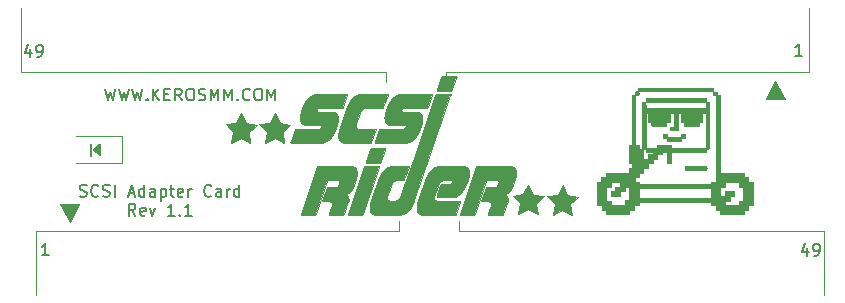
<source format=gbr>
%TF.GenerationSoftware,KiCad,Pcbnew,(6.0.5-0)*%
%TF.CreationDate,2022-12-24T01:00:06+09:00*%
%TF.ProjectId,ScsiRider1.2,53637369-5269-4646-9572-312e322e6b69,rev?*%
%TF.SameCoordinates,Original*%
%TF.FileFunction,Legend,Top*%
%TF.FilePolarity,Positive*%
%FSLAX46Y46*%
G04 Gerber Fmt 4.6, Leading zero omitted, Abs format (unit mm)*
G04 Created by KiCad (PCBNEW (6.0.5-0)) date 2022-12-24 01:00:06*
%MOMM*%
%LPD*%
G01*
G04 APERTURE LIST*
%ADD10C,0.001400*%
%ADD11C,0.004000*%
%ADD12C,0.200000*%
%ADD13C,0.150000*%
%ADD14C,0.120000*%
G04 APERTURE END LIST*
D10*
G36*
X164501938Y-126445240D02*
G01*
X164501946Y-126486885D01*
X164502359Y-126528505D01*
X164502345Y-126595282D01*
X164502901Y-126605876D01*
X164503428Y-126610403D01*
X164504160Y-126614452D01*
X164505128Y-126618047D01*
X164506361Y-126621217D01*
X164507890Y-126623987D01*
X164509745Y-126626383D01*
X164511955Y-126628432D01*
X164514550Y-126630160D01*
X164517561Y-126631593D01*
X164521016Y-126632757D01*
X164524947Y-126633679D01*
X164529383Y-126634385D01*
X164539891Y-126635253D01*
X164552778Y-126635572D01*
X164568285Y-126635552D01*
X164608115Y-126635334D01*
X165612611Y-126635481D01*
X165633889Y-126635324D01*
X165642572Y-126634988D01*
X165650081Y-126634356D01*
X165653427Y-126633900D01*
X165656517Y-126633335D01*
X165659363Y-126632650D01*
X165661978Y-126631833D01*
X165664374Y-126630871D01*
X165666563Y-126629754D01*
X165668559Y-126628471D01*
X165670372Y-126627008D01*
X165672016Y-126625355D01*
X165673503Y-126623500D01*
X165674846Y-126621432D01*
X165676056Y-126619138D01*
X165677146Y-126616607D01*
X165678129Y-126613828D01*
X165679017Y-126610789D01*
X165679822Y-126607478D01*
X165681233Y-126599993D01*
X165682461Y-126591282D01*
X165683606Y-126581251D01*
X165684767Y-126569806D01*
X165689339Y-126520288D01*
X165693422Y-126470530D01*
X165701325Y-126369671D01*
X166034070Y-126369671D01*
X166034070Y-126669597D01*
X165780482Y-126669597D01*
X165758560Y-126669751D01*
X165749690Y-126670066D01*
X165742086Y-126670664D01*
X165738727Y-126671100D01*
X165735649Y-126671642D01*
X165732837Y-126672302D01*
X165730281Y-126673093D01*
X165727969Y-126674026D01*
X165725887Y-126675114D01*
X165724025Y-126676367D01*
X165722369Y-126677798D01*
X165720907Y-126679418D01*
X165719628Y-126681240D01*
X165718520Y-126683275D01*
X165717569Y-126685535D01*
X165716764Y-126688032D01*
X165716094Y-126690778D01*
X165715544Y-126693785D01*
X165715105Y-126697064D01*
X165714505Y-126704488D01*
X165714196Y-126713143D01*
X165714067Y-126734531D01*
X165714067Y-126940705D01*
X164491579Y-126940705D01*
X164483759Y-126837243D01*
X164479750Y-126786316D01*
X164475355Y-126735642D01*
X164474292Y-126724664D01*
X164473156Y-126714972D01*
X164471862Y-126706486D01*
X164470325Y-126699125D01*
X164469439Y-126695843D01*
X164468460Y-126692811D01*
X164467377Y-126690022D01*
X164466181Y-126687464D01*
X164464859Y-126685127D01*
X164463402Y-126683002D01*
X164461798Y-126681079D01*
X164460038Y-126679348D01*
X164458110Y-126677798D01*
X164456004Y-126676419D01*
X164453710Y-126675203D01*
X164451215Y-126674138D01*
X164448510Y-126673215D01*
X164445585Y-126672424D01*
X164442427Y-126671754D01*
X164439028Y-126671196D01*
X164431459Y-126670376D01*
X164422793Y-126669883D01*
X164412945Y-126669638D01*
X164401828Y-126669560D01*
X164203285Y-126669560D01*
X164203285Y-126361781D01*
X164502212Y-126361781D01*
X164501938Y-126445240D01*
G37*
X164501938Y-126445240D02*
X164501946Y-126486885D01*
X164502359Y-126528505D01*
X164502345Y-126595282D01*
X164502901Y-126605876D01*
X164503428Y-126610403D01*
X164504160Y-126614452D01*
X164505128Y-126618047D01*
X164506361Y-126621217D01*
X164507890Y-126623987D01*
X164509745Y-126626383D01*
X164511955Y-126628432D01*
X164514550Y-126630160D01*
X164517561Y-126631593D01*
X164521016Y-126632757D01*
X164524947Y-126633679D01*
X164529383Y-126634385D01*
X164539891Y-126635253D01*
X164552778Y-126635572D01*
X164568285Y-126635552D01*
X164608115Y-126635334D01*
X165612611Y-126635481D01*
X165633889Y-126635324D01*
X165642572Y-126634988D01*
X165650081Y-126634356D01*
X165653427Y-126633900D01*
X165656517Y-126633335D01*
X165659363Y-126632650D01*
X165661978Y-126631833D01*
X165664374Y-126630871D01*
X165666563Y-126629754D01*
X165668559Y-126628471D01*
X165670372Y-126627008D01*
X165672016Y-126625355D01*
X165673503Y-126623500D01*
X165674846Y-126621432D01*
X165676056Y-126619138D01*
X165677146Y-126616607D01*
X165678129Y-126613828D01*
X165679017Y-126610789D01*
X165679822Y-126607478D01*
X165681233Y-126599993D01*
X165682461Y-126591282D01*
X165683606Y-126581251D01*
X165684767Y-126569806D01*
X165689339Y-126520288D01*
X165693422Y-126470530D01*
X165701325Y-126369671D01*
X166034070Y-126369671D01*
X166034070Y-126669597D01*
X165780482Y-126669597D01*
X165758560Y-126669751D01*
X165749690Y-126670066D01*
X165742086Y-126670664D01*
X165738727Y-126671100D01*
X165735649Y-126671642D01*
X165732837Y-126672302D01*
X165730281Y-126673093D01*
X165727969Y-126674026D01*
X165725887Y-126675114D01*
X165724025Y-126676367D01*
X165722369Y-126677798D01*
X165720907Y-126679418D01*
X165719628Y-126681240D01*
X165718520Y-126683275D01*
X165717569Y-126685535D01*
X165716764Y-126688032D01*
X165716094Y-126690778D01*
X165715544Y-126693785D01*
X165715105Y-126697064D01*
X165714505Y-126704488D01*
X165714196Y-126713143D01*
X165714067Y-126734531D01*
X165714067Y-126940705D01*
X164491579Y-126940705D01*
X164483759Y-126837243D01*
X164479750Y-126786316D01*
X164475355Y-126735642D01*
X164474292Y-126724664D01*
X164473156Y-126714972D01*
X164471862Y-126706486D01*
X164470325Y-126699125D01*
X164469439Y-126695843D01*
X164468460Y-126692811D01*
X164467377Y-126690022D01*
X164466181Y-126687464D01*
X164464859Y-126685127D01*
X164463402Y-126683002D01*
X164461798Y-126681079D01*
X164460038Y-126679348D01*
X164458110Y-126677798D01*
X164456004Y-126676419D01*
X164453710Y-126675203D01*
X164451215Y-126674138D01*
X164448510Y-126673215D01*
X164445585Y-126672424D01*
X164442427Y-126671754D01*
X164439028Y-126671196D01*
X164431459Y-126670376D01*
X164422793Y-126669883D01*
X164412945Y-126669638D01*
X164401828Y-126669560D01*
X164203285Y-126669560D01*
X164203285Y-126361781D01*
X164502212Y-126361781D01*
X164501938Y-126445240D01*
D11*
G36*
X146650877Y-121483696D02*
G01*
X146654926Y-121484031D01*
X146658765Y-121484589D01*
X146662392Y-121485371D01*
X146665809Y-121486375D01*
X146669015Y-121487603D01*
X146672010Y-121489054D01*
X146674795Y-121490728D01*
X146677368Y-121492626D01*
X146679731Y-121494747D01*
X146681883Y-121497091D01*
X146683824Y-121499658D01*
X146685554Y-121502449D01*
X146687073Y-121505462D01*
X146688381Y-121508699D01*
X146689479Y-121512160D01*
X146690366Y-121515843D01*
X146691042Y-121519750D01*
X146691507Y-121523880D01*
X146691761Y-121528233D01*
X146691637Y-121537610D01*
X146690670Y-121547879D01*
X146688859Y-121559041D01*
X146686205Y-121571096D01*
X146682708Y-121584044D01*
X146678367Y-121597885D01*
X146341816Y-122569435D01*
X146336930Y-122583276D01*
X146331796Y-122596224D01*
X146326414Y-122608279D01*
X146320783Y-122619441D01*
X146314905Y-122629710D01*
X146311873Y-122634510D01*
X146308779Y-122639087D01*
X146305622Y-122643440D01*
X146302404Y-122647570D01*
X146299124Y-122651477D01*
X146295781Y-122655160D01*
X146292377Y-122658620D01*
X146288911Y-122661857D01*
X146285382Y-122664871D01*
X146281792Y-122667661D01*
X146278139Y-122670229D01*
X146274425Y-122672573D01*
X146270648Y-122674694D01*
X146266810Y-122676591D01*
X146262909Y-122678265D01*
X146258947Y-122679717D01*
X146254922Y-122680944D01*
X146250836Y-122681949D01*
X146246687Y-122682730D01*
X146242476Y-122683288D01*
X146238204Y-122683623D01*
X146233869Y-122683735D01*
X145110026Y-122683735D01*
X145105366Y-122683623D01*
X145100930Y-122683288D01*
X145096718Y-122682730D01*
X145092731Y-122681949D01*
X145088968Y-122680944D01*
X145085429Y-122679717D01*
X145082114Y-122678265D01*
X145079023Y-122676591D01*
X145076156Y-122674694D01*
X145073512Y-122672573D01*
X145071093Y-122670229D01*
X145068897Y-122667661D01*
X145066924Y-122664871D01*
X145065175Y-122661857D01*
X145063650Y-122658620D01*
X145062347Y-122655160D01*
X145061268Y-122651477D01*
X145060413Y-122647570D01*
X145059780Y-122643440D01*
X145059370Y-122639087D01*
X145059219Y-122629710D01*
X145059960Y-122619441D01*
X145061591Y-122608279D01*
X145064112Y-122596224D01*
X145067522Y-122583276D01*
X145071821Y-122569435D01*
X145408369Y-121597885D01*
X145413280Y-121584044D01*
X145418489Y-121571096D01*
X145423995Y-121559041D01*
X145429800Y-121547879D01*
X145432813Y-121542632D01*
X145435901Y-121537610D01*
X145439064Y-121532810D01*
X145442301Y-121528233D01*
X145445612Y-121523880D01*
X145448998Y-121519750D01*
X145452458Y-121515843D01*
X145455993Y-121512160D01*
X145459602Y-121508699D01*
X145463285Y-121505462D01*
X145467043Y-121502449D01*
X145470876Y-121499658D01*
X145474782Y-121497091D01*
X145478764Y-121494747D01*
X145482819Y-121492626D01*
X145486949Y-121490728D01*
X145491154Y-121489054D01*
X145495433Y-121487603D01*
X145499786Y-121486375D01*
X145504214Y-121485371D01*
X145508716Y-121484589D01*
X145513293Y-121484031D01*
X145517944Y-121483696D01*
X145522669Y-121483585D01*
X146646616Y-121483585D01*
X146650877Y-121483696D01*
G37*
X146650877Y-121483696D02*
X146654926Y-121484031D01*
X146658765Y-121484589D01*
X146662392Y-121485371D01*
X146665809Y-121486375D01*
X146669015Y-121487603D01*
X146672010Y-121489054D01*
X146674795Y-121490728D01*
X146677368Y-121492626D01*
X146679731Y-121494747D01*
X146681883Y-121497091D01*
X146683824Y-121499658D01*
X146685554Y-121502449D01*
X146687073Y-121505462D01*
X146688381Y-121508699D01*
X146689479Y-121512160D01*
X146690366Y-121515843D01*
X146691042Y-121519750D01*
X146691507Y-121523880D01*
X146691761Y-121528233D01*
X146691637Y-121537610D01*
X146690670Y-121547879D01*
X146688859Y-121559041D01*
X146686205Y-121571096D01*
X146682708Y-121584044D01*
X146678367Y-121597885D01*
X146341816Y-122569435D01*
X146336930Y-122583276D01*
X146331796Y-122596224D01*
X146326414Y-122608279D01*
X146320783Y-122619441D01*
X146314905Y-122629710D01*
X146311873Y-122634510D01*
X146308779Y-122639087D01*
X146305622Y-122643440D01*
X146302404Y-122647570D01*
X146299124Y-122651477D01*
X146295781Y-122655160D01*
X146292377Y-122658620D01*
X146288911Y-122661857D01*
X146285382Y-122664871D01*
X146281792Y-122667661D01*
X146278139Y-122670229D01*
X146274425Y-122672573D01*
X146270648Y-122674694D01*
X146266810Y-122676591D01*
X146262909Y-122678265D01*
X146258947Y-122679717D01*
X146254922Y-122680944D01*
X146250836Y-122681949D01*
X146246687Y-122682730D01*
X146242476Y-122683288D01*
X146238204Y-122683623D01*
X146233869Y-122683735D01*
X145110026Y-122683735D01*
X145105366Y-122683623D01*
X145100930Y-122683288D01*
X145096718Y-122682730D01*
X145092731Y-122681949D01*
X145088968Y-122680944D01*
X145085429Y-122679717D01*
X145082114Y-122678265D01*
X145079023Y-122676591D01*
X145076156Y-122674694D01*
X145073512Y-122672573D01*
X145071093Y-122670229D01*
X145068897Y-122667661D01*
X145066924Y-122664871D01*
X145065175Y-122661857D01*
X145063650Y-122658620D01*
X145062347Y-122655160D01*
X145061268Y-122651477D01*
X145060413Y-122647570D01*
X145059780Y-122643440D01*
X145059370Y-122639087D01*
X145059219Y-122629710D01*
X145059960Y-122619441D01*
X145061591Y-122608279D01*
X145064112Y-122596224D01*
X145067522Y-122583276D01*
X145071821Y-122569435D01*
X145408369Y-121597885D01*
X145413280Y-121584044D01*
X145418489Y-121571096D01*
X145423995Y-121559041D01*
X145429800Y-121547879D01*
X145432813Y-121542632D01*
X145435901Y-121537610D01*
X145439064Y-121532810D01*
X145442301Y-121528233D01*
X145445612Y-121523880D01*
X145448998Y-121519750D01*
X145452458Y-121515843D01*
X145455993Y-121512160D01*
X145459602Y-121508699D01*
X145463285Y-121505462D01*
X145467043Y-121502449D01*
X145470876Y-121499658D01*
X145474782Y-121497091D01*
X145478764Y-121494747D01*
X145482819Y-121492626D01*
X145486949Y-121490728D01*
X145491154Y-121489054D01*
X145495433Y-121487603D01*
X145499786Y-121486375D01*
X145504214Y-121485371D01*
X145508716Y-121484589D01*
X145513293Y-121484031D01*
X145517944Y-121483696D01*
X145522669Y-121483585D01*
X146646616Y-121483585D01*
X146650877Y-121483696D01*
D10*
G36*
X168409401Y-122756108D02*
G01*
X162097501Y-122756108D01*
X162097501Y-122446847D01*
X168409401Y-122446847D01*
X168409401Y-122756108D01*
G37*
X168409401Y-122756108D02*
X162097501Y-122756108D01*
X162097501Y-122446847D01*
X168409401Y-122446847D01*
X168409401Y-122756108D01*
D12*
X115735000Y-127200000D02*
X115735000Y-128225000D01*
D11*
G36*
X131728143Y-125425560D02*
G01*
X132631747Y-125569386D01*
X131967962Y-126199200D01*
X132110519Y-127103123D01*
X131306290Y-126666455D01*
X130490633Y-127081322D01*
X130657533Y-126181526D01*
X130010891Y-125533931D01*
X130918200Y-125414658D01*
X131334231Y-124599637D01*
X131728143Y-125425560D01*
G37*
X131728143Y-125425560D02*
X132631747Y-125569386D01*
X131967962Y-126199200D01*
X132110519Y-127103123D01*
X131306290Y-126666455D01*
X130490633Y-127081322D01*
X130657533Y-126181526D01*
X130010891Y-125533931D01*
X130918200Y-125414658D01*
X131334231Y-124599637D01*
X131728143Y-125425560D01*
G36*
X147190981Y-129054810D02*
G01*
X147221318Y-129056113D01*
X147250712Y-129058283D01*
X147279163Y-129061322D01*
X147306672Y-129065228D01*
X147333238Y-129070003D01*
X147358861Y-129075646D01*
X147383542Y-129082158D01*
X147407280Y-129089537D01*
X147430075Y-129097785D01*
X147451928Y-129106900D01*
X147472838Y-129116884D01*
X147492806Y-129127736D01*
X147511831Y-129139457D01*
X147529913Y-129152045D01*
X147547053Y-129165501D01*
X147563362Y-129179640D01*
X147578952Y-129194275D01*
X147593822Y-129209405D01*
X147607973Y-129225032D01*
X147621405Y-129241155D01*
X147634117Y-129257774D01*
X147646110Y-129274889D01*
X147657384Y-129292500D01*
X147667938Y-129310608D01*
X147677773Y-129329211D01*
X147686889Y-129348311D01*
X147695285Y-129367907D01*
X147702962Y-129387999D01*
X147709920Y-129408587D01*
X147716158Y-129429671D01*
X147721677Y-129451251D01*
X147726552Y-129473278D01*
X147730855Y-129495701D01*
X147734589Y-129518522D01*
X147737751Y-129541739D01*
X147740343Y-129565353D01*
X147742365Y-129589364D01*
X147743816Y-129613771D01*
X147744696Y-129638576D01*
X147745006Y-129663778D01*
X147744746Y-129689376D01*
X147742513Y-129741763D01*
X147737999Y-129795738D01*
X147731202Y-129851300D01*
X147722571Y-129907706D01*
X147712550Y-129964211D01*
X147701141Y-130020815D01*
X147688342Y-130077519D01*
X147674153Y-130134322D01*
X147658575Y-130191224D01*
X147641608Y-130248225D01*
X147623252Y-130305325D01*
X147566102Y-130464075D01*
X147546308Y-130521225D01*
X147525025Y-130578375D01*
X147502254Y-130635525D01*
X147477995Y-130692675D01*
X147452248Y-130749825D01*
X147425012Y-130806975D01*
X147396289Y-130864125D01*
X147366077Y-130921275D01*
X147334427Y-130977681D01*
X147301386Y-131032599D01*
X147266957Y-131086028D01*
X147231139Y-131137969D01*
X147193931Y-131188422D01*
X147155335Y-131237386D01*
X147115350Y-131284862D01*
X147073975Y-131330850D01*
X147052780Y-131353199D01*
X147031262Y-131375002D01*
X147009421Y-131396260D01*
X146987258Y-131416972D01*
X146964773Y-131437138D01*
X146941965Y-131456758D01*
X146918835Y-131475833D01*
X146895382Y-131494362D01*
X146871606Y-131512346D01*
X146847508Y-131529783D01*
X146823088Y-131546675D01*
X146798345Y-131563021D01*
X146773280Y-131578822D01*
X146747892Y-131594077D01*
X146722182Y-131608786D01*
X146696149Y-131622949D01*
X146669782Y-131636406D01*
X146643067Y-131648994D01*
X146616005Y-131660714D01*
X146588596Y-131671566D01*
X146560840Y-131681550D01*
X146532736Y-131690666D01*
X146504285Y-131698913D01*
X146475487Y-131706293D01*
X146446341Y-131712804D01*
X146416849Y-131718447D01*
X146387009Y-131723222D01*
X146356821Y-131727129D01*
X146326287Y-131730168D01*
X146295405Y-131732338D01*
X146264176Y-131733640D01*
X146232600Y-131734074D01*
X145121348Y-131734074D01*
X145112803Y-131733839D01*
X145108670Y-131733544D01*
X145104630Y-131733132D01*
X145100683Y-131732602D01*
X145096829Y-131731954D01*
X145093068Y-131731188D01*
X145089400Y-131730304D01*
X145085825Y-131729303D01*
X145082343Y-131728183D01*
X145078954Y-131726946D01*
X145075658Y-131725591D01*
X145072456Y-131724118D01*
X145069346Y-131722528D01*
X145066329Y-131720819D01*
X145063405Y-131718993D01*
X145060574Y-131717049D01*
X145057837Y-131714987D01*
X145055192Y-131712807D01*
X145052640Y-131710510D01*
X145050182Y-131708095D01*
X145047816Y-131705561D01*
X145045543Y-131702910D01*
X145043363Y-131700141D01*
X145041277Y-131697255D01*
X145039283Y-131694250D01*
X145037382Y-131691128D01*
X145035574Y-131687888D01*
X145033860Y-131684530D01*
X145032238Y-131681054D01*
X145030709Y-131677460D01*
X145029273Y-131673749D01*
X145026681Y-131666196D01*
X145024461Y-131658618D01*
X145022613Y-131651015D01*
X145021138Y-131643387D01*
X145020034Y-131635735D01*
X145019302Y-131628058D01*
X145018943Y-131620356D01*
X145018955Y-131612629D01*
X145019340Y-131604878D01*
X145020097Y-131597102D01*
X145021225Y-131589301D01*
X145022726Y-131581475D01*
X145024599Y-131573624D01*
X145026844Y-131565749D01*
X145029461Y-131557849D01*
X145032450Y-131549924D01*
X145299149Y-130775223D01*
X145300935Y-130768811D01*
X145303117Y-130762275D01*
X145305696Y-130755615D01*
X145308672Y-130748830D01*
X145312046Y-130741922D01*
X145315816Y-130734890D01*
X145319983Y-130727734D01*
X145324547Y-130720454D01*
X145329508Y-130713050D01*
X145334866Y-130705521D01*
X145340621Y-130697869D01*
X145346773Y-130690093D01*
X145353322Y-130682193D01*
X145360267Y-130674169D01*
X145367609Y-130666021D01*
X145375349Y-130657748D01*
X145383311Y-130649674D01*
X145391323Y-130642121D01*
X145399385Y-130635089D01*
X145407496Y-130628578D01*
X145415656Y-130622587D01*
X145423867Y-130617118D01*
X145432127Y-130612169D01*
X145440436Y-130607741D01*
X145448795Y-130603834D01*
X145457204Y-130600449D01*
X145465662Y-130597584D01*
X145474170Y-130595239D01*
X145482728Y-130593416D01*
X145491335Y-130592114D01*
X145499992Y-130591332D01*
X145508698Y-130591072D01*
X146092899Y-130591072D01*
X146106132Y-130590948D01*
X146118844Y-130590576D01*
X146131035Y-130589956D01*
X146142706Y-130589088D01*
X146153855Y-130587971D01*
X146164484Y-130586607D01*
X146174592Y-130584995D01*
X146184179Y-130583134D01*
X146193245Y-130581026D01*
X146201791Y-130578669D01*
X146209815Y-130576065D01*
X146217319Y-130573212D01*
X146224301Y-130570112D01*
X146230763Y-130566763D01*
X146236704Y-130563166D01*
X146242124Y-130559322D01*
X146247247Y-130555080D01*
X146252294Y-130550293D01*
X146257268Y-130544960D01*
X146262166Y-130539082D01*
X146266991Y-130532657D01*
X146271741Y-130525687D01*
X146276416Y-130518172D01*
X146281017Y-130510110D01*
X146285544Y-130501503D01*
X146289996Y-130492350D01*
X146294374Y-130482651D01*
X146298678Y-130472407D01*
X146302907Y-130461617D01*
X146307062Y-130450282D01*
X146311143Y-130438400D01*
X146315150Y-130425973D01*
X146319651Y-130413534D01*
X146323632Y-130401615D01*
X146327092Y-130390217D01*
X146330031Y-130379340D01*
X146332449Y-130368985D01*
X146334347Y-130359149D01*
X146335723Y-130349835D01*
X146336579Y-130341042D01*
X146336914Y-130332770D01*
X146336728Y-130325018D01*
X146336440Y-130321338D01*
X146336021Y-130317788D01*
X146335473Y-130314368D01*
X146334794Y-130311078D01*
X146333985Y-130307919D01*
X146333045Y-130304889D01*
X146331976Y-130301990D01*
X146330776Y-130299222D01*
X146329446Y-130296583D01*
X146327985Y-130294075D01*
X146326395Y-130291696D01*
X146324674Y-130289449D01*
X146320892Y-130285219D01*
X146316687Y-130281263D01*
X146312061Y-130277579D01*
X146307014Y-130274169D01*
X146301544Y-130271031D01*
X146295653Y-130268166D01*
X146289341Y-130265574D01*
X146282606Y-130263254D01*
X146275450Y-130261208D01*
X146267872Y-130259434D01*
X146259873Y-130257933D01*
X146251452Y-130256706D01*
X146242609Y-130255751D01*
X146233344Y-130255068D01*
X146223658Y-130254659D01*
X146213551Y-130254523D01*
X145623002Y-130254523D01*
X145607288Y-130254721D01*
X145591896Y-130255316D01*
X145576827Y-130256309D01*
X145562081Y-130257698D01*
X145547657Y-130259484D01*
X145533555Y-130261667D01*
X145519776Y-130264246D01*
X145506320Y-130267223D01*
X145493186Y-130270596D01*
X145480374Y-130274367D01*
X145467885Y-130278534D01*
X145455718Y-130283098D01*
X145443874Y-130288059D01*
X145432352Y-130293416D01*
X145421153Y-130299171D01*
X145410276Y-130305322D01*
X145399659Y-130311784D01*
X145389241Y-130318469D01*
X145379021Y-130325377D01*
X145368999Y-130332508D01*
X145359177Y-130339863D01*
X145349552Y-130347441D01*
X145340126Y-130355242D01*
X145330899Y-130363266D01*
X145321870Y-130371514D01*
X145313040Y-130379985D01*
X145304408Y-130388679D01*
X145295974Y-130397596D01*
X145287739Y-130406737D01*
X145279703Y-130416100D01*
X145271865Y-130425688D01*
X145264225Y-130435498D01*
X145249490Y-130455590D01*
X145235450Y-130476177D01*
X145222105Y-130497261D01*
X145209455Y-130518841D01*
X145197499Y-130540917D01*
X145186238Y-130563489D01*
X145175672Y-130586557D01*
X145165800Y-130610121D01*
X145156472Y-130633835D01*
X145147542Y-130657350D01*
X145139009Y-130680667D01*
X145130874Y-130703785D01*
X145123135Y-130726705D01*
X145115793Y-130749426D01*
X145108847Y-130771948D01*
X145102299Y-130794272D01*
X144867350Y-131461023D01*
X144859512Y-131483348D01*
X144851871Y-131505870D01*
X144837186Y-131551511D01*
X144823296Y-131597945D01*
X144810200Y-131645174D01*
X144804346Y-131668688D01*
X144799484Y-131691608D01*
X144797425Y-131702844D01*
X144795614Y-131713932D01*
X144794051Y-131724871D01*
X144792736Y-131735661D01*
X144791670Y-131746302D01*
X144790851Y-131756794D01*
X144790281Y-131767138D01*
X144789959Y-131777332D01*
X144789885Y-131787378D01*
X144790058Y-131797275D01*
X144790481Y-131807024D01*
X144791151Y-131816623D01*
X144792118Y-131826049D01*
X144793432Y-131835276D01*
X144795094Y-131844305D01*
X144797103Y-131853135D01*
X144799460Y-131861767D01*
X144802163Y-131870200D01*
X144805214Y-131878435D01*
X144808612Y-131886472D01*
X144812358Y-131894310D01*
X144816451Y-131901950D01*
X144820891Y-131909391D01*
X144825678Y-131916634D01*
X144830813Y-131923679D01*
X144836295Y-131930525D01*
X144842124Y-131937173D01*
X144848301Y-131943622D01*
X144854924Y-131949773D01*
X144862092Y-131955528D01*
X144869806Y-131960886D01*
X144878066Y-131965847D01*
X144886871Y-131970411D01*
X144896223Y-131974578D01*
X144906120Y-131978348D01*
X144916562Y-131981722D01*
X144927551Y-131984698D01*
X144939085Y-131987278D01*
X144951165Y-131989461D01*
X144963790Y-131991246D01*
X144976961Y-131992635D01*
X144990678Y-131993628D01*
X145004941Y-131994223D01*
X145019749Y-131994421D01*
X146962745Y-131994421D01*
X146967396Y-131994533D01*
X146971823Y-131994867D01*
X146976027Y-131995423D01*
X146980008Y-131996203D01*
X146983767Y-131997205D01*
X146987302Y-131998431D01*
X146990614Y-131999879D01*
X146993703Y-132001550D01*
X146996569Y-132003445D01*
X146999213Y-132005562D01*
X147001633Y-132007903D01*
X147003831Y-132010467D01*
X147005806Y-132013254D01*
X147007559Y-132016265D01*
X147009088Y-132019499D01*
X147010395Y-132022957D01*
X147011479Y-132026638D01*
X147012341Y-132030543D01*
X147012980Y-132034671D01*
X147013397Y-132039023D01*
X147013563Y-132048399D01*
X147012839Y-132058671D01*
X147011226Y-132069838D01*
X147008724Y-132081902D01*
X147005333Y-132094863D01*
X147001054Y-132108722D01*
X146664503Y-133092972D01*
X146659592Y-133106044D01*
X146654384Y-133118273D01*
X146648877Y-133129659D01*
X146643074Y-133140201D01*
X146636972Y-133149899D01*
X146633810Y-133154433D01*
X146630573Y-133158755D01*
X146627262Y-133162866D01*
X146623876Y-133166767D01*
X146620416Y-133170457D01*
X146616881Y-133173935D01*
X146613272Y-133177204D01*
X146609589Y-133180261D01*
X146605831Y-133183107D01*
X146601999Y-133185743D01*
X146598092Y-133188167D01*
X146594111Y-133190381D01*
X146590055Y-133192384D01*
X146585925Y-133194176D01*
X146581721Y-133195758D01*
X146577442Y-133197128D01*
X146573088Y-133198288D01*
X146568661Y-133199236D01*
X146564159Y-133199974D01*
X146559582Y-133200501D01*
X146554931Y-133200818D01*
X146550205Y-133200923D01*
X143908711Y-133200923D01*
X143876663Y-133200489D01*
X143845607Y-133199187D01*
X143815543Y-133197016D01*
X143786472Y-133193978D01*
X143758393Y-133190071D01*
X143731306Y-133185296D01*
X143705212Y-133179653D01*
X143680109Y-133173142D01*
X143655999Y-133165762D01*
X143632881Y-133157515D01*
X143610756Y-133148399D01*
X143589622Y-133138415D01*
X143569481Y-133127563D01*
X143550331Y-133115843D01*
X143532174Y-133103254D01*
X143515009Y-133089798D01*
X143498688Y-133075659D01*
X143483061Y-133061025D01*
X143468128Y-133045894D01*
X143453890Y-133030267D01*
X143440347Y-133014144D01*
X143427498Y-132997525D01*
X143415344Y-132980410D01*
X143403885Y-132962798D01*
X143393119Y-132944691D01*
X143383049Y-132926087D01*
X143373673Y-132906988D01*
X143364991Y-132887392D01*
X143357005Y-132867300D01*
X143349712Y-132846712D01*
X143343114Y-132825628D01*
X143337211Y-132804048D01*
X143331952Y-132782021D01*
X143327289Y-132759598D01*
X143323221Y-132736778D01*
X143319749Y-132713561D01*
X143316872Y-132689946D01*
X143314590Y-132665936D01*
X143312903Y-132641528D01*
X143311812Y-132616723D01*
X143311316Y-132591521D01*
X143311415Y-132565923D01*
X143312110Y-132539928D01*
X143313400Y-132513535D01*
X143317765Y-132459560D01*
X143324513Y-132403998D01*
X143333144Y-132347592D01*
X143343165Y-132291087D01*
X143354575Y-132234483D01*
X143367374Y-132177780D01*
X143381563Y-132120977D01*
X143397140Y-132064076D01*
X143414107Y-132007074D01*
X143432462Y-131949974D01*
X143997507Y-130305325D01*
X144017301Y-130248225D01*
X144038584Y-130191224D01*
X144061354Y-130134322D01*
X144085613Y-130077520D01*
X144111360Y-130020816D01*
X144138596Y-129964211D01*
X144167320Y-129907706D01*
X144197532Y-129851300D01*
X144229183Y-129795738D01*
X144245529Y-129768552D01*
X144262223Y-129741763D01*
X144279264Y-129715371D01*
X144296652Y-129689376D01*
X144314388Y-129663778D01*
X144332471Y-129638576D01*
X144350901Y-129613771D01*
X144369678Y-129589364D01*
X144388803Y-129565353D01*
X144408275Y-129541739D01*
X144428094Y-129518522D01*
X144448260Y-129495701D01*
X144468773Y-129473278D01*
X144489634Y-129451251D01*
X144510842Y-129429671D01*
X144532397Y-129408587D01*
X144554300Y-129387999D01*
X144576549Y-129367907D01*
X144599147Y-129348312D01*
X144622091Y-129329212D01*
X144645383Y-129310608D01*
X144669022Y-129292501D01*
X144693008Y-129274890D01*
X144717341Y-129257775D01*
X144742022Y-129241155D01*
X144767050Y-129225032D01*
X144792425Y-129209405D01*
X144818147Y-129194275D01*
X144844217Y-129179640D01*
X144870634Y-129165501D01*
X144897386Y-129152045D01*
X144924460Y-129139457D01*
X144951857Y-129127736D01*
X144979576Y-129116884D01*
X145007618Y-129106900D01*
X145035982Y-129097785D01*
X145064669Y-129089537D01*
X145093678Y-129082158D01*
X145123009Y-129075646D01*
X145152663Y-129070003D01*
X145182640Y-129065228D01*
X145212939Y-129061322D01*
X145243560Y-129058283D01*
X145274505Y-129056113D01*
X145305771Y-129054810D01*
X145337360Y-129054376D01*
X147159702Y-129054376D01*
X147190981Y-129054810D01*
G37*
X147190981Y-129054810D02*
X147221318Y-129056113D01*
X147250712Y-129058283D01*
X147279163Y-129061322D01*
X147306672Y-129065228D01*
X147333238Y-129070003D01*
X147358861Y-129075646D01*
X147383542Y-129082158D01*
X147407280Y-129089537D01*
X147430075Y-129097785D01*
X147451928Y-129106900D01*
X147472838Y-129116884D01*
X147492806Y-129127736D01*
X147511831Y-129139457D01*
X147529913Y-129152045D01*
X147547053Y-129165501D01*
X147563362Y-129179640D01*
X147578952Y-129194275D01*
X147593822Y-129209405D01*
X147607973Y-129225032D01*
X147621405Y-129241155D01*
X147634117Y-129257774D01*
X147646110Y-129274889D01*
X147657384Y-129292500D01*
X147667938Y-129310608D01*
X147677773Y-129329211D01*
X147686889Y-129348311D01*
X147695285Y-129367907D01*
X147702962Y-129387999D01*
X147709920Y-129408587D01*
X147716158Y-129429671D01*
X147721677Y-129451251D01*
X147726552Y-129473278D01*
X147730855Y-129495701D01*
X147734589Y-129518522D01*
X147737751Y-129541739D01*
X147740343Y-129565353D01*
X147742365Y-129589364D01*
X147743816Y-129613771D01*
X147744696Y-129638576D01*
X147745006Y-129663778D01*
X147744746Y-129689376D01*
X147742513Y-129741763D01*
X147737999Y-129795738D01*
X147731202Y-129851300D01*
X147722571Y-129907706D01*
X147712550Y-129964211D01*
X147701141Y-130020815D01*
X147688342Y-130077519D01*
X147674153Y-130134322D01*
X147658575Y-130191224D01*
X147641608Y-130248225D01*
X147623252Y-130305325D01*
X147566102Y-130464075D01*
X147546308Y-130521225D01*
X147525025Y-130578375D01*
X147502254Y-130635525D01*
X147477995Y-130692675D01*
X147452248Y-130749825D01*
X147425012Y-130806975D01*
X147396289Y-130864125D01*
X147366077Y-130921275D01*
X147334427Y-130977681D01*
X147301386Y-131032599D01*
X147266957Y-131086028D01*
X147231139Y-131137969D01*
X147193931Y-131188422D01*
X147155335Y-131237386D01*
X147115350Y-131284862D01*
X147073975Y-131330850D01*
X147052780Y-131353199D01*
X147031262Y-131375002D01*
X147009421Y-131396260D01*
X146987258Y-131416972D01*
X146964773Y-131437138D01*
X146941965Y-131456758D01*
X146918835Y-131475833D01*
X146895382Y-131494362D01*
X146871606Y-131512346D01*
X146847508Y-131529783D01*
X146823088Y-131546675D01*
X146798345Y-131563021D01*
X146773280Y-131578822D01*
X146747892Y-131594077D01*
X146722182Y-131608786D01*
X146696149Y-131622949D01*
X146669782Y-131636406D01*
X146643067Y-131648994D01*
X146616005Y-131660714D01*
X146588596Y-131671566D01*
X146560840Y-131681550D01*
X146532736Y-131690666D01*
X146504285Y-131698913D01*
X146475487Y-131706293D01*
X146446341Y-131712804D01*
X146416849Y-131718447D01*
X146387009Y-131723222D01*
X146356821Y-131727129D01*
X146326287Y-131730168D01*
X146295405Y-131732338D01*
X146264176Y-131733640D01*
X146232600Y-131734074D01*
X145121348Y-131734074D01*
X145112803Y-131733839D01*
X145108670Y-131733544D01*
X145104630Y-131733132D01*
X145100683Y-131732602D01*
X145096829Y-131731954D01*
X145093068Y-131731188D01*
X145089400Y-131730304D01*
X145085825Y-131729303D01*
X145082343Y-131728183D01*
X145078954Y-131726946D01*
X145075658Y-131725591D01*
X145072456Y-131724118D01*
X145069346Y-131722528D01*
X145066329Y-131720819D01*
X145063405Y-131718993D01*
X145060574Y-131717049D01*
X145057837Y-131714987D01*
X145055192Y-131712807D01*
X145052640Y-131710510D01*
X145050182Y-131708095D01*
X145047816Y-131705561D01*
X145045543Y-131702910D01*
X145043363Y-131700141D01*
X145041277Y-131697255D01*
X145039283Y-131694250D01*
X145037382Y-131691128D01*
X145035574Y-131687888D01*
X145033860Y-131684530D01*
X145032238Y-131681054D01*
X145030709Y-131677460D01*
X145029273Y-131673749D01*
X145026681Y-131666196D01*
X145024461Y-131658618D01*
X145022613Y-131651015D01*
X145021138Y-131643387D01*
X145020034Y-131635735D01*
X145019302Y-131628058D01*
X145018943Y-131620356D01*
X145018955Y-131612629D01*
X145019340Y-131604878D01*
X145020097Y-131597102D01*
X145021225Y-131589301D01*
X145022726Y-131581475D01*
X145024599Y-131573624D01*
X145026844Y-131565749D01*
X145029461Y-131557849D01*
X145032450Y-131549924D01*
X145299149Y-130775223D01*
X145300935Y-130768811D01*
X145303117Y-130762275D01*
X145305696Y-130755615D01*
X145308672Y-130748830D01*
X145312046Y-130741922D01*
X145315816Y-130734890D01*
X145319983Y-130727734D01*
X145324547Y-130720454D01*
X145329508Y-130713050D01*
X145334866Y-130705521D01*
X145340621Y-130697869D01*
X145346773Y-130690093D01*
X145353322Y-130682193D01*
X145360267Y-130674169D01*
X145367609Y-130666021D01*
X145375349Y-130657748D01*
X145383311Y-130649674D01*
X145391323Y-130642121D01*
X145399385Y-130635089D01*
X145407496Y-130628578D01*
X145415656Y-130622587D01*
X145423867Y-130617118D01*
X145432127Y-130612169D01*
X145440436Y-130607741D01*
X145448795Y-130603834D01*
X145457204Y-130600449D01*
X145465662Y-130597584D01*
X145474170Y-130595239D01*
X145482728Y-130593416D01*
X145491335Y-130592114D01*
X145499992Y-130591332D01*
X145508698Y-130591072D01*
X146092899Y-130591072D01*
X146106132Y-130590948D01*
X146118844Y-130590576D01*
X146131035Y-130589956D01*
X146142706Y-130589088D01*
X146153855Y-130587971D01*
X146164484Y-130586607D01*
X146174592Y-130584995D01*
X146184179Y-130583134D01*
X146193245Y-130581026D01*
X146201791Y-130578669D01*
X146209815Y-130576065D01*
X146217319Y-130573212D01*
X146224301Y-130570112D01*
X146230763Y-130566763D01*
X146236704Y-130563166D01*
X146242124Y-130559322D01*
X146247247Y-130555080D01*
X146252294Y-130550293D01*
X146257268Y-130544960D01*
X146262166Y-130539082D01*
X146266991Y-130532657D01*
X146271741Y-130525687D01*
X146276416Y-130518172D01*
X146281017Y-130510110D01*
X146285544Y-130501503D01*
X146289996Y-130492350D01*
X146294374Y-130482651D01*
X146298678Y-130472407D01*
X146302907Y-130461617D01*
X146307062Y-130450282D01*
X146311143Y-130438400D01*
X146315150Y-130425973D01*
X146319651Y-130413534D01*
X146323632Y-130401615D01*
X146327092Y-130390217D01*
X146330031Y-130379340D01*
X146332449Y-130368985D01*
X146334347Y-130359149D01*
X146335723Y-130349835D01*
X146336579Y-130341042D01*
X146336914Y-130332770D01*
X146336728Y-130325018D01*
X146336440Y-130321338D01*
X146336021Y-130317788D01*
X146335473Y-130314368D01*
X146334794Y-130311078D01*
X146333985Y-130307919D01*
X146333045Y-130304889D01*
X146331976Y-130301990D01*
X146330776Y-130299222D01*
X146329446Y-130296583D01*
X146327985Y-130294075D01*
X146326395Y-130291696D01*
X146324674Y-130289449D01*
X146320892Y-130285219D01*
X146316687Y-130281263D01*
X146312061Y-130277579D01*
X146307014Y-130274169D01*
X146301544Y-130271031D01*
X146295653Y-130268166D01*
X146289341Y-130265574D01*
X146282606Y-130263254D01*
X146275450Y-130261208D01*
X146267872Y-130259434D01*
X146259873Y-130257933D01*
X146251452Y-130256706D01*
X146242609Y-130255751D01*
X146233344Y-130255068D01*
X146223658Y-130254659D01*
X146213551Y-130254523D01*
X145623002Y-130254523D01*
X145607288Y-130254721D01*
X145591896Y-130255316D01*
X145576827Y-130256309D01*
X145562081Y-130257698D01*
X145547657Y-130259484D01*
X145533555Y-130261667D01*
X145519776Y-130264246D01*
X145506320Y-130267223D01*
X145493186Y-130270596D01*
X145480374Y-130274367D01*
X145467885Y-130278534D01*
X145455718Y-130283098D01*
X145443874Y-130288059D01*
X145432352Y-130293416D01*
X145421153Y-130299171D01*
X145410276Y-130305322D01*
X145399659Y-130311784D01*
X145389241Y-130318469D01*
X145379021Y-130325377D01*
X145368999Y-130332508D01*
X145359177Y-130339863D01*
X145349552Y-130347441D01*
X145340126Y-130355242D01*
X145330899Y-130363266D01*
X145321870Y-130371514D01*
X145313040Y-130379985D01*
X145304408Y-130388679D01*
X145295974Y-130397596D01*
X145287739Y-130406737D01*
X145279703Y-130416100D01*
X145271865Y-130425688D01*
X145264225Y-130435498D01*
X145249490Y-130455590D01*
X145235450Y-130476177D01*
X145222105Y-130497261D01*
X145209455Y-130518841D01*
X145197499Y-130540917D01*
X145186238Y-130563489D01*
X145175672Y-130586557D01*
X145165800Y-130610121D01*
X145156472Y-130633835D01*
X145147542Y-130657350D01*
X145139009Y-130680667D01*
X145130874Y-130703785D01*
X145123135Y-130726705D01*
X145115793Y-130749426D01*
X145108847Y-130771948D01*
X145102299Y-130794272D01*
X144867350Y-131461023D01*
X144859512Y-131483348D01*
X144851871Y-131505870D01*
X144837186Y-131551511D01*
X144823296Y-131597945D01*
X144810200Y-131645174D01*
X144804346Y-131668688D01*
X144799484Y-131691608D01*
X144797425Y-131702844D01*
X144795614Y-131713932D01*
X144794051Y-131724871D01*
X144792736Y-131735661D01*
X144791670Y-131746302D01*
X144790851Y-131756794D01*
X144790281Y-131767138D01*
X144789959Y-131777332D01*
X144789885Y-131787378D01*
X144790058Y-131797275D01*
X144790481Y-131807024D01*
X144791151Y-131816623D01*
X144792118Y-131826049D01*
X144793432Y-131835276D01*
X144795094Y-131844305D01*
X144797103Y-131853135D01*
X144799460Y-131861767D01*
X144802163Y-131870200D01*
X144805214Y-131878435D01*
X144808612Y-131886472D01*
X144812358Y-131894310D01*
X144816451Y-131901950D01*
X144820891Y-131909391D01*
X144825678Y-131916634D01*
X144830813Y-131923679D01*
X144836295Y-131930525D01*
X144842124Y-131937173D01*
X144848301Y-131943622D01*
X144854924Y-131949773D01*
X144862092Y-131955528D01*
X144869806Y-131960886D01*
X144878066Y-131965847D01*
X144886871Y-131970411D01*
X144896223Y-131974578D01*
X144906120Y-131978348D01*
X144916562Y-131981722D01*
X144927551Y-131984698D01*
X144939085Y-131987278D01*
X144951165Y-131989461D01*
X144963790Y-131991246D01*
X144976961Y-131992635D01*
X144990678Y-131993628D01*
X145004941Y-131994223D01*
X145019749Y-131994421D01*
X146962745Y-131994421D01*
X146967396Y-131994533D01*
X146971823Y-131994867D01*
X146976027Y-131995423D01*
X146980008Y-131996203D01*
X146983767Y-131997205D01*
X146987302Y-131998431D01*
X146990614Y-131999879D01*
X146993703Y-132001550D01*
X146996569Y-132003445D01*
X146999213Y-132005562D01*
X147001633Y-132007903D01*
X147003831Y-132010467D01*
X147005806Y-132013254D01*
X147007559Y-132016265D01*
X147009088Y-132019499D01*
X147010395Y-132022957D01*
X147011479Y-132026638D01*
X147012341Y-132030543D01*
X147012980Y-132034671D01*
X147013397Y-132039023D01*
X147013563Y-132048399D01*
X147012839Y-132058671D01*
X147011226Y-132069838D01*
X147008724Y-132081902D01*
X147005333Y-132094863D01*
X147001054Y-132108722D01*
X146664503Y-133092972D01*
X146659592Y-133106044D01*
X146654384Y-133118273D01*
X146648877Y-133129659D01*
X146643074Y-133140201D01*
X146636972Y-133149899D01*
X146633810Y-133154433D01*
X146630573Y-133158755D01*
X146627262Y-133162866D01*
X146623876Y-133166767D01*
X146620416Y-133170457D01*
X146616881Y-133173935D01*
X146613272Y-133177204D01*
X146609589Y-133180261D01*
X146605831Y-133183107D01*
X146601999Y-133185743D01*
X146598092Y-133188167D01*
X146594111Y-133190381D01*
X146590055Y-133192384D01*
X146585925Y-133194176D01*
X146581721Y-133195758D01*
X146577442Y-133197128D01*
X146573088Y-133198288D01*
X146568661Y-133199236D01*
X146564159Y-133199974D01*
X146559582Y-133200501D01*
X146554931Y-133200818D01*
X146550205Y-133200923D01*
X143908711Y-133200923D01*
X143876663Y-133200489D01*
X143845607Y-133199187D01*
X143815543Y-133197016D01*
X143786472Y-133193978D01*
X143758393Y-133190071D01*
X143731306Y-133185296D01*
X143705212Y-133179653D01*
X143680109Y-133173142D01*
X143655999Y-133165762D01*
X143632881Y-133157515D01*
X143610756Y-133148399D01*
X143589622Y-133138415D01*
X143569481Y-133127563D01*
X143550331Y-133115843D01*
X143532174Y-133103254D01*
X143515009Y-133089798D01*
X143498688Y-133075659D01*
X143483061Y-133061025D01*
X143468128Y-133045894D01*
X143453890Y-133030267D01*
X143440347Y-133014144D01*
X143427498Y-132997525D01*
X143415344Y-132980410D01*
X143403885Y-132962798D01*
X143393119Y-132944691D01*
X143383049Y-132926087D01*
X143373673Y-132906988D01*
X143364991Y-132887392D01*
X143357005Y-132867300D01*
X143349712Y-132846712D01*
X143343114Y-132825628D01*
X143337211Y-132804048D01*
X143331952Y-132782021D01*
X143327289Y-132759598D01*
X143323221Y-132736778D01*
X143319749Y-132713561D01*
X143316872Y-132689946D01*
X143314590Y-132665936D01*
X143312903Y-132641528D01*
X143311812Y-132616723D01*
X143311316Y-132591521D01*
X143311415Y-132565923D01*
X143312110Y-132539928D01*
X143313400Y-132513535D01*
X143317765Y-132459560D01*
X143324513Y-132403998D01*
X143333144Y-132347592D01*
X143343165Y-132291087D01*
X143354575Y-132234483D01*
X143367374Y-132177780D01*
X143381563Y-132120977D01*
X143397140Y-132064076D01*
X143414107Y-132007074D01*
X143432462Y-131949974D01*
X143997507Y-130305325D01*
X144017301Y-130248225D01*
X144038584Y-130191224D01*
X144061354Y-130134322D01*
X144085613Y-130077520D01*
X144111360Y-130020816D01*
X144138596Y-129964211D01*
X144167320Y-129907706D01*
X144197532Y-129851300D01*
X144229183Y-129795738D01*
X144245529Y-129768552D01*
X144262223Y-129741763D01*
X144279264Y-129715371D01*
X144296652Y-129689376D01*
X144314388Y-129663778D01*
X144332471Y-129638576D01*
X144350901Y-129613771D01*
X144369678Y-129589364D01*
X144388803Y-129565353D01*
X144408275Y-129541739D01*
X144428094Y-129518522D01*
X144448260Y-129495701D01*
X144468773Y-129473278D01*
X144489634Y-129451251D01*
X144510842Y-129429671D01*
X144532397Y-129408587D01*
X144554300Y-129387999D01*
X144576549Y-129367907D01*
X144599147Y-129348312D01*
X144622091Y-129329212D01*
X144645383Y-129310608D01*
X144669022Y-129292501D01*
X144693008Y-129274890D01*
X144717341Y-129257775D01*
X144742022Y-129241155D01*
X144767050Y-129225032D01*
X144792425Y-129209405D01*
X144818147Y-129194275D01*
X144844217Y-129179640D01*
X144870634Y-129165501D01*
X144897386Y-129152045D01*
X144924460Y-129139457D01*
X144951857Y-129127736D01*
X144979576Y-129116884D01*
X145007618Y-129106900D01*
X145035982Y-129097785D01*
X145064669Y-129089537D01*
X145093678Y-129082158D01*
X145123009Y-129075646D01*
X145152663Y-129070003D01*
X145182640Y-129065228D01*
X145212939Y-129061322D01*
X145243560Y-129058283D01*
X145274505Y-129056113D01*
X145305771Y-129054810D01*
X145337360Y-129054376D01*
X147159702Y-129054376D01*
X147190981Y-129054810D01*
G36*
X128854662Y-125425560D02*
G01*
X129758373Y-125569386D01*
X129094480Y-126199200D01*
X129237037Y-127103123D01*
X128432916Y-126666455D01*
X127617258Y-127081322D01*
X127784052Y-126181526D01*
X127137411Y-125533931D01*
X128044719Y-125414658D01*
X128460750Y-124599637D01*
X128854662Y-125425560D01*
G37*
X128854662Y-125425560D02*
X129758373Y-125569386D01*
X129094480Y-126199200D01*
X129237037Y-127103123D01*
X128432916Y-126666455D01*
X127617258Y-127081322D01*
X127784052Y-126181526D01*
X127137411Y-125533931D01*
X128044719Y-125414658D01*
X128460750Y-124599637D01*
X128854662Y-125425560D01*
G36*
X146148847Y-122944190D02*
G01*
X146152537Y-122944507D01*
X146156041Y-122945034D01*
X146159358Y-122945772D01*
X146162490Y-122946720D01*
X146165436Y-122947880D01*
X146168195Y-122949250D01*
X146170769Y-122950832D01*
X146173156Y-122952624D01*
X146175358Y-122954627D01*
X146177373Y-122956841D01*
X146179202Y-122959265D01*
X146180846Y-122961901D01*
X146182303Y-122964747D01*
X146183574Y-122967804D01*
X146184660Y-122971072D01*
X146185559Y-122974551D01*
X146186272Y-122978241D01*
X146187140Y-122986253D01*
X146187264Y-122995108D01*
X146186644Y-123004807D01*
X146185280Y-123015349D01*
X146183171Y-123026734D01*
X146180319Y-123038963D01*
X146176722Y-123052035D01*
X144541700Y-127829454D01*
X143121101Y-131949969D01*
X143101307Y-132007069D01*
X143080024Y-132064070D01*
X143057254Y-132120972D01*
X143032995Y-132177774D01*
X143007248Y-132234478D01*
X142980012Y-132291082D01*
X142951288Y-132347587D01*
X142921076Y-132403993D01*
X142889396Y-132459556D01*
X142873041Y-132486742D01*
X142856342Y-132513531D01*
X142839299Y-132539923D01*
X142821911Y-132565918D01*
X142804178Y-132591516D01*
X142786100Y-132616718D01*
X142767676Y-132641522D01*
X142748905Y-132665930D01*
X142729787Y-132689941D01*
X142710322Y-132713555D01*
X142690508Y-132736773D01*
X142670347Y-132759593D01*
X142649837Y-132782017D01*
X142628977Y-132804044D01*
X142607769Y-132825623D01*
X142586213Y-132846707D01*
X142564310Y-132867295D01*
X142542060Y-132887387D01*
X142519463Y-132906982D01*
X142496519Y-132926082D01*
X142473227Y-132944686D01*
X142449588Y-132962793D01*
X142425602Y-132980404D01*
X142401269Y-132997520D01*
X142376589Y-133014139D01*
X142351561Y-133030262D01*
X142326186Y-133045889D01*
X142300464Y-133061020D01*
X142274394Y-133075655D01*
X142247977Y-133089793D01*
X142221225Y-133103250D01*
X142194151Y-133115838D01*
X142166754Y-133127558D01*
X142139035Y-133138410D01*
X142110993Y-133148394D01*
X142082628Y-133157510D01*
X142053942Y-133165758D01*
X142024933Y-133173137D01*
X141995601Y-133179648D01*
X141965947Y-133185291D01*
X141935971Y-133190066D01*
X141905672Y-133193973D01*
X141875050Y-133197012D01*
X141844106Y-133199182D01*
X141812840Y-133200484D01*
X141781251Y-133200919D01*
X139933508Y-133200919D01*
X139901460Y-133200484D01*
X139870404Y-133199182D01*
X139840341Y-133197012D01*
X139811270Y-133193973D01*
X139783191Y-133190066D01*
X139756104Y-133185291D01*
X139730009Y-133179648D01*
X139704907Y-133173137D01*
X139680797Y-133165758D01*
X139657679Y-133157510D01*
X139635553Y-133148394D01*
X139614419Y-133138410D01*
X139594278Y-133127558D01*
X139575128Y-133115838D01*
X139556971Y-133103250D01*
X139539806Y-133089793D01*
X139523485Y-133075655D01*
X139507858Y-133061020D01*
X139492926Y-133045889D01*
X139478688Y-133030262D01*
X139465145Y-133014139D01*
X139452296Y-132997520D01*
X139440142Y-132980405D01*
X139428682Y-132962794D01*
X139417917Y-132944686D01*
X139407846Y-132926083D01*
X139398470Y-132906983D01*
X139389789Y-132887387D01*
X139381802Y-132867296D01*
X139374509Y-132846708D01*
X139367911Y-132825624D01*
X139362008Y-132804044D01*
X139356749Y-132782017D01*
X139352086Y-132759593D01*
X139348018Y-132736773D01*
X139344545Y-132713555D01*
X139341668Y-132689941D01*
X139339386Y-132665930D01*
X139337699Y-132641522D01*
X139336608Y-132616718D01*
X139336112Y-132591516D01*
X139336211Y-132565918D01*
X139336905Y-132539923D01*
X139338195Y-132513531D01*
X139342561Y-132459556D01*
X139349308Y-132403993D01*
X139357940Y-132347587D01*
X139367961Y-132291082D01*
X139379372Y-132234478D01*
X139392171Y-132177775D01*
X139406359Y-132120973D01*
X139421936Y-132064071D01*
X139438903Y-132007070D01*
X139457258Y-131949969D01*
X140022303Y-130305319D01*
X140042097Y-130248219D01*
X140063380Y-130191218D01*
X140086150Y-130134317D01*
X140110409Y-130077514D01*
X140136157Y-130020811D01*
X140163392Y-129964207D01*
X140192116Y-129907701D01*
X140222327Y-129851295D01*
X140253978Y-129795733D01*
X140270325Y-129768547D01*
X140287018Y-129741758D01*
X140304059Y-129715366D01*
X140321447Y-129689371D01*
X140339182Y-129663772D01*
X140357265Y-129638571D01*
X140375695Y-129613766D01*
X140394472Y-129589358D01*
X140413596Y-129565347D01*
X140433068Y-129541733D01*
X140452887Y-129518516D01*
X140473054Y-129495696D01*
X140493567Y-129473272D01*
X140514428Y-129451245D01*
X140535636Y-129429665D01*
X140557192Y-129408581D01*
X140579094Y-129387994D01*
X140601344Y-129367902D01*
X140623941Y-129348306D01*
X140646886Y-129329206D01*
X140670177Y-129310603D01*
X140693816Y-129292495D01*
X140717802Y-129274884D01*
X140742136Y-129257769D01*
X140766816Y-129241150D01*
X140791844Y-129225026D01*
X140817219Y-129209400D01*
X140842941Y-129194269D01*
X140869011Y-129179634D01*
X140895428Y-129165495D01*
X140922180Y-129152039D01*
X140949254Y-129139450D01*
X140976651Y-129127730D01*
X141004370Y-129116878D01*
X141032412Y-129106894D01*
X141060776Y-129097779D01*
X141089463Y-129089531D01*
X141118472Y-129082152D01*
X141147803Y-129075640D01*
X141177457Y-129069997D01*
X141207434Y-129065222D01*
X141237733Y-129061315D01*
X141268354Y-129058277D01*
X141299298Y-129056106D01*
X141330564Y-129054804D01*
X141362153Y-129054370D01*
X142562199Y-129054370D01*
X142568412Y-129054482D01*
X142574353Y-129054817D01*
X142580020Y-129055375D01*
X142585415Y-129056156D01*
X142588010Y-129056631D01*
X142590537Y-129057161D01*
X142592996Y-129057747D01*
X142595387Y-129058389D01*
X142597709Y-129059086D01*
X142599963Y-129059840D01*
X142602149Y-129060649D01*
X142604267Y-129061514D01*
X142606316Y-129062435D01*
X142608298Y-129063412D01*
X142610211Y-129064445D01*
X142612056Y-129065533D01*
X142613832Y-129066677D01*
X142615541Y-129067877D01*
X142617181Y-129069133D01*
X142618753Y-129070445D01*
X142620257Y-129071812D01*
X142621692Y-129073235D01*
X142623060Y-129074714D01*
X142624359Y-129076249D01*
X142625590Y-129077840D01*
X142626753Y-129079486D01*
X142627847Y-129081189D01*
X142628873Y-129082947D01*
X142630746Y-129086556D01*
X142632396Y-129090239D01*
X142633822Y-129093997D01*
X142635025Y-129097830D01*
X142636005Y-129101737D01*
X142636762Y-129105718D01*
X142637295Y-129109773D01*
X142637605Y-129113903D01*
X142637692Y-129118108D01*
X142637555Y-129122386D01*
X142637195Y-129126739D01*
X142636612Y-129131167D01*
X142635806Y-129135669D01*
X142634776Y-129140245D01*
X142633524Y-129144896D01*
X142632047Y-129149622D01*
X142282798Y-130159271D01*
X142281124Y-130163996D01*
X142279276Y-130168647D01*
X142277255Y-130173224D01*
X142275060Y-130177726D01*
X142272691Y-130182154D01*
X142270148Y-130186507D01*
X142267432Y-130190786D01*
X142264542Y-130194990D01*
X142261479Y-130199120D01*
X142258242Y-130203176D01*
X142254831Y-130207157D01*
X142251247Y-130211064D01*
X142247489Y-130214896D01*
X142243557Y-130218654D01*
X142239451Y-130222337D01*
X142235172Y-130225946D01*
X142230745Y-130229406D01*
X142226194Y-130232643D01*
X142221518Y-130235657D01*
X142216719Y-130238448D01*
X142211795Y-130241015D01*
X142206748Y-130243359D01*
X142201576Y-130245480D01*
X142196280Y-130247378D01*
X142190861Y-130249052D01*
X142185317Y-130250503D01*
X142179649Y-130251731D01*
X142173857Y-130252735D01*
X142167941Y-130253517D01*
X142161901Y-130254075D01*
X142155737Y-130254410D01*
X142149448Y-130254521D01*
X141647797Y-130254521D01*
X141632084Y-130254720D01*
X141616693Y-130255315D01*
X141601624Y-130256307D01*
X141586878Y-130257696D01*
X141572454Y-130259482D01*
X141558353Y-130261665D01*
X141544574Y-130264245D01*
X141531118Y-130267221D01*
X141517984Y-130270595D01*
X141505172Y-130274365D01*
X141492683Y-130278532D01*
X141480516Y-130283096D01*
X141468672Y-130288057D01*
X141457150Y-130293415D01*
X141445950Y-130299169D01*
X141435073Y-130305321D01*
X141424457Y-130311782D01*
X141414039Y-130318467D01*
X141403819Y-130325375D01*
X141393798Y-130332507D01*
X141383975Y-130339861D01*
X141374351Y-130347439D01*
X141364925Y-130355240D01*
X141355697Y-130363265D01*
X141346669Y-130371512D01*
X141337838Y-130379983D01*
X141329206Y-130388677D01*
X141320773Y-130397594D01*
X141312538Y-130406735D01*
X141304501Y-130416099D01*
X141296663Y-130425686D01*
X141289024Y-130435496D01*
X141274290Y-130455588D01*
X141260251Y-130476176D01*
X141246906Y-130497259D01*
X141234255Y-130518839D01*
X141222300Y-130540915D01*
X141211038Y-130563487D01*
X141200471Y-130586555D01*
X141190598Y-130610120D01*
X141181272Y-130633833D01*
X141172342Y-130657348D01*
X141163809Y-130680665D01*
X141155673Y-130703783D01*
X141147934Y-130726703D01*
X141140592Y-130749424D01*
X141133647Y-130771947D01*
X141127099Y-130794270D01*
X140892149Y-131461021D01*
X140884310Y-131483346D01*
X140876670Y-131505869D01*
X140861986Y-131551509D01*
X140848096Y-131597944D01*
X140834998Y-131645172D01*
X140829145Y-131668686D01*
X140824284Y-131691606D01*
X140822225Y-131702842D01*
X140820415Y-131713930D01*
X140818852Y-131724869D01*
X140817537Y-131735659D01*
X140816471Y-131746300D01*
X140815652Y-131756792D01*
X140815082Y-131767136D01*
X140814759Y-131777331D01*
X140814685Y-131787377D01*
X140814858Y-131797274D01*
X140815280Y-131807022D01*
X140815949Y-131816621D01*
X140816917Y-131826047D01*
X140818231Y-131835274D01*
X140819893Y-131844303D01*
X140821902Y-131853133D01*
X140824258Y-131861765D01*
X140826962Y-131870199D01*
X140830013Y-131878434D01*
X140833411Y-131886471D01*
X140837157Y-131894309D01*
X140841249Y-131901949D01*
X140845689Y-131909390D01*
X140850477Y-131916633D01*
X140855612Y-131923677D01*
X140861094Y-131930523D01*
X140866923Y-131937171D01*
X140873100Y-131943620D01*
X140879722Y-131949772D01*
X140886891Y-131955527D01*
X140894605Y-131960884D01*
X140902864Y-131965845D01*
X140911670Y-131970409D01*
X140921021Y-131974576D01*
X140930918Y-131978347D01*
X140941361Y-131981720D01*
X140952350Y-131984697D01*
X140963884Y-131987276D01*
X140975964Y-131989459D01*
X140988589Y-131991245D01*
X141001761Y-131992634D01*
X141015478Y-131993626D01*
X141029740Y-131994221D01*
X141044549Y-131994420D01*
X141495397Y-131994420D01*
X141510342Y-131994221D01*
X141525014Y-131993626D01*
X141539413Y-131992634D01*
X141553540Y-131991245D01*
X141567393Y-131989459D01*
X141580974Y-131987277D01*
X141594282Y-131984697D01*
X141607317Y-131981721D01*
X141620079Y-131978347D01*
X141632568Y-131974577D01*
X141644784Y-131970410D01*
X141656728Y-131965846D01*
X141668398Y-131960885D01*
X141679796Y-131955527D01*
X141690920Y-131949772D01*
X141701772Y-131943620D01*
X141712377Y-131937171D01*
X141722758Y-131930524D01*
X141732915Y-131923678D01*
X141742850Y-131916633D01*
X141752561Y-131909391D01*
X141762049Y-131901949D01*
X141771313Y-131894309D01*
X141780355Y-131886471D01*
X141789173Y-131878434D01*
X141797768Y-131870199D01*
X141806139Y-131861766D01*
X141814287Y-131853134D01*
X141822212Y-131844303D01*
X141829914Y-131835274D01*
X141837393Y-131826047D01*
X141844648Y-131816621D01*
X141858638Y-131797274D01*
X141872032Y-131777331D01*
X141884831Y-131756793D01*
X141897035Y-131735660D01*
X141908643Y-131713931D01*
X141919657Y-131691607D01*
X141930075Y-131668687D01*
X141939898Y-131645172D01*
X141958551Y-131597943D01*
X141976410Y-131551509D01*
X141993476Y-131505868D01*
X142009748Y-131461021D01*
X143311497Y-127695578D01*
X144906724Y-123052035D01*
X144910891Y-123038963D01*
X144915454Y-123026734D01*
X144920415Y-123015349D01*
X144925772Y-123004807D01*
X144928600Y-122999852D01*
X144931527Y-122995108D01*
X144934553Y-122990575D01*
X144937678Y-122986253D01*
X144940903Y-122982141D01*
X144944227Y-122978241D01*
X144947650Y-122974551D01*
X144951172Y-122971072D01*
X144954793Y-122967804D01*
X144958514Y-122964747D01*
X144962334Y-122961901D01*
X144966253Y-122959265D01*
X144970271Y-122956841D01*
X144974389Y-122954627D01*
X144978606Y-122952624D01*
X144982922Y-122950832D01*
X144987337Y-122949250D01*
X144991851Y-122947880D01*
X144996465Y-122946720D01*
X145001178Y-122945772D01*
X145005990Y-122945034D01*
X145010901Y-122944507D01*
X145015912Y-122944190D01*
X145021021Y-122944085D01*
X146144971Y-122944085D01*
X146148847Y-122944190D01*
G37*
X146148847Y-122944190D02*
X146152537Y-122944507D01*
X146156041Y-122945034D01*
X146159358Y-122945772D01*
X146162490Y-122946720D01*
X146165436Y-122947880D01*
X146168195Y-122949250D01*
X146170769Y-122950832D01*
X146173156Y-122952624D01*
X146175358Y-122954627D01*
X146177373Y-122956841D01*
X146179202Y-122959265D01*
X146180846Y-122961901D01*
X146182303Y-122964747D01*
X146183574Y-122967804D01*
X146184660Y-122971072D01*
X146185559Y-122974551D01*
X146186272Y-122978241D01*
X146187140Y-122986253D01*
X146187264Y-122995108D01*
X146186644Y-123004807D01*
X146185280Y-123015349D01*
X146183171Y-123026734D01*
X146180319Y-123038963D01*
X146176722Y-123052035D01*
X144541700Y-127829454D01*
X143121101Y-131949969D01*
X143101307Y-132007069D01*
X143080024Y-132064070D01*
X143057254Y-132120972D01*
X143032995Y-132177774D01*
X143007248Y-132234478D01*
X142980012Y-132291082D01*
X142951288Y-132347587D01*
X142921076Y-132403993D01*
X142889396Y-132459556D01*
X142873041Y-132486742D01*
X142856342Y-132513531D01*
X142839299Y-132539923D01*
X142821911Y-132565918D01*
X142804178Y-132591516D01*
X142786100Y-132616718D01*
X142767676Y-132641522D01*
X142748905Y-132665930D01*
X142729787Y-132689941D01*
X142710322Y-132713555D01*
X142690508Y-132736773D01*
X142670347Y-132759593D01*
X142649837Y-132782017D01*
X142628977Y-132804044D01*
X142607769Y-132825623D01*
X142586213Y-132846707D01*
X142564310Y-132867295D01*
X142542060Y-132887387D01*
X142519463Y-132906982D01*
X142496519Y-132926082D01*
X142473227Y-132944686D01*
X142449588Y-132962793D01*
X142425602Y-132980404D01*
X142401269Y-132997520D01*
X142376589Y-133014139D01*
X142351561Y-133030262D01*
X142326186Y-133045889D01*
X142300464Y-133061020D01*
X142274394Y-133075655D01*
X142247977Y-133089793D01*
X142221225Y-133103250D01*
X142194151Y-133115838D01*
X142166754Y-133127558D01*
X142139035Y-133138410D01*
X142110993Y-133148394D01*
X142082628Y-133157510D01*
X142053942Y-133165758D01*
X142024933Y-133173137D01*
X141995601Y-133179648D01*
X141965947Y-133185291D01*
X141935971Y-133190066D01*
X141905672Y-133193973D01*
X141875050Y-133197012D01*
X141844106Y-133199182D01*
X141812840Y-133200484D01*
X141781251Y-133200919D01*
X139933508Y-133200919D01*
X139901460Y-133200484D01*
X139870404Y-133199182D01*
X139840341Y-133197012D01*
X139811270Y-133193973D01*
X139783191Y-133190066D01*
X139756104Y-133185291D01*
X139730009Y-133179648D01*
X139704907Y-133173137D01*
X139680797Y-133165758D01*
X139657679Y-133157510D01*
X139635553Y-133148394D01*
X139614419Y-133138410D01*
X139594278Y-133127558D01*
X139575128Y-133115838D01*
X139556971Y-133103250D01*
X139539806Y-133089793D01*
X139523485Y-133075655D01*
X139507858Y-133061020D01*
X139492926Y-133045889D01*
X139478688Y-133030262D01*
X139465145Y-133014139D01*
X139452296Y-132997520D01*
X139440142Y-132980405D01*
X139428682Y-132962794D01*
X139417917Y-132944686D01*
X139407846Y-132926083D01*
X139398470Y-132906983D01*
X139389789Y-132887387D01*
X139381802Y-132867296D01*
X139374509Y-132846708D01*
X139367911Y-132825624D01*
X139362008Y-132804044D01*
X139356749Y-132782017D01*
X139352086Y-132759593D01*
X139348018Y-132736773D01*
X139344545Y-132713555D01*
X139341668Y-132689941D01*
X139339386Y-132665930D01*
X139337699Y-132641522D01*
X139336608Y-132616718D01*
X139336112Y-132591516D01*
X139336211Y-132565918D01*
X139336905Y-132539923D01*
X139338195Y-132513531D01*
X139342561Y-132459556D01*
X139349308Y-132403993D01*
X139357940Y-132347587D01*
X139367961Y-132291082D01*
X139379372Y-132234478D01*
X139392171Y-132177775D01*
X139406359Y-132120973D01*
X139421936Y-132064071D01*
X139438903Y-132007070D01*
X139457258Y-131949969D01*
X140022303Y-130305319D01*
X140042097Y-130248219D01*
X140063380Y-130191218D01*
X140086150Y-130134317D01*
X140110409Y-130077514D01*
X140136157Y-130020811D01*
X140163392Y-129964207D01*
X140192116Y-129907701D01*
X140222327Y-129851295D01*
X140253978Y-129795733D01*
X140270325Y-129768547D01*
X140287018Y-129741758D01*
X140304059Y-129715366D01*
X140321447Y-129689371D01*
X140339182Y-129663772D01*
X140357265Y-129638571D01*
X140375695Y-129613766D01*
X140394472Y-129589358D01*
X140413596Y-129565347D01*
X140433068Y-129541733D01*
X140452887Y-129518516D01*
X140473054Y-129495696D01*
X140493567Y-129473272D01*
X140514428Y-129451245D01*
X140535636Y-129429665D01*
X140557192Y-129408581D01*
X140579094Y-129387994D01*
X140601344Y-129367902D01*
X140623941Y-129348306D01*
X140646886Y-129329206D01*
X140670177Y-129310603D01*
X140693816Y-129292495D01*
X140717802Y-129274884D01*
X140742136Y-129257769D01*
X140766816Y-129241150D01*
X140791844Y-129225026D01*
X140817219Y-129209400D01*
X140842941Y-129194269D01*
X140869011Y-129179634D01*
X140895428Y-129165495D01*
X140922180Y-129152039D01*
X140949254Y-129139450D01*
X140976651Y-129127730D01*
X141004370Y-129116878D01*
X141032412Y-129106894D01*
X141060776Y-129097779D01*
X141089463Y-129089531D01*
X141118472Y-129082152D01*
X141147803Y-129075640D01*
X141177457Y-129069997D01*
X141207434Y-129065222D01*
X141237733Y-129061315D01*
X141268354Y-129058277D01*
X141299298Y-129056106D01*
X141330564Y-129054804D01*
X141362153Y-129054370D01*
X142562199Y-129054370D01*
X142568412Y-129054482D01*
X142574353Y-129054817D01*
X142580020Y-129055375D01*
X142585415Y-129056156D01*
X142588010Y-129056631D01*
X142590537Y-129057161D01*
X142592996Y-129057747D01*
X142595387Y-129058389D01*
X142597709Y-129059086D01*
X142599963Y-129059840D01*
X142602149Y-129060649D01*
X142604267Y-129061514D01*
X142606316Y-129062435D01*
X142608298Y-129063412D01*
X142610211Y-129064445D01*
X142612056Y-129065533D01*
X142613832Y-129066677D01*
X142615541Y-129067877D01*
X142617181Y-129069133D01*
X142618753Y-129070445D01*
X142620257Y-129071812D01*
X142621692Y-129073235D01*
X142623060Y-129074714D01*
X142624359Y-129076249D01*
X142625590Y-129077840D01*
X142626753Y-129079486D01*
X142627847Y-129081189D01*
X142628873Y-129082947D01*
X142630746Y-129086556D01*
X142632396Y-129090239D01*
X142633822Y-129093997D01*
X142635025Y-129097830D01*
X142636005Y-129101737D01*
X142636762Y-129105718D01*
X142637295Y-129109773D01*
X142637605Y-129113903D01*
X142637692Y-129118108D01*
X142637555Y-129122386D01*
X142637195Y-129126739D01*
X142636612Y-129131167D01*
X142635806Y-129135669D01*
X142634776Y-129140245D01*
X142633524Y-129144896D01*
X142632047Y-129149622D01*
X142282798Y-130159271D01*
X142281124Y-130163996D01*
X142279276Y-130168647D01*
X142277255Y-130173224D01*
X142275060Y-130177726D01*
X142272691Y-130182154D01*
X142270148Y-130186507D01*
X142267432Y-130190786D01*
X142264542Y-130194990D01*
X142261479Y-130199120D01*
X142258242Y-130203176D01*
X142254831Y-130207157D01*
X142251247Y-130211064D01*
X142247489Y-130214896D01*
X142243557Y-130218654D01*
X142239451Y-130222337D01*
X142235172Y-130225946D01*
X142230745Y-130229406D01*
X142226194Y-130232643D01*
X142221518Y-130235657D01*
X142216719Y-130238448D01*
X142211795Y-130241015D01*
X142206748Y-130243359D01*
X142201576Y-130245480D01*
X142196280Y-130247378D01*
X142190861Y-130249052D01*
X142185317Y-130250503D01*
X142179649Y-130251731D01*
X142173857Y-130252735D01*
X142167941Y-130253517D01*
X142161901Y-130254075D01*
X142155737Y-130254410D01*
X142149448Y-130254521D01*
X141647797Y-130254521D01*
X141632084Y-130254720D01*
X141616693Y-130255315D01*
X141601624Y-130256307D01*
X141586878Y-130257696D01*
X141572454Y-130259482D01*
X141558353Y-130261665D01*
X141544574Y-130264245D01*
X141531118Y-130267221D01*
X141517984Y-130270595D01*
X141505172Y-130274365D01*
X141492683Y-130278532D01*
X141480516Y-130283096D01*
X141468672Y-130288057D01*
X141457150Y-130293415D01*
X141445950Y-130299169D01*
X141435073Y-130305321D01*
X141424457Y-130311782D01*
X141414039Y-130318467D01*
X141403819Y-130325375D01*
X141393798Y-130332507D01*
X141383975Y-130339861D01*
X141374351Y-130347439D01*
X141364925Y-130355240D01*
X141355697Y-130363265D01*
X141346669Y-130371512D01*
X141337838Y-130379983D01*
X141329206Y-130388677D01*
X141320773Y-130397594D01*
X141312538Y-130406735D01*
X141304501Y-130416099D01*
X141296663Y-130425686D01*
X141289024Y-130435496D01*
X141274290Y-130455588D01*
X141260251Y-130476176D01*
X141246906Y-130497259D01*
X141234255Y-130518839D01*
X141222300Y-130540915D01*
X141211038Y-130563487D01*
X141200471Y-130586555D01*
X141190598Y-130610120D01*
X141181272Y-130633833D01*
X141172342Y-130657348D01*
X141163809Y-130680665D01*
X141155673Y-130703783D01*
X141147934Y-130726703D01*
X141140592Y-130749424D01*
X141133647Y-130771947D01*
X141127099Y-130794270D01*
X140892149Y-131461021D01*
X140884310Y-131483346D01*
X140876670Y-131505869D01*
X140861986Y-131551509D01*
X140848096Y-131597944D01*
X140834998Y-131645172D01*
X140829145Y-131668686D01*
X140824284Y-131691606D01*
X140822225Y-131702842D01*
X140820415Y-131713930D01*
X140818852Y-131724869D01*
X140817537Y-131735659D01*
X140816471Y-131746300D01*
X140815652Y-131756792D01*
X140815082Y-131767136D01*
X140814759Y-131777331D01*
X140814685Y-131787377D01*
X140814858Y-131797274D01*
X140815280Y-131807022D01*
X140815949Y-131816621D01*
X140816917Y-131826047D01*
X140818231Y-131835274D01*
X140819893Y-131844303D01*
X140821902Y-131853133D01*
X140824258Y-131861765D01*
X140826962Y-131870199D01*
X140830013Y-131878434D01*
X140833411Y-131886471D01*
X140837157Y-131894309D01*
X140841249Y-131901949D01*
X140845689Y-131909390D01*
X140850477Y-131916633D01*
X140855612Y-131923677D01*
X140861094Y-131930523D01*
X140866923Y-131937171D01*
X140873100Y-131943620D01*
X140879722Y-131949772D01*
X140886891Y-131955527D01*
X140894605Y-131960884D01*
X140902864Y-131965845D01*
X140911670Y-131970409D01*
X140921021Y-131974576D01*
X140930918Y-131978347D01*
X140941361Y-131981720D01*
X140952350Y-131984697D01*
X140963884Y-131987276D01*
X140975964Y-131989459D01*
X140988589Y-131991245D01*
X141001761Y-131992634D01*
X141015478Y-131993626D01*
X141029740Y-131994221D01*
X141044549Y-131994420D01*
X141495397Y-131994420D01*
X141510342Y-131994221D01*
X141525014Y-131993626D01*
X141539413Y-131992634D01*
X141553540Y-131991245D01*
X141567393Y-131989459D01*
X141580974Y-131987277D01*
X141594282Y-131984697D01*
X141607317Y-131981721D01*
X141620079Y-131978347D01*
X141632568Y-131974577D01*
X141644784Y-131970410D01*
X141656728Y-131965846D01*
X141668398Y-131960885D01*
X141679796Y-131955527D01*
X141690920Y-131949772D01*
X141701772Y-131943620D01*
X141712377Y-131937171D01*
X141722758Y-131930524D01*
X141732915Y-131923678D01*
X141742850Y-131916633D01*
X141752561Y-131909391D01*
X141762049Y-131901949D01*
X141771313Y-131894309D01*
X141780355Y-131886471D01*
X141789173Y-131878434D01*
X141797768Y-131870199D01*
X141806139Y-131861766D01*
X141814287Y-131853134D01*
X141822212Y-131844303D01*
X141829914Y-131835274D01*
X141837393Y-131826047D01*
X141844648Y-131816621D01*
X141858638Y-131797274D01*
X141872032Y-131777331D01*
X141884831Y-131756793D01*
X141897035Y-131735660D01*
X141908643Y-131713931D01*
X141919657Y-131691607D01*
X141930075Y-131668687D01*
X141939898Y-131645172D01*
X141958551Y-131597943D01*
X141976410Y-131551509D01*
X141993476Y-131505868D01*
X142009748Y-131461021D01*
X143311497Y-127695578D01*
X144906724Y-123052035D01*
X144910891Y-123038963D01*
X144915454Y-123026734D01*
X144920415Y-123015349D01*
X144925772Y-123004807D01*
X144928600Y-122999852D01*
X144931527Y-122995108D01*
X144934553Y-122990575D01*
X144937678Y-122986253D01*
X144940903Y-122982141D01*
X144944227Y-122978241D01*
X144947650Y-122974551D01*
X144951172Y-122971072D01*
X144954793Y-122967804D01*
X144958514Y-122964747D01*
X144962334Y-122961901D01*
X144966253Y-122959265D01*
X144970271Y-122956841D01*
X144974389Y-122954627D01*
X144978606Y-122952624D01*
X144982922Y-122950832D01*
X144987337Y-122949250D01*
X144991851Y-122947880D01*
X144996465Y-122946720D01*
X145001178Y-122945772D01*
X145005990Y-122945034D01*
X145010901Y-122944507D01*
X145015912Y-122944190D01*
X145021021Y-122944085D01*
X146144971Y-122944085D01*
X146148847Y-122944190D01*
D10*
G36*
X167845218Y-123642552D02*
G01*
X162705799Y-123642552D01*
X162705799Y-123347219D01*
X167845218Y-123347219D01*
X167845218Y-123642552D01*
G37*
X167845218Y-123642552D02*
X162705799Y-123642552D01*
X162705799Y-123347219D01*
X167845218Y-123347219D01*
X167845218Y-123642552D01*
D11*
G36*
X139457256Y-127581279D02*
G01*
X140581207Y-127581279D01*
X140585467Y-127581391D01*
X140589516Y-127581725D01*
X140593355Y-127582284D01*
X140596982Y-127583065D01*
X140600399Y-127584069D01*
X140603605Y-127585297D01*
X140606600Y-127586748D01*
X140609385Y-127588423D01*
X140611958Y-127590320D01*
X140614321Y-127592441D01*
X140616473Y-127594785D01*
X140618414Y-127597352D01*
X140620144Y-127600143D01*
X140621663Y-127603157D01*
X140622972Y-127606394D01*
X140624069Y-127609854D01*
X140624956Y-127613537D01*
X140625632Y-127617444D01*
X140626097Y-127621574D01*
X140626351Y-127625927D01*
X140626227Y-127635304D01*
X140625260Y-127645573D01*
X140623449Y-127656735D01*
X140620795Y-127668790D01*
X140617298Y-127681738D01*
X140612957Y-127695579D01*
X140276408Y-128667128D01*
X140271521Y-128680969D01*
X140266386Y-128693917D01*
X140261003Y-128705972D01*
X140255373Y-128717135D01*
X140249494Y-128727404D01*
X140246462Y-128732204D01*
X140243367Y-128736780D01*
X140240211Y-128741133D01*
X140236992Y-128745263D01*
X140233712Y-128749170D01*
X140230370Y-128752854D01*
X140226965Y-128756314D01*
X140223499Y-128759551D01*
X140219970Y-128762565D01*
X140216380Y-128765355D01*
X140212727Y-128767922D01*
X140209013Y-128770266D01*
X140205236Y-128772387D01*
X140201398Y-128774285D01*
X140197497Y-128775959D01*
X140193534Y-128777410D01*
X140189510Y-128778638D01*
X140185423Y-128779643D01*
X140181274Y-128780424D01*
X140177064Y-128780982D01*
X140172791Y-128781317D01*
X140168456Y-128781428D01*
X139044508Y-128781428D01*
X139039857Y-128781317D01*
X139035429Y-128780982D01*
X139031225Y-128780424D01*
X139027244Y-128779643D01*
X139023486Y-128778638D01*
X139019951Y-128777410D01*
X139016640Y-128775959D01*
X139013551Y-128774285D01*
X139010686Y-128772387D01*
X139008045Y-128770266D01*
X139005626Y-128767922D01*
X139003431Y-128765355D01*
X139001459Y-128762565D01*
X138999710Y-128759551D01*
X138998185Y-128756314D01*
X138996882Y-128752854D01*
X138995803Y-128749170D01*
X138994948Y-128745263D01*
X138994315Y-128741133D01*
X138993906Y-128736780D01*
X138993757Y-128727404D01*
X138994501Y-128717135D01*
X138996138Y-128705972D01*
X138998669Y-128693917D01*
X139002092Y-128680969D01*
X139006408Y-128667128D01*
X139342957Y-127695578D01*
X139347869Y-127681737D01*
X139353078Y-127668789D01*
X139358584Y-127656733D01*
X139364388Y-127645571D01*
X139367402Y-127640325D01*
X139370490Y-127635302D01*
X139373653Y-127630502D01*
X139376890Y-127625926D01*
X139380201Y-127621573D01*
X139383587Y-127617443D01*
X139387047Y-127613536D01*
X139390582Y-127609852D01*
X139394191Y-127606392D01*
X139397874Y-127603155D01*
X139401632Y-127600141D01*
X139405465Y-127597351D01*
X139409371Y-127594784D01*
X139413352Y-127592439D01*
X139417408Y-127590319D01*
X139421538Y-127588421D01*
X139425742Y-127586747D01*
X139430021Y-127585296D01*
X139434374Y-127584068D01*
X139438802Y-127583063D01*
X139443304Y-127582282D01*
X139447880Y-127581724D01*
X139452531Y-127581389D01*
X139457256Y-127581277D01*
X139457256Y-127581279D01*
G37*
X139457256Y-127581279D02*
X140581207Y-127581279D01*
X140585467Y-127581391D01*
X140589516Y-127581725D01*
X140593355Y-127582284D01*
X140596982Y-127583065D01*
X140600399Y-127584069D01*
X140603605Y-127585297D01*
X140606600Y-127586748D01*
X140609385Y-127588423D01*
X140611958Y-127590320D01*
X140614321Y-127592441D01*
X140616473Y-127594785D01*
X140618414Y-127597352D01*
X140620144Y-127600143D01*
X140621663Y-127603157D01*
X140622972Y-127606394D01*
X140624069Y-127609854D01*
X140624956Y-127613537D01*
X140625632Y-127617444D01*
X140626097Y-127621574D01*
X140626351Y-127625927D01*
X140626227Y-127635304D01*
X140625260Y-127645573D01*
X140623449Y-127656735D01*
X140620795Y-127668790D01*
X140617298Y-127681738D01*
X140612957Y-127695579D01*
X140276408Y-128667128D01*
X140271521Y-128680969D01*
X140266386Y-128693917D01*
X140261003Y-128705972D01*
X140255373Y-128717135D01*
X140249494Y-128727404D01*
X140246462Y-128732204D01*
X140243367Y-128736780D01*
X140240211Y-128741133D01*
X140236992Y-128745263D01*
X140233712Y-128749170D01*
X140230370Y-128752854D01*
X140226965Y-128756314D01*
X140223499Y-128759551D01*
X140219970Y-128762565D01*
X140216380Y-128765355D01*
X140212727Y-128767922D01*
X140209013Y-128770266D01*
X140205236Y-128772387D01*
X140201398Y-128774285D01*
X140197497Y-128775959D01*
X140193534Y-128777410D01*
X140189510Y-128778638D01*
X140185423Y-128779643D01*
X140181274Y-128780424D01*
X140177064Y-128780982D01*
X140172791Y-128781317D01*
X140168456Y-128781428D01*
X139044508Y-128781428D01*
X139039857Y-128781317D01*
X139035429Y-128780982D01*
X139031225Y-128780424D01*
X139027244Y-128779643D01*
X139023486Y-128778638D01*
X139019951Y-128777410D01*
X139016640Y-128775959D01*
X139013551Y-128774285D01*
X139010686Y-128772387D01*
X139008045Y-128770266D01*
X139005626Y-128767922D01*
X139003431Y-128765355D01*
X139001459Y-128762565D01*
X138999710Y-128759551D01*
X138998185Y-128756314D01*
X138996882Y-128752854D01*
X138995803Y-128749170D01*
X138994948Y-128745263D01*
X138994315Y-128741133D01*
X138993906Y-128736780D01*
X138993757Y-128727404D01*
X138994501Y-128717135D01*
X138996138Y-128705972D01*
X138998669Y-128693917D01*
X139002092Y-128680969D01*
X139006408Y-128667128D01*
X139342957Y-127695578D01*
X139347869Y-127681737D01*
X139353078Y-127668789D01*
X139358584Y-127656733D01*
X139364388Y-127645571D01*
X139367402Y-127640325D01*
X139370490Y-127635302D01*
X139373653Y-127630502D01*
X139376890Y-127625926D01*
X139380201Y-127621573D01*
X139383587Y-127617443D01*
X139387047Y-127613536D01*
X139390582Y-127609852D01*
X139394191Y-127606392D01*
X139397874Y-127603155D01*
X139401632Y-127600141D01*
X139405465Y-127597351D01*
X139409371Y-127594784D01*
X139413352Y-127592439D01*
X139417408Y-127590319D01*
X139421538Y-127588421D01*
X139425742Y-127586747D01*
X139430021Y-127585296D01*
X139434374Y-127584068D01*
X139438802Y-127583063D01*
X139443304Y-127582282D01*
X139447880Y-127581724D01*
X139452531Y-127581389D01*
X139457256Y-127581277D01*
X139457256Y-127581279D01*
D10*
G36*
X158958109Y-130421139D02*
G01*
X158958109Y-130029571D01*
X159350565Y-130029571D01*
X159350565Y-129638449D01*
X161316515Y-129638449D01*
X161316515Y-129239473D01*
X161508169Y-129239473D01*
X161508169Y-128849832D01*
X161335183Y-128849832D01*
X161335183Y-127276339D01*
X161509686Y-127276339D01*
X161509686Y-123055737D01*
X161589113Y-123055894D01*
X161627201Y-123055893D01*
X161664816Y-123055663D01*
X161704333Y-123055605D01*
X161719726Y-123055569D01*
X161732523Y-123055235D01*
X161742963Y-123054385D01*
X161747372Y-123053698D01*
X161751281Y-123052800D01*
X161754718Y-123051663D01*
X161757714Y-123050260D01*
X161760298Y-123048563D01*
X161762500Y-123046546D01*
X161764349Y-123044181D01*
X161765874Y-123041439D01*
X161767106Y-123038295D01*
X161768074Y-123034720D01*
X161768807Y-123030688D01*
X161769336Y-123026170D01*
X161769897Y-123015569D01*
X161769866Y-122948279D01*
X161770239Y-122906343D01*
X161770265Y-122864352D01*
X161770052Y-122780036D01*
X161787598Y-122777084D01*
X161804716Y-122773930D01*
X161837922Y-122767728D01*
X161854134Y-122765033D01*
X161870169Y-122762846D01*
X161878139Y-122761997D01*
X161886089Y-122761342D01*
X161894026Y-122760902D01*
X161901957Y-122760700D01*
X161916692Y-122760670D01*
X161931730Y-122761022D01*
X161946872Y-122761913D01*
X161954420Y-122762610D01*
X161961919Y-122763501D01*
X161969344Y-122764606D01*
X161976670Y-122765945D01*
X161983873Y-122767538D01*
X161990927Y-122769404D01*
X161997807Y-122771563D01*
X162004489Y-122774035D01*
X162010947Y-122776840D01*
X162017157Y-122779998D01*
X162027302Y-122785796D01*
X162037254Y-122791927D01*
X162046938Y-122798415D01*
X162056278Y-122805284D01*
X162065198Y-122812561D01*
X162073622Y-122820268D01*
X162081474Y-122828431D01*
X162085163Y-122832692D01*
X162088680Y-122837075D01*
X162092016Y-122841584D01*
X162095163Y-122846223D01*
X162098109Y-122850994D01*
X162100847Y-122855901D01*
X162103366Y-122860946D01*
X162105657Y-122866133D01*
X162107711Y-122871464D01*
X162109518Y-122876943D01*
X162111068Y-122882573D01*
X162112353Y-122888356D01*
X162113362Y-122894297D01*
X162114086Y-122900397D01*
X162114516Y-122906661D01*
X162114643Y-122913091D01*
X162114456Y-122919690D01*
X162113947Y-122926461D01*
X162113200Y-122932242D01*
X162112087Y-122938084D01*
X162110620Y-122943972D01*
X162108812Y-122949893D01*
X162106674Y-122955835D01*
X162104221Y-122961785D01*
X162098417Y-122973653D01*
X162091500Y-122985393D01*
X162083570Y-122996901D01*
X162074730Y-123008070D01*
X162065079Y-123018796D01*
X162054719Y-123028975D01*
X162043751Y-123038501D01*
X162032275Y-123047269D01*
X162020393Y-123055175D01*
X162008205Y-123062113D01*
X162002028Y-123065186D01*
X161995813Y-123067978D01*
X161989571Y-123070476D01*
X161983317Y-123072667D01*
X161977061Y-123074536D01*
X161970817Y-123076072D01*
X161964354Y-123077416D01*
X161957858Y-123078619D01*
X161944777Y-123080649D01*
X161931599Y-123082243D01*
X161918347Y-123083485D01*
X161905048Y-123084458D01*
X161891724Y-123085245D01*
X161865100Y-123086592D01*
X161855366Y-123087156D01*
X161846722Y-123087838D01*
X161839103Y-123088709D01*
X161832444Y-123089838D01*
X161829455Y-123090521D01*
X161826682Y-123091295D01*
X161824117Y-123092168D01*
X161821752Y-123093150D01*
X161819579Y-123094249D01*
X161817590Y-123095473D01*
X161815776Y-123096832D01*
X161814131Y-123098334D01*
X161812645Y-123099988D01*
X161811311Y-123101803D01*
X161810120Y-123103787D01*
X161809065Y-123105949D01*
X161808138Y-123108298D01*
X161807330Y-123110843D01*
X161806633Y-123113592D01*
X161806040Y-123116554D01*
X161805132Y-123123152D01*
X161804542Y-123130708D01*
X161804204Y-123139291D01*
X161804055Y-123148970D01*
X161804041Y-123155638D01*
X161804055Y-123162306D01*
X161802462Y-125971433D01*
X161799648Y-127211404D01*
X161799648Y-127273485D01*
X162106834Y-127273485D01*
X162106834Y-127654198D01*
X162500180Y-127654198D01*
X162500180Y-128437000D01*
X162895081Y-128437000D01*
X162895081Y-128061101D01*
X163287575Y-128061101D01*
X163287575Y-127875263D01*
X162704427Y-127875263D01*
X162704427Y-127572484D01*
X162825770Y-127564211D01*
X162947208Y-127559446D01*
X163068771Y-127557309D01*
X163190492Y-127556917D01*
X163434534Y-127557847D01*
X163556918Y-127557405D01*
X163679586Y-127555185D01*
X163679586Y-127279743D01*
X164855992Y-127279743D01*
X164855992Y-127556519D01*
X167809804Y-127556519D01*
X167817171Y-127090950D01*
X167819926Y-126085104D01*
X167817389Y-125066020D01*
X167808879Y-124560737D01*
X167516952Y-124560737D01*
X167516952Y-125360466D01*
X167188913Y-125360466D01*
X167204026Y-125432402D01*
X167202059Y-125438437D01*
X167200030Y-125444129D01*
X167196172Y-125454687D01*
X167194539Y-125459651D01*
X167193838Y-125462077D01*
X167193232Y-125464473D01*
X167192731Y-125466846D01*
X167192348Y-125469202D01*
X167192096Y-125471547D01*
X167191986Y-125473888D01*
X167191493Y-125531552D01*
X167191347Y-125589518D01*
X167191430Y-125707621D01*
X165972723Y-125707621D01*
X165969365Y-125690725D01*
X165966721Y-125673724D01*
X165964658Y-125656645D01*
X165963047Y-125639514D01*
X165958494Y-125570984D01*
X165955519Y-125537078D01*
X165953399Y-125520306D01*
X165950683Y-125503689D01*
X165947240Y-125487253D01*
X165942938Y-125471024D01*
X165937647Y-125455028D01*
X165931236Y-125439291D01*
X165950535Y-125367726D01*
X165677908Y-125367726D01*
X165677908Y-124561070D01*
X165373982Y-124561070D01*
X165379342Y-124565812D01*
X165384384Y-124570619D01*
X165389119Y-124575490D01*
X165393556Y-124580421D01*
X165397704Y-124585412D01*
X165401573Y-124590460D01*
X165405173Y-124595564D01*
X165408514Y-124600721D01*
X165411604Y-124605930D01*
X165414455Y-124611188D01*
X165419472Y-124621845D01*
X165423643Y-124632677D01*
X165427044Y-124643668D01*
X165429752Y-124654803D01*
X165431845Y-124666066D01*
X165433398Y-124677441D01*
X165434489Y-124688914D01*
X165435195Y-124700468D01*
X165435592Y-124712087D01*
X165435767Y-124735462D01*
X165433174Y-125499854D01*
X165433834Y-125585316D01*
X165435368Y-125670792D01*
X165437112Y-125756282D01*
X165438397Y-125841785D01*
X165438353Y-125851719D01*
X165438037Y-125861675D01*
X165437465Y-125871641D01*
X165436655Y-125881605D01*
X165435623Y-125891556D01*
X165434385Y-125901480D01*
X165432958Y-125911367D01*
X165431358Y-125921203D01*
X165428312Y-125936113D01*
X165424401Y-125950245D01*
X165422125Y-125957013D01*
X165419636Y-125963579D01*
X165416936Y-125969941D01*
X165414026Y-125976097D01*
X165410907Y-125982043D01*
X165407580Y-125987778D01*
X165404046Y-125993300D01*
X165400307Y-125998605D01*
X165396364Y-126003692D01*
X165392217Y-126008558D01*
X165387869Y-126013201D01*
X165383320Y-126017618D01*
X165378571Y-126021807D01*
X165373624Y-126025766D01*
X165368480Y-126029492D01*
X165363140Y-126032982D01*
X165357605Y-126036236D01*
X165351876Y-126039249D01*
X165345955Y-126042020D01*
X165339842Y-126044547D01*
X165333539Y-126046826D01*
X165327047Y-126048856D01*
X165320367Y-126050634D01*
X165313501Y-126052158D01*
X165306449Y-126053426D01*
X165299213Y-126054434D01*
X165291793Y-126055181D01*
X165284192Y-126055665D01*
X165222118Y-126057991D01*
X165191037Y-126058694D01*
X165159950Y-126059022D01*
X165128875Y-126058920D01*
X165097831Y-126058337D01*
X165066834Y-126057220D01*
X165035902Y-126055516D01*
X165016429Y-126054809D01*
X164986608Y-126054323D01*
X164910998Y-126053502D01*
X164839221Y-126052021D01*
X164814193Y-126050711D01*
X164806042Y-126049857D01*
X164801429Y-126048849D01*
X164799955Y-126037342D01*
X164798727Y-126023374D01*
X164796928Y-125989442D01*
X164795864Y-125949827D01*
X164795368Y-125907303D01*
X164795725Y-125763591D01*
X164866106Y-125765497D01*
X164894061Y-125766005D01*
X164918050Y-125765975D01*
X164938718Y-125765229D01*
X164956709Y-125763586D01*
X164964901Y-125762371D01*
X164972665Y-125760865D01*
X164980081Y-125759044D01*
X164987230Y-125756886D01*
X164991815Y-125755608D01*
X164996708Y-125754677D01*
X165001869Y-125754051D01*
X165007258Y-125753690D01*
X165012835Y-125753553D01*
X165018560Y-125753598D01*
X165030296Y-125754071D01*
X165053786Y-125755396D01*
X165059429Y-125755567D01*
X165064900Y-125755591D01*
X165070159Y-125755427D01*
X165075167Y-125755034D01*
X165078093Y-125754635D01*
X165080843Y-125754086D01*
X165083425Y-125753391D01*
X165085842Y-125752553D01*
X165088100Y-125751577D01*
X165090204Y-125750467D01*
X165092159Y-125749225D01*
X165093971Y-125747856D01*
X165095644Y-125746364D01*
X165097185Y-125744752D01*
X165098597Y-125743025D01*
X165099886Y-125741185D01*
X165101057Y-125739237D01*
X165102116Y-125737185D01*
X165103067Y-125735032D01*
X165103916Y-125732782D01*
X165104668Y-125730438D01*
X165105328Y-125728006D01*
X165105901Y-125725488D01*
X165106392Y-125722888D01*
X165106807Y-125720211D01*
X165107151Y-125717459D01*
X165107645Y-125711748D01*
X165107916Y-125705785D01*
X165108005Y-125699602D01*
X165107953Y-125693227D01*
X165107801Y-125686692D01*
X165105846Y-125602308D01*
X165104690Y-125517903D01*
X165104228Y-125433483D01*
X165104357Y-125349057D01*
X165109431Y-124798248D01*
X165109290Y-124785524D01*
X165108745Y-124772799D01*
X165107908Y-124760072D01*
X165106889Y-124747343D01*
X165104748Y-124721874D01*
X165103848Y-124709132D01*
X165103208Y-124696383D01*
X165103001Y-124687243D01*
X165103088Y-124678188D01*
X165103510Y-124669223D01*
X165104308Y-124660353D01*
X165105524Y-124651584D01*
X165107198Y-124642918D01*
X165109373Y-124634363D01*
X165112089Y-124625921D01*
X165115387Y-124617598D01*
X165119310Y-124609399D01*
X165123897Y-124601329D01*
X165129190Y-124593391D01*
X165135231Y-124585592D01*
X165142061Y-124577936D01*
X165149721Y-124570427D01*
X165158252Y-124563070D01*
X164747200Y-124563070D01*
X164747200Y-125366430D01*
X164431939Y-125366430D01*
X164431939Y-125710214D01*
X163202526Y-125710214D01*
X163195011Y-125609220D01*
X163190936Y-125558789D01*
X163186079Y-125508448D01*
X163185537Y-125504285D01*
X163184813Y-125500143D01*
X163183926Y-125496019D01*
X163182898Y-125491911D01*
X163181747Y-125487816D01*
X163180494Y-125483731D01*
X163177764Y-125475583D01*
X163171963Y-125459296D01*
X163169214Y-125451116D01*
X163167948Y-125447008D01*
X163166781Y-125442884D01*
X163166533Y-125441795D01*
X163166369Y-125440682D01*
X163166281Y-125439548D01*
X163166261Y-125438395D01*
X163166301Y-125437226D01*
X163166394Y-125436042D01*
X163166532Y-125434847D01*
X163166707Y-125433642D01*
X163168522Y-125423956D01*
X163172430Y-125398323D01*
X163177005Y-125368912D01*
X162912676Y-125368912D01*
X162912676Y-124561108D01*
X162703612Y-124561108D01*
X162703612Y-124616003D01*
X162703574Y-126042848D01*
X162702389Y-127322971D01*
X162702585Y-127339612D01*
X162703095Y-127356253D01*
X162704593Y-127389539D01*
X162705952Y-127422832D01*
X162706288Y-127439482D01*
X162706241Y-127456136D01*
X162705454Y-127472818D01*
X162704686Y-127480740D01*
X162703668Y-127488384D01*
X162702398Y-127495751D01*
X162700876Y-127502842D01*
X162699101Y-127509660D01*
X162697071Y-127516206D01*
X162694785Y-127522480D01*
X162692243Y-127528484D01*
X162689444Y-127534221D01*
X162686386Y-127539690D01*
X162683068Y-127544894D01*
X162679490Y-127549834D01*
X162675650Y-127554510D01*
X162671547Y-127558926D01*
X162667181Y-127563081D01*
X162662551Y-127566978D01*
X162657654Y-127570618D01*
X162652492Y-127574001D01*
X162647061Y-127577131D01*
X162641362Y-127580007D01*
X162635393Y-127582631D01*
X162629153Y-127585005D01*
X162622642Y-127587130D01*
X162615858Y-127589008D01*
X162608801Y-127590639D01*
X162601469Y-127592026D01*
X162593861Y-127593169D01*
X162585976Y-127594070D01*
X162569372Y-127595152D01*
X162551605Y-127595599D01*
X162542702Y-127595657D01*
X162533799Y-127595564D01*
X162524904Y-127595293D01*
X162516027Y-127594814D01*
X162507178Y-127594097D01*
X162498364Y-127593115D01*
X162485759Y-127591066D01*
X162473802Y-127588281D01*
X162468071Y-127586615D01*
X162462507Y-127584766D01*
X162457112Y-127582735D01*
X162451887Y-127580523D01*
X162446834Y-127578130D01*
X162441954Y-127575557D01*
X162437250Y-127572804D01*
X162432723Y-127569871D01*
X162428374Y-127566760D01*
X162424205Y-127563470D01*
X162420218Y-127560002D01*
X162416414Y-127556356D01*
X162412796Y-127552534D01*
X162409364Y-127548535D01*
X162406120Y-127544360D01*
X162403066Y-127540010D01*
X162400204Y-127535484D01*
X162397535Y-127530784D01*
X162395061Y-127525910D01*
X162392783Y-127520862D01*
X162390703Y-127515641D01*
X162388824Y-127510247D01*
X162387145Y-127504681D01*
X162385670Y-127498943D01*
X162384399Y-127493034D01*
X162383334Y-127486955D01*
X162382477Y-127480705D01*
X162381830Y-127474285D01*
X162380565Y-127454979D01*
X162379876Y-127435628D01*
X162379639Y-127416242D01*
X162379724Y-127396832D01*
X162380357Y-127357980D01*
X162380757Y-127319155D01*
X162378424Y-124181171D01*
X162378796Y-124124595D01*
X162379797Y-124068018D01*
X162383160Y-123954865D01*
X162391647Y-123728559D01*
X162392114Y-123719783D01*
X162392887Y-123710995D01*
X162393901Y-123702172D01*
X162395092Y-123693286D01*
X162397742Y-123675230D01*
X162399070Y-123666008D01*
X162400315Y-123656624D01*
X162692500Y-123656624D01*
X162706538Y-124183875D01*
X167814027Y-124183875D01*
X167813653Y-123992360D01*
X167813824Y-123896964D01*
X167814805Y-123801679D01*
X167815031Y-123794603D01*
X167815448Y-123787528D01*
X167816037Y-123780455D01*
X167816779Y-123773384D01*
X167818654Y-123759247D01*
X167820927Y-123745117D01*
X167831104Y-123688665D01*
X167831492Y-123686474D01*
X167831933Y-123684367D01*
X167832428Y-123682342D01*
X167832979Y-123680399D01*
X167833585Y-123678536D01*
X167834247Y-123676752D01*
X167834967Y-123675047D01*
X167835745Y-123673420D01*
X167836581Y-123671870D01*
X167837477Y-123670395D01*
X167838433Y-123668994D01*
X167839450Y-123667668D01*
X167840529Y-123666414D01*
X167841670Y-123665232D01*
X167842874Y-123664120D01*
X167844142Y-123663079D01*
X167845475Y-123662106D01*
X167846874Y-123661201D01*
X167848338Y-123660363D01*
X167849870Y-123659590D01*
X167851469Y-123658883D01*
X167853137Y-123658240D01*
X167854873Y-123657659D01*
X167856680Y-123657141D01*
X167858557Y-123656683D01*
X167860506Y-123656285D01*
X167862527Y-123655947D01*
X167864621Y-123655666D01*
X167869030Y-123655276D01*
X167873739Y-123655106D01*
X167896955Y-123654651D01*
X167920124Y-123653889D01*
X167966143Y-123651711D01*
X168055686Y-123646623D01*
X168062236Y-123656067D01*
X168068114Y-123665565D01*
X168073355Y-123675120D01*
X168077993Y-123684736D01*
X168082062Y-123694414D01*
X168085597Y-123704159D01*
X168088632Y-123713973D01*
X168091201Y-123723859D01*
X168093339Y-123733820D01*
X168095079Y-123743860D01*
X168096456Y-123753980D01*
X168097505Y-123764184D01*
X168098260Y-123774476D01*
X168098754Y-123784857D01*
X168099101Y-123805902D01*
X168100062Y-126357258D01*
X168105471Y-127405982D01*
X168105420Y-127414816D01*
X168105177Y-127423668D01*
X168104737Y-127432526D01*
X168104091Y-127441375D01*
X168103234Y-127450204D01*
X168102158Y-127458999D01*
X168100857Y-127467747D01*
X168099323Y-127476435D01*
X168096342Y-127489979D01*
X168092765Y-127502620D01*
X168088574Y-127514376D01*
X168086244Y-127519928D01*
X168083753Y-127525266D01*
X168081102Y-127530392D01*
X168078286Y-127535309D01*
X168075304Y-127540019D01*
X168072155Y-127544524D01*
X168068835Y-127548827D01*
X168065344Y-127552929D01*
X168061678Y-127556834D01*
X168057836Y-127560543D01*
X168053815Y-127564059D01*
X168049614Y-127567385D01*
X168045230Y-127570522D01*
X168040662Y-127573473D01*
X168035907Y-127576241D01*
X168030963Y-127578827D01*
X168025828Y-127581234D01*
X168020500Y-127583464D01*
X168014977Y-127585520D01*
X168009257Y-127587404D01*
X167997216Y-127590666D01*
X167984362Y-127593267D01*
X167970677Y-127595228D01*
X167932139Y-127599992D01*
X167916546Y-127602369D01*
X167903178Y-127604997D01*
X167897274Y-127606465D01*
X167891861Y-127608068D01*
X167886919Y-127609829D01*
X167882426Y-127611772D01*
X167878361Y-127613922D01*
X167874701Y-127616302D01*
X167871427Y-127618935D01*
X167868516Y-127621847D01*
X167865947Y-127625060D01*
X167863699Y-127628599D01*
X167861749Y-127632488D01*
X167860078Y-127636750D01*
X167858664Y-127641410D01*
X167857484Y-127646491D01*
X167856519Y-127652017D01*
X167855746Y-127658012D01*
X167854691Y-127671505D01*
X167854149Y-127687161D01*
X167853921Y-127725726D01*
X167853921Y-127872486D01*
X164858732Y-127872486D01*
X164858732Y-128835607D01*
X164477796Y-128835607D01*
X164477796Y-127878116D01*
X164089006Y-127878116D01*
X164089006Y-128046841D01*
X163692476Y-128046841D01*
X163692476Y-128446668D01*
X163300020Y-128446668D01*
X163300020Y-128841755D01*
X162906933Y-128841755D01*
X162906933Y-129233100D01*
X162514625Y-129233100D01*
X162514625Y-129624298D01*
X162117242Y-129624298D01*
X162117242Y-130019939D01*
X161799240Y-130019939D01*
X161799240Y-130412358D01*
X162106167Y-130412358D01*
X162106167Y-130592011D01*
X168247748Y-130592011D01*
X168247748Y-130424322D01*
X168630539Y-130424322D01*
X168630539Y-130030903D01*
X168694067Y-130026792D01*
X168694067Y-129965674D01*
X168694250Y-123258243D01*
X168694539Y-123230501D01*
X168695390Y-123202750D01*
X168696783Y-123175019D01*
X168698696Y-123147340D01*
X168699355Y-123137721D01*
X168699712Y-123129117D01*
X168699709Y-123121461D01*
X168699554Y-123117969D01*
X168699288Y-123114690D01*
X168698903Y-123111615D01*
X168698393Y-123108737D01*
X168697749Y-123106047D01*
X168696966Y-123103537D01*
X168696035Y-123101200D01*
X168694950Y-123099026D01*
X168693704Y-123097009D01*
X168692288Y-123095139D01*
X168690697Y-123093408D01*
X168688924Y-123091809D01*
X168686960Y-123090333D01*
X168684798Y-123088973D01*
X168682433Y-123087719D01*
X168679855Y-123086565D01*
X168677059Y-123085501D01*
X168674037Y-123084519D01*
X168667288Y-123082771D01*
X168659549Y-123081257D01*
X168650763Y-123079909D01*
X168640874Y-123078664D01*
X168541668Y-123066936D01*
X168442517Y-123054846D01*
X168441720Y-123054726D01*
X168440925Y-123054564D01*
X168440129Y-123054361D01*
X168439327Y-123054122D01*
X168438516Y-123053848D01*
X168437694Y-123053544D01*
X168435998Y-123052855D01*
X168432307Y-123051242D01*
X168430257Y-123050365D01*
X168429169Y-123049921D01*
X168428033Y-123049475D01*
X168428033Y-122777478D01*
X168741888Y-122777478D01*
X168741888Y-123047030D01*
X169012329Y-123047030D01*
X169012329Y-130021049D01*
X169016964Y-130021100D01*
X169021626Y-130021124D01*
X169021626Y-129642151D01*
X170993984Y-129642151D01*
X170993984Y-130019791D01*
X171389257Y-130019791D01*
X171389257Y-130412358D01*
X171778897Y-130412358D01*
X171778897Y-132385938D01*
X171397996Y-132385938D01*
X171397996Y-132778617D01*
X171003947Y-132778617D01*
X171004017Y-132949652D01*
X171003616Y-133116548D01*
X171003539Y-133119791D01*
X171003369Y-133123032D01*
X171003117Y-133126271D01*
X171002792Y-133129509D01*
X171001958Y-133135980D01*
X171000943Y-133142445D01*
X170998671Y-133155360D01*
X170997565Y-133161811D01*
X170996577Y-133168258D01*
X169031924Y-133168258D01*
X169031924Y-132783507D01*
X168638616Y-132783507D01*
X168638616Y-132388420D01*
X168246939Y-132388420D01*
X168246939Y-132122017D01*
X162105429Y-132122017D01*
X162105429Y-132385605D01*
X161723121Y-132385605D01*
X161723121Y-132776840D01*
X161333221Y-132776840D01*
X161333221Y-133168184D01*
X159359641Y-133168184D01*
X159359641Y-132786359D01*
X158967999Y-132786359D01*
X158967999Y-132394755D01*
X158577321Y-132394755D01*
X158577261Y-131995633D01*
X159366901Y-131995633D01*
X159759098Y-131995633D01*
X159759098Y-132375162D01*
X160934060Y-132375162D01*
X160934060Y-131986668D01*
X161313736Y-131986668D01*
X161313736Y-131767382D01*
X162131544Y-131767382D01*
X168245531Y-131767382D01*
X168245523Y-131584212D01*
X169042332Y-131584212D01*
X169425862Y-131584212D01*
X169425862Y-131215426D01*
X170198330Y-131215426D01*
X170198330Y-131604067D01*
X169813616Y-131604067D01*
X169813616Y-131999265D01*
X169433382Y-131999265D01*
X169433382Y-132374274D01*
X170606676Y-132374274D01*
X170606788Y-131991929D01*
X170984834Y-131991929D01*
X170984834Y-130806966D01*
X170596824Y-130806966D01*
X170596824Y-130431993D01*
X169417121Y-130431993D01*
X169417121Y-130817338D01*
X169042332Y-130817338D01*
X169042332Y-131584212D01*
X168245523Y-131584212D01*
X168245492Y-130905645D01*
X168178188Y-130905645D01*
X162400392Y-130905534D01*
X162386528Y-130905400D01*
X162372661Y-130905051D01*
X162344923Y-130904034D01*
X162317184Y-130903128D01*
X162303317Y-130902918D01*
X162289452Y-130902979D01*
X162281525Y-130903294D01*
X162273701Y-130903989D01*
X162265992Y-130905056D01*
X162258406Y-130906485D01*
X162250953Y-130908266D01*
X162243642Y-130910392D01*
X162236483Y-130912852D01*
X162229486Y-130915637D01*
X162222660Y-130918738D01*
X162216014Y-130922145D01*
X162209558Y-130925851D01*
X162203302Y-130929844D01*
X162197254Y-130934117D01*
X162191426Y-130938659D01*
X162185825Y-130943462D01*
X162180462Y-130948516D01*
X162175346Y-130953813D01*
X162170486Y-130959342D01*
X162165893Y-130965095D01*
X162161576Y-130971062D01*
X162157543Y-130977235D01*
X162153805Y-130983603D01*
X162150372Y-130990158D01*
X162147252Y-130996891D01*
X162144456Y-131003792D01*
X162141992Y-131010852D01*
X162139870Y-131018062D01*
X162138100Y-131025412D01*
X162136692Y-131032894D01*
X162135654Y-131040497D01*
X162134997Y-131048214D01*
X162134729Y-131056034D01*
X162131582Y-131615955D01*
X162131544Y-131767382D01*
X161313736Y-131767382D01*
X161313736Y-130824375D01*
X160926503Y-130824375D01*
X160926503Y-131212869D01*
X160533788Y-131212869D01*
X160533788Y-131587582D01*
X159760654Y-131587582D01*
X159760654Y-131200349D01*
X160147035Y-131200349D01*
X160147035Y-130810300D01*
X160530417Y-130810300D01*
X160530417Y-130428659D01*
X159750244Y-130428659D01*
X159750244Y-130818263D01*
X159366901Y-130818263D01*
X159366901Y-131995633D01*
X158577261Y-131995633D01*
X158577024Y-130421139D01*
X158958109Y-130421139D01*
G37*
X158958109Y-130421139D02*
X158958109Y-130029571D01*
X159350565Y-130029571D01*
X159350565Y-129638449D01*
X161316515Y-129638449D01*
X161316515Y-129239473D01*
X161508169Y-129239473D01*
X161508169Y-128849832D01*
X161335183Y-128849832D01*
X161335183Y-127276339D01*
X161509686Y-127276339D01*
X161509686Y-123055737D01*
X161589113Y-123055894D01*
X161627201Y-123055893D01*
X161664816Y-123055663D01*
X161704333Y-123055605D01*
X161719726Y-123055569D01*
X161732523Y-123055235D01*
X161742963Y-123054385D01*
X161747372Y-123053698D01*
X161751281Y-123052800D01*
X161754718Y-123051663D01*
X161757714Y-123050260D01*
X161760298Y-123048563D01*
X161762500Y-123046546D01*
X161764349Y-123044181D01*
X161765874Y-123041439D01*
X161767106Y-123038295D01*
X161768074Y-123034720D01*
X161768807Y-123030688D01*
X161769336Y-123026170D01*
X161769897Y-123015569D01*
X161769866Y-122948279D01*
X161770239Y-122906343D01*
X161770265Y-122864352D01*
X161770052Y-122780036D01*
X161787598Y-122777084D01*
X161804716Y-122773930D01*
X161837922Y-122767728D01*
X161854134Y-122765033D01*
X161870169Y-122762846D01*
X161878139Y-122761997D01*
X161886089Y-122761342D01*
X161894026Y-122760902D01*
X161901957Y-122760700D01*
X161916692Y-122760670D01*
X161931730Y-122761022D01*
X161946872Y-122761913D01*
X161954420Y-122762610D01*
X161961919Y-122763501D01*
X161969344Y-122764606D01*
X161976670Y-122765945D01*
X161983873Y-122767538D01*
X161990927Y-122769404D01*
X161997807Y-122771563D01*
X162004489Y-122774035D01*
X162010947Y-122776840D01*
X162017157Y-122779998D01*
X162027302Y-122785796D01*
X162037254Y-122791927D01*
X162046938Y-122798415D01*
X162056278Y-122805284D01*
X162065198Y-122812561D01*
X162073622Y-122820268D01*
X162081474Y-122828431D01*
X162085163Y-122832692D01*
X162088680Y-122837075D01*
X162092016Y-122841584D01*
X162095163Y-122846223D01*
X162098109Y-122850994D01*
X162100847Y-122855901D01*
X162103366Y-122860946D01*
X162105657Y-122866133D01*
X162107711Y-122871464D01*
X162109518Y-122876943D01*
X162111068Y-122882573D01*
X162112353Y-122888356D01*
X162113362Y-122894297D01*
X162114086Y-122900397D01*
X162114516Y-122906661D01*
X162114643Y-122913091D01*
X162114456Y-122919690D01*
X162113947Y-122926461D01*
X162113200Y-122932242D01*
X162112087Y-122938084D01*
X162110620Y-122943972D01*
X162108812Y-122949893D01*
X162106674Y-122955835D01*
X162104221Y-122961785D01*
X162098417Y-122973653D01*
X162091500Y-122985393D01*
X162083570Y-122996901D01*
X162074730Y-123008070D01*
X162065079Y-123018796D01*
X162054719Y-123028975D01*
X162043751Y-123038501D01*
X162032275Y-123047269D01*
X162020393Y-123055175D01*
X162008205Y-123062113D01*
X162002028Y-123065186D01*
X161995813Y-123067978D01*
X161989571Y-123070476D01*
X161983317Y-123072667D01*
X161977061Y-123074536D01*
X161970817Y-123076072D01*
X161964354Y-123077416D01*
X161957858Y-123078619D01*
X161944777Y-123080649D01*
X161931599Y-123082243D01*
X161918347Y-123083485D01*
X161905048Y-123084458D01*
X161891724Y-123085245D01*
X161865100Y-123086592D01*
X161855366Y-123087156D01*
X161846722Y-123087838D01*
X161839103Y-123088709D01*
X161832444Y-123089838D01*
X161829455Y-123090521D01*
X161826682Y-123091295D01*
X161824117Y-123092168D01*
X161821752Y-123093150D01*
X161819579Y-123094249D01*
X161817590Y-123095473D01*
X161815776Y-123096832D01*
X161814131Y-123098334D01*
X161812645Y-123099988D01*
X161811311Y-123101803D01*
X161810120Y-123103787D01*
X161809065Y-123105949D01*
X161808138Y-123108298D01*
X161807330Y-123110843D01*
X161806633Y-123113592D01*
X161806040Y-123116554D01*
X161805132Y-123123152D01*
X161804542Y-123130708D01*
X161804204Y-123139291D01*
X161804055Y-123148970D01*
X161804041Y-123155638D01*
X161804055Y-123162306D01*
X161802462Y-125971433D01*
X161799648Y-127211404D01*
X161799648Y-127273485D01*
X162106834Y-127273485D01*
X162106834Y-127654198D01*
X162500180Y-127654198D01*
X162500180Y-128437000D01*
X162895081Y-128437000D01*
X162895081Y-128061101D01*
X163287575Y-128061101D01*
X163287575Y-127875263D01*
X162704427Y-127875263D01*
X162704427Y-127572484D01*
X162825770Y-127564211D01*
X162947208Y-127559446D01*
X163068771Y-127557309D01*
X163190492Y-127556917D01*
X163434534Y-127557847D01*
X163556918Y-127557405D01*
X163679586Y-127555185D01*
X163679586Y-127279743D01*
X164855992Y-127279743D01*
X164855992Y-127556519D01*
X167809804Y-127556519D01*
X167817171Y-127090950D01*
X167819926Y-126085104D01*
X167817389Y-125066020D01*
X167808879Y-124560737D01*
X167516952Y-124560737D01*
X167516952Y-125360466D01*
X167188913Y-125360466D01*
X167204026Y-125432402D01*
X167202059Y-125438437D01*
X167200030Y-125444129D01*
X167196172Y-125454687D01*
X167194539Y-125459651D01*
X167193838Y-125462077D01*
X167193232Y-125464473D01*
X167192731Y-125466846D01*
X167192348Y-125469202D01*
X167192096Y-125471547D01*
X167191986Y-125473888D01*
X167191493Y-125531552D01*
X167191347Y-125589518D01*
X167191430Y-125707621D01*
X165972723Y-125707621D01*
X165969365Y-125690725D01*
X165966721Y-125673724D01*
X165964658Y-125656645D01*
X165963047Y-125639514D01*
X165958494Y-125570984D01*
X165955519Y-125537078D01*
X165953399Y-125520306D01*
X165950683Y-125503689D01*
X165947240Y-125487253D01*
X165942938Y-125471024D01*
X165937647Y-125455028D01*
X165931236Y-125439291D01*
X165950535Y-125367726D01*
X165677908Y-125367726D01*
X165677908Y-124561070D01*
X165373982Y-124561070D01*
X165379342Y-124565812D01*
X165384384Y-124570619D01*
X165389119Y-124575490D01*
X165393556Y-124580421D01*
X165397704Y-124585412D01*
X165401573Y-124590460D01*
X165405173Y-124595564D01*
X165408514Y-124600721D01*
X165411604Y-124605930D01*
X165414455Y-124611188D01*
X165419472Y-124621845D01*
X165423643Y-124632677D01*
X165427044Y-124643668D01*
X165429752Y-124654803D01*
X165431845Y-124666066D01*
X165433398Y-124677441D01*
X165434489Y-124688914D01*
X165435195Y-124700468D01*
X165435592Y-124712087D01*
X165435767Y-124735462D01*
X165433174Y-125499854D01*
X165433834Y-125585316D01*
X165435368Y-125670792D01*
X165437112Y-125756282D01*
X165438397Y-125841785D01*
X165438353Y-125851719D01*
X165438037Y-125861675D01*
X165437465Y-125871641D01*
X165436655Y-125881605D01*
X165435623Y-125891556D01*
X165434385Y-125901480D01*
X165432958Y-125911367D01*
X165431358Y-125921203D01*
X165428312Y-125936113D01*
X165424401Y-125950245D01*
X165422125Y-125957013D01*
X165419636Y-125963579D01*
X165416936Y-125969941D01*
X165414026Y-125976097D01*
X165410907Y-125982043D01*
X165407580Y-125987778D01*
X165404046Y-125993300D01*
X165400307Y-125998605D01*
X165396364Y-126003692D01*
X165392217Y-126008558D01*
X165387869Y-126013201D01*
X165383320Y-126017618D01*
X165378571Y-126021807D01*
X165373624Y-126025766D01*
X165368480Y-126029492D01*
X165363140Y-126032982D01*
X165357605Y-126036236D01*
X165351876Y-126039249D01*
X165345955Y-126042020D01*
X165339842Y-126044547D01*
X165333539Y-126046826D01*
X165327047Y-126048856D01*
X165320367Y-126050634D01*
X165313501Y-126052158D01*
X165306449Y-126053426D01*
X165299213Y-126054434D01*
X165291793Y-126055181D01*
X165284192Y-126055665D01*
X165222118Y-126057991D01*
X165191037Y-126058694D01*
X165159950Y-126059022D01*
X165128875Y-126058920D01*
X165097831Y-126058337D01*
X165066834Y-126057220D01*
X165035902Y-126055516D01*
X165016429Y-126054809D01*
X164986608Y-126054323D01*
X164910998Y-126053502D01*
X164839221Y-126052021D01*
X164814193Y-126050711D01*
X164806042Y-126049857D01*
X164801429Y-126048849D01*
X164799955Y-126037342D01*
X164798727Y-126023374D01*
X164796928Y-125989442D01*
X164795864Y-125949827D01*
X164795368Y-125907303D01*
X164795725Y-125763591D01*
X164866106Y-125765497D01*
X164894061Y-125766005D01*
X164918050Y-125765975D01*
X164938718Y-125765229D01*
X164956709Y-125763586D01*
X164964901Y-125762371D01*
X164972665Y-125760865D01*
X164980081Y-125759044D01*
X164987230Y-125756886D01*
X164991815Y-125755608D01*
X164996708Y-125754677D01*
X165001869Y-125754051D01*
X165007258Y-125753690D01*
X165012835Y-125753553D01*
X165018560Y-125753598D01*
X165030296Y-125754071D01*
X165053786Y-125755396D01*
X165059429Y-125755567D01*
X165064900Y-125755591D01*
X165070159Y-125755427D01*
X165075167Y-125755034D01*
X165078093Y-125754635D01*
X165080843Y-125754086D01*
X165083425Y-125753391D01*
X165085842Y-125752553D01*
X165088100Y-125751577D01*
X165090204Y-125750467D01*
X165092159Y-125749225D01*
X165093971Y-125747856D01*
X165095644Y-125746364D01*
X165097185Y-125744752D01*
X165098597Y-125743025D01*
X165099886Y-125741185D01*
X165101057Y-125739237D01*
X165102116Y-125737185D01*
X165103067Y-125735032D01*
X165103916Y-125732782D01*
X165104668Y-125730438D01*
X165105328Y-125728006D01*
X165105901Y-125725488D01*
X165106392Y-125722888D01*
X165106807Y-125720211D01*
X165107151Y-125717459D01*
X165107645Y-125711748D01*
X165107916Y-125705785D01*
X165108005Y-125699602D01*
X165107953Y-125693227D01*
X165107801Y-125686692D01*
X165105846Y-125602308D01*
X165104690Y-125517903D01*
X165104228Y-125433483D01*
X165104357Y-125349057D01*
X165109431Y-124798248D01*
X165109290Y-124785524D01*
X165108745Y-124772799D01*
X165107908Y-124760072D01*
X165106889Y-124747343D01*
X165104748Y-124721874D01*
X165103848Y-124709132D01*
X165103208Y-124696383D01*
X165103001Y-124687243D01*
X165103088Y-124678188D01*
X165103510Y-124669223D01*
X165104308Y-124660353D01*
X165105524Y-124651584D01*
X165107198Y-124642918D01*
X165109373Y-124634363D01*
X165112089Y-124625921D01*
X165115387Y-124617598D01*
X165119310Y-124609399D01*
X165123897Y-124601329D01*
X165129190Y-124593391D01*
X165135231Y-124585592D01*
X165142061Y-124577936D01*
X165149721Y-124570427D01*
X165158252Y-124563070D01*
X164747200Y-124563070D01*
X164747200Y-125366430D01*
X164431939Y-125366430D01*
X164431939Y-125710214D01*
X163202526Y-125710214D01*
X163195011Y-125609220D01*
X163190936Y-125558789D01*
X163186079Y-125508448D01*
X163185537Y-125504285D01*
X163184813Y-125500143D01*
X163183926Y-125496019D01*
X163182898Y-125491911D01*
X163181747Y-125487816D01*
X163180494Y-125483731D01*
X163177764Y-125475583D01*
X163171963Y-125459296D01*
X163169214Y-125451116D01*
X163167948Y-125447008D01*
X163166781Y-125442884D01*
X163166533Y-125441795D01*
X163166369Y-125440682D01*
X163166281Y-125439548D01*
X163166261Y-125438395D01*
X163166301Y-125437226D01*
X163166394Y-125436042D01*
X163166532Y-125434847D01*
X163166707Y-125433642D01*
X163168522Y-125423956D01*
X163172430Y-125398323D01*
X163177005Y-125368912D01*
X162912676Y-125368912D01*
X162912676Y-124561108D01*
X162703612Y-124561108D01*
X162703612Y-124616003D01*
X162703574Y-126042848D01*
X162702389Y-127322971D01*
X162702585Y-127339612D01*
X162703095Y-127356253D01*
X162704593Y-127389539D01*
X162705952Y-127422832D01*
X162706288Y-127439482D01*
X162706241Y-127456136D01*
X162705454Y-127472818D01*
X162704686Y-127480740D01*
X162703668Y-127488384D01*
X162702398Y-127495751D01*
X162700876Y-127502842D01*
X162699101Y-127509660D01*
X162697071Y-127516206D01*
X162694785Y-127522480D01*
X162692243Y-127528484D01*
X162689444Y-127534221D01*
X162686386Y-127539690D01*
X162683068Y-127544894D01*
X162679490Y-127549834D01*
X162675650Y-127554510D01*
X162671547Y-127558926D01*
X162667181Y-127563081D01*
X162662551Y-127566978D01*
X162657654Y-127570618D01*
X162652492Y-127574001D01*
X162647061Y-127577131D01*
X162641362Y-127580007D01*
X162635393Y-127582631D01*
X162629153Y-127585005D01*
X162622642Y-127587130D01*
X162615858Y-127589008D01*
X162608801Y-127590639D01*
X162601469Y-127592026D01*
X162593861Y-127593169D01*
X162585976Y-127594070D01*
X162569372Y-127595152D01*
X162551605Y-127595599D01*
X162542702Y-127595657D01*
X162533799Y-127595564D01*
X162524904Y-127595293D01*
X162516027Y-127594814D01*
X162507178Y-127594097D01*
X162498364Y-127593115D01*
X162485759Y-127591066D01*
X162473802Y-127588281D01*
X162468071Y-127586615D01*
X162462507Y-127584766D01*
X162457112Y-127582735D01*
X162451887Y-127580523D01*
X162446834Y-127578130D01*
X162441954Y-127575557D01*
X162437250Y-127572804D01*
X162432723Y-127569871D01*
X162428374Y-127566760D01*
X162424205Y-127563470D01*
X162420218Y-127560002D01*
X162416414Y-127556356D01*
X162412796Y-127552534D01*
X162409364Y-127548535D01*
X162406120Y-127544360D01*
X162403066Y-127540010D01*
X162400204Y-127535484D01*
X162397535Y-127530784D01*
X162395061Y-127525910D01*
X162392783Y-127520862D01*
X162390703Y-127515641D01*
X162388824Y-127510247D01*
X162387145Y-127504681D01*
X162385670Y-127498943D01*
X162384399Y-127493034D01*
X162383334Y-127486955D01*
X162382477Y-127480705D01*
X162381830Y-127474285D01*
X162380565Y-127454979D01*
X162379876Y-127435628D01*
X162379639Y-127416242D01*
X162379724Y-127396832D01*
X162380357Y-127357980D01*
X162380757Y-127319155D01*
X162378424Y-124181171D01*
X162378796Y-124124595D01*
X162379797Y-124068018D01*
X162383160Y-123954865D01*
X162391647Y-123728559D01*
X162392114Y-123719783D01*
X162392887Y-123710995D01*
X162393901Y-123702172D01*
X162395092Y-123693286D01*
X162397742Y-123675230D01*
X162399070Y-123666008D01*
X162400315Y-123656624D01*
X162692500Y-123656624D01*
X162706538Y-124183875D01*
X167814027Y-124183875D01*
X167813653Y-123992360D01*
X167813824Y-123896964D01*
X167814805Y-123801679D01*
X167815031Y-123794603D01*
X167815448Y-123787528D01*
X167816037Y-123780455D01*
X167816779Y-123773384D01*
X167818654Y-123759247D01*
X167820927Y-123745117D01*
X167831104Y-123688665D01*
X167831492Y-123686474D01*
X167831933Y-123684367D01*
X167832428Y-123682342D01*
X167832979Y-123680399D01*
X167833585Y-123678536D01*
X167834247Y-123676752D01*
X167834967Y-123675047D01*
X167835745Y-123673420D01*
X167836581Y-123671870D01*
X167837477Y-123670395D01*
X167838433Y-123668994D01*
X167839450Y-123667668D01*
X167840529Y-123666414D01*
X167841670Y-123665232D01*
X167842874Y-123664120D01*
X167844142Y-123663079D01*
X167845475Y-123662106D01*
X167846874Y-123661201D01*
X167848338Y-123660363D01*
X167849870Y-123659590D01*
X167851469Y-123658883D01*
X167853137Y-123658240D01*
X167854873Y-123657659D01*
X167856680Y-123657141D01*
X167858557Y-123656683D01*
X167860506Y-123656285D01*
X167862527Y-123655947D01*
X167864621Y-123655666D01*
X167869030Y-123655276D01*
X167873739Y-123655106D01*
X167896955Y-123654651D01*
X167920124Y-123653889D01*
X167966143Y-123651711D01*
X168055686Y-123646623D01*
X168062236Y-123656067D01*
X168068114Y-123665565D01*
X168073355Y-123675120D01*
X168077993Y-123684736D01*
X168082062Y-123694414D01*
X168085597Y-123704159D01*
X168088632Y-123713973D01*
X168091201Y-123723859D01*
X168093339Y-123733820D01*
X168095079Y-123743860D01*
X168096456Y-123753980D01*
X168097505Y-123764184D01*
X168098260Y-123774476D01*
X168098754Y-123784857D01*
X168099101Y-123805902D01*
X168100062Y-126357258D01*
X168105471Y-127405982D01*
X168105420Y-127414816D01*
X168105177Y-127423668D01*
X168104737Y-127432526D01*
X168104091Y-127441375D01*
X168103234Y-127450204D01*
X168102158Y-127458999D01*
X168100857Y-127467747D01*
X168099323Y-127476435D01*
X168096342Y-127489979D01*
X168092765Y-127502620D01*
X168088574Y-127514376D01*
X168086244Y-127519928D01*
X168083753Y-127525266D01*
X168081102Y-127530392D01*
X168078286Y-127535309D01*
X168075304Y-127540019D01*
X168072155Y-127544524D01*
X168068835Y-127548827D01*
X168065344Y-127552929D01*
X168061678Y-127556834D01*
X168057836Y-127560543D01*
X168053815Y-127564059D01*
X168049614Y-127567385D01*
X168045230Y-127570522D01*
X168040662Y-127573473D01*
X168035907Y-127576241D01*
X168030963Y-127578827D01*
X168025828Y-127581234D01*
X168020500Y-127583464D01*
X168014977Y-127585520D01*
X168009257Y-127587404D01*
X167997216Y-127590666D01*
X167984362Y-127593267D01*
X167970677Y-127595228D01*
X167932139Y-127599992D01*
X167916546Y-127602369D01*
X167903178Y-127604997D01*
X167897274Y-127606465D01*
X167891861Y-127608068D01*
X167886919Y-127609829D01*
X167882426Y-127611772D01*
X167878361Y-127613922D01*
X167874701Y-127616302D01*
X167871427Y-127618935D01*
X167868516Y-127621847D01*
X167865947Y-127625060D01*
X167863699Y-127628599D01*
X167861749Y-127632488D01*
X167860078Y-127636750D01*
X167858664Y-127641410D01*
X167857484Y-127646491D01*
X167856519Y-127652017D01*
X167855746Y-127658012D01*
X167854691Y-127671505D01*
X167854149Y-127687161D01*
X167853921Y-127725726D01*
X167853921Y-127872486D01*
X164858732Y-127872486D01*
X164858732Y-128835607D01*
X164477796Y-128835607D01*
X164477796Y-127878116D01*
X164089006Y-127878116D01*
X164089006Y-128046841D01*
X163692476Y-128046841D01*
X163692476Y-128446668D01*
X163300020Y-128446668D01*
X163300020Y-128841755D01*
X162906933Y-128841755D01*
X162906933Y-129233100D01*
X162514625Y-129233100D01*
X162514625Y-129624298D01*
X162117242Y-129624298D01*
X162117242Y-130019939D01*
X161799240Y-130019939D01*
X161799240Y-130412358D01*
X162106167Y-130412358D01*
X162106167Y-130592011D01*
X168247748Y-130592011D01*
X168247748Y-130424322D01*
X168630539Y-130424322D01*
X168630539Y-130030903D01*
X168694067Y-130026792D01*
X168694067Y-129965674D01*
X168694250Y-123258243D01*
X168694539Y-123230501D01*
X168695390Y-123202750D01*
X168696783Y-123175019D01*
X168698696Y-123147340D01*
X168699355Y-123137721D01*
X168699712Y-123129117D01*
X168699709Y-123121461D01*
X168699554Y-123117969D01*
X168699288Y-123114690D01*
X168698903Y-123111615D01*
X168698393Y-123108737D01*
X168697749Y-123106047D01*
X168696966Y-123103537D01*
X168696035Y-123101200D01*
X168694950Y-123099026D01*
X168693704Y-123097009D01*
X168692288Y-123095139D01*
X168690697Y-123093408D01*
X168688924Y-123091809D01*
X168686960Y-123090333D01*
X168684798Y-123088973D01*
X168682433Y-123087719D01*
X168679855Y-123086565D01*
X168677059Y-123085501D01*
X168674037Y-123084519D01*
X168667288Y-123082771D01*
X168659549Y-123081257D01*
X168650763Y-123079909D01*
X168640874Y-123078664D01*
X168541668Y-123066936D01*
X168442517Y-123054846D01*
X168441720Y-123054726D01*
X168440925Y-123054564D01*
X168440129Y-123054361D01*
X168439327Y-123054122D01*
X168438516Y-123053848D01*
X168437694Y-123053544D01*
X168435998Y-123052855D01*
X168432307Y-123051242D01*
X168430257Y-123050365D01*
X168429169Y-123049921D01*
X168428033Y-123049475D01*
X168428033Y-122777478D01*
X168741888Y-122777478D01*
X168741888Y-123047030D01*
X169012329Y-123047030D01*
X169012329Y-130021049D01*
X169016964Y-130021100D01*
X169021626Y-130021124D01*
X169021626Y-129642151D01*
X170993984Y-129642151D01*
X170993984Y-130019791D01*
X171389257Y-130019791D01*
X171389257Y-130412358D01*
X171778897Y-130412358D01*
X171778897Y-132385938D01*
X171397996Y-132385938D01*
X171397996Y-132778617D01*
X171003947Y-132778617D01*
X171004017Y-132949652D01*
X171003616Y-133116548D01*
X171003539Y-133119791D01*
X171003369Y-133123032D01*
X171003117Y-133126271D01*
X171002792Y-133129509D01*
X171001958Y-133135980D01*
X171000943Y-133142445D01*
X170998671Y-133155360D01*
X170997565Y-133161811D01*
X170996577Y-133168258D01*
X169031924Y-133168258D01*
X169031924Y-132783507D01*
X168638616Y-132783507D01*
X168638616Y-132388420D01*
X168246939Y-132388420D01*
X168246939Y-132122017D01*
X162105429Y-132122017D01*
X162105429Y-132385605D01*
X161723121Y-132385605D01*
X161723121Y-132776840D01*
X161333221Y-132776840D01*
X161333221Y-133168184D01*
X159359641Y-133168184D01*
X159359641Y-132786359D01*
X158967999Y-132786359D01*
X158967999Y-132394755D01*
X158577321Y-132394755D01*
X158577261Y-131995633D01*
X159366901Y-131995633D01*
X159759098Y-131995633D01*
X159759098Y-132375162D01*
X160934060Y-132375162D01*
X160934060Y-131986668D01*
X161313736Y-131986668D01*
X161313736Y-131767382D01*
X162131544Y-131767382D01*
X168245531Y-131767382D01*
X168245523Y-131584212D01*
X169042332Y-131584212D01*
X169425862Y-131584212D01*
X169425862Y-131215426D01*
X170198330Y-131215426D01*
X170198330Y-131604067D01*
X169813616Y-131604067D01*
X169813616Y-131999265D01*
X169433382Y-131999265D01*
X169433382Y-132374274D01*
X170606676Y-132374274D01*
X170606788Y-131991929D01*
X170984834Y-131991929D01*
X170984834Y-130806966D01*
X170596824Y-130806966D01*
X170596824Y-130431993D01*
X169417121Y-130431993D01*
X169417121Y-130817338D01*
X169042332Y-130817338D01*
X169042332Y-131584212D01*
X168245523Y-131584212D01*
X168245492Y-130905645D01*
X168178188Y-130905645D01*
X162400392Y-130905534D01*
X162386528Y-130905400D01*
X162372661Y-130905051D01*
X162344923Y-130904034D01*
X162317184Y-130903128D01*
X162303317Y-130902918D01*
X162289452Y-130902979D01*
X162281525Y-130903294D01*
X162273701Y-130903989D01*
X162265992Y-130905056D01*
X162258406Y-130906485D01*
X162250953Y-130908266D01*
X162243642Y-130910392D01*
X162236483Y-130912852D01*
X162229486Y-130915637D01*
X162222660Y-130918738D01*
X162216014Y-130922145D01*
X162209558Y-130925851D01*
X162203302Y-130929844D01*
X162197254Y-130934117D01*
X162191426Y-130938659D01*
X162185825Y-130943462D01*
X162180462Y-130948516D01*
X162175346Y-130953813D01*
X162170486Y-130959342D01*
X162165893Y-130965095D01*
X162161576Y-130971062D01*
X162157543Y-130977235D01*
X162153805Y-130983603D01*
X162150372Y-130990158D01*
X162147252Y-130996891D01*
X162144456Y-131003792D01*
X162141992Y-131010852D01*
X162139870Y-131018062D01*
X162138100Y-131025412D01*
X162136692Y-131032894D01*
X162135654Y-131040497D01*
X162134997Y-131048214D01*
X162134729Y-131056034D01*
X162131582Y-131615955D01*
X162131544Y-131767382D01*
X161313736Y-131767382D01*
X161313736Y-130824375D01*
X160926503Y-130824375D01*
X160926503Y-131212869D01*
X160533788Y-131212869D01*
X160533788Y-131587582D01*
X159760654Y-131587582D01*
X159760654Y-131200349D01*
X160147035Y-131200349D01*
X160147035Y-130810300D01*
X160530417Y-130810300D01*
X160530417Y-130428659D01*
X159750244Y-130428659D01*
X159750244Y-130818263D01*
X159366901Y-130818263D01*
X159366901Y-131995633D01*
X158577261Y-131995633D01*
X158577024Y-130421139D01*
X158958109Y-130421139D01*
D11*
G36*
X137685131Y-129054807D02*
G01*
X137715488Y-129056110D01*
X137744929Y-129058280D01*
X137773455Y-129061319D01*
X137801064Y-129065226D01*
X137827758Y-129070001D01*
X137853535Y-129075644D01*
X137878396Y-129082155D01*
X137902341Y-129089535D01*
X137925369Y-129097783D01*
X137947479Y-129106899D01*
X137968673Y-129116883D01*
X137988950Y-129127735D01*
X138008309Y-129139455D01*
X138026751Y-129152043D01*
X138044276Y-129165500D01*
X138060982Y-129179638D01*
X138076968Y-129194273D01*
X138092236Y-129209404D01*
X138106784Y-129225031D01*
X138120613Y-129241154D01*
X138133722Y-129257772D01*
X138146112Y-129274888D01*
X138157783Y-129292499D01*
X138168734Y-129310606D01*
X138178966Y-129329209D01*
X138188479Y-129348309D01*
X138197272Y-129367904D01*
X138205346Y-129387996D01*
X138212701Y-129408584D01*
X138219336Y-129429668D01*
X138225253Y-129451248D01*
X138230511Y-129473275D01*
X138235174Y-129495699D01*
X138239242Y-129518519D01*
X138242715Y-129541737D01*
X138245592Y-129565351D01*
X138247874Y-129589362D01*
X138249560Y-129613770D01*
X138250652Y-129638574D01*
X138251148Y-129663776D01*
X138251048Y-129689374D01*
X138250354Y-129715370D01*
X138249064Y-129741762D01*
X138244698Y-129795736D01*
X138237951Y-129851298D01*
X138229319Y-129907704D01*
X138219298Y-129964209D01*
X138207888Y-130020813D01*
X138195089Y-130077517D01*
X138180900Y-130134319D01*
X138165323Y-130191221D01*
X138148356Y-130248222D01*
X138130001Y-130305322D01*
X137977601Y-130749823D01*
X137967704Y-130776711D01*
X137957063Y-130803401D01*
X137945677Y-130829892D01*
X137933548Y-130856185D01*
X137920674Y-130882280D01*
X137907057Y-130908176D01*
X137892695Y-130933873D01*
X137877589Y-130959372D01*
X137861738Y-130984673D01*
X137845144Y-131009776D01*
X137827806Y-131034679D01*
X137809723Y-131059385D01*
X137790896Y-131083892D01*
X137771325Y-131108201D01*
X137751010Y-131132311D01*
X137729951Y-131156222D01*
X137708247Y-131179836D01*
X137685998Y-131203053D01*
X137663202Y-131225873D01*
X137639861Y-131248297D01*
X137615975Y-131270323D01*
X137591542Y-131291953D01*
X137566564Y-131313185D01*
X137541040Y-131334021D01*
X137514970Y-131354460D01*
X137488355Y-131374502D01*
X137461194Y-131394148D01*
X137433487Y-131413396D01*
X137405234Y-131432248D01*
X137376436Y-131450702D01*
X137347092Y-131468760D01*
X137317202Y-131486421D01*
X137317202Y-131499121D01*
X137329902Y-131499121D01*
X137339625Y-131505918D01*
X137349745Y-131513607D01*
X137360262Y-131522190D01*
X137371176Y-131531665D01*
X137382487Y-131542033D01*
X137394195Y-131553294D01*
X137406299Y-131565449D01*
X137418801Y-131578496D01*
X137431253Y-131592238D01*
X137443208Y-131606475D01*
X137454668Y-131621209D01*
X137465631Y-131636439D01*
X137476099Y-131652166D01*
X137486070Y-131668388D01*
X137495546Y-131685106D01*
X137504525Y-131702321D01*
X137512959Y-131719932D01*
X137520797Y-131737841D01*
X137528040Y-131756048D01*
X137534688Y-131774552D01*
X137540740Y-131793354D01*
X137546197Y-131812454D01*
X137551058Y-131831851D01*
X137555325Y-131851546D01*
X137557148Y-131861455D01*
X137558649Y-131871340D01*
X137559828Y-131881200D01*
X137560685Y-131891035D01*
X137561220Y-131900846D01*
X137561433Y-131910631D01*
X137561325Y-131920392D01*
X137560896Y-131930128D01*
X137560145Y-131939840D01*
X137559073Y-131949526D01*
X137557680Y-131959188D01*
X137555967Y-131968825D01*
X137553933Y-131978437D01*
X137551578Y-131988025D01*
X137548903Y-131997588D01*
X137545908Y-132007126D01*
X137171259Y-133092976D01*
X137166348Y-133106048D01*
X137161139Y-133118277D01*
X137155632Y-133129662D01*
X137149828Y-133140204D01*
X137143726Y-133149903D01*
X137140563Y-133154436D01*
X137137326Y-133158758D01*
X137134015Y-133162870D01*
X137130629Y-133166770D01*
X137127169Y-133170460D01*
X137123634Y-133173939D01*
X137120025Y-133177207D01*
X137116341Y-133180264D01*
X137112583Y-133183110D01*
X137108751Y-133185746D01*
X137104844Y-133188170D01*
X137100863Y-133190384D01*
X137096807Y-133192387D01*
X137092677Y-133194179D01*
X137088473Y-133195761D01*
X137084194Y-133197131D01*
X137079841Y-133198291D01*
X137075413Y-133199239D01*
X137070911Y-133199977D01*
X137066335Y-133200504D01*
X137061684Y-133200821D01*
X137056959Y-133200926D01*
X135933115Y-133200926D01*
X135928465Y-133200821D01*
X135924037Y-133200504D01*
X135919833Y-133199977D01*
X135915851Y-133199239D01*
X135912094Y-133198291D01*
X135908559Y-133197131D01*
X135905247Y-133195760D01*
X135902159Y-133194179D01*
X135899294Y-133192387D01*
X135896652Y-133190384D01*
X135894234Y-133188170D01*
X135892039Y-133185745D01*
X135890067Y-133183110D01*
X135888318Y-133180263D01*
X135886792Y-133177206D01*
X135885490Y-133173938D01*
X135884411Y-133170459D01*
X135883555Y-133166770D01*
X135882923Y-133162869D01*
X135882513Y-133158758D01*
X135882327Y-133154435D01*
X135882364Y-133149902D01*
X135883108Y-133140204D01*
X135884745Y-133129662D01*
X135887275Y-133118277D01*
X135890698Y-133106048D01*
X135895014Y-133092976D01*
X136060114Y-132610376D01*
X136086308Y-132524652D01*
X136114089Y-132432577D01*
X136120737Y-132409058D01*
X136126393Y-132386129D01*
X136131056Y-132363791D01*
X136133016Y-132352846D01*
X136134727Y-132342051D01*
X136136191Y-132331405D01*
X136137406Y-132320910D01*
X136138374Y-132310566D01*
X136139093Y-132300374D01*
X136139564Y-132290333D01*
X136139787Y-132280444D01*
X136139762Y-132270709D01*
X136139489Y-132261127D01*
X136138931Y-132251689D01*
X136138050Y-132242424D01*
X136136848Y-132233333D01*
X136135322Y-132224416D01*
X136133474Y-132215672D01*
X136131304Y-132207102D01*
X136128811Y-132198706D01*
X136125996Y-132190483D01*
X136122858Y-132182434D01*
X136119398Y-132174559D01*
X136115616Y-132166857D01*
X136111510Y-132159329D01*
X136107083Y-132151974D01*
X136102333Y-132144793D01*
X136097260Y-132137786D01*
X136091865Y-132130952D01*
X136086036Y-132124391D01*
X136079661Y-132118202D01*
X136072741Y-132112385D01*
X136065275Y-132106941D01*
X136057263Y-132101868D01*
X136048705Y-132097167D01*
X136039602Y-132092839D01*
X136029953Y-132088883D01*
X136019758Y-132085298D01*
X136009017Y-132082086D01*
X135997731Y-132079246D01*
X135985900Y-132076778D01*
X135973522Y-132074682D01*
X135960599Y-132072958D01*
X135947130Y-132071606D01*
X135933115Y-132070627D01*
X135418765Y-132070627D01*
X135412532Y-132070552D01*
X135406536Y-132070329D01*
X135400775Y-132069957D01*
X135395250Y-132069436D01*
X135389961Y-132068766D01*
X135384907Y-132067948D01*
X135380088Y-132066981D01*
X135375506Y-132065864D01*
X135371159Y-132064599D01*
X135367048Y-132063185D01*
X135363172Y-132061623D01*
X135359532Y-132059911D01*
X135356127Y-132058051D01*
X135352959Y-132056042D01*
X135350026Y-132053884D01*
X135347328Y-132051577D01*
X135344866Y-132049121D01*
X135342640Y-132046517D01*
X135340649Y-132043764D01*
X135338894Y-132040861D01*
X135337375Y-132037810D01*
X135336091Y-132034611D01*
X135335043Y-132031262D01*
X135334231Y-132027765D01*
X135333654Y-132024118D01*
X135333313Y-132020323D01*
X135333208Y-132016379D01*
X135333338Y-132012287D01*
X135333703Y-132008045D01*
X135334305Y-132003655D01*
X135335142Y-131999115D01*
X135336214Y-131994427D01*
X135698165Y-130946678D01*
X135701662Y-130937451D01*
X135705804Y-130928819D01*
X135710591Y-130920782D01*
X135716024Y-130913341D01*
X135722101Y-130906495D01*
X135728823Y-130900244D01*
X135736190Y-130894588D01*
X135744202Y-130889528D01*
X135752859Y-130885063D01*
X135762160Y-130881193D01*
X135772107Y-130877919D01*
X135782699Y-130875240D01*
X135793936Y-130873156D01*
X135805817Y-130871668D01*
X135818343Y-130870775D01*
X135831515Y-130870477D01*
X136434763Y-130870477D01*
X136452685Y-130868629D01*
X136469936Y-130866260D01*
X136486518Y-130863371D01*
X136502430Y-130859960D01*
X136517673Y-130856029D01*
X136532245Y-130851576D01*
X136546148Y-130846603D01*
X136559382Y-130841109D01*
X136571945Y-130835094D01*
X136583839Y-130828558D01*
X136595063Y-130821501D01*
X136605618Y-130813923D01*
X136615502Y-130805824D01*
X136624718Y-130797205D01*
X136633263Y-130788064D01*
X136641138Y-130778403D01*
X136648642Y-130768245D01*
X136656071Y-130757617D01*
X136670706Y-130734945D01*
X136685043Y-130710389D01*
X136699083Y-130683947D01*
X136712824Y-130655620D01*
X136726268Y-130625408D01*
X136739415Y-130593310D01*
X136752264Y-130559328D01*
X136758354Y-130542845D01*
X136763922Y-130526734D01*
X136768970Y-130510995D01*
X136773497Y-130495628D01*
X136777503Y-130480633D01*
X136780989Y-130466011D01*
X136783953Y-130451761D01*
X136786396Y-130437882D01*
X136788318Y-130424376D01*
X136789720Y-130411242D01*
X136790600Y-130398480D01*
X136790960Y-130386090D01*
X136790799Y-130374072D01*
X136790117Y-130362427D01*
X136788913Y-130351153D01*
X136787190Y-130340251D01*
X136784696Y-130329871D01*
X136781186Y-130320160D01*
X136776659Y-130311119D01*
X136774014Y-130306849D01*
X136771115Y-130302747D01*
X136764554Y-130295045D01*
X136756977Y-130288013D01*
X136748382Y-130281651D01*
X136738770Y-130275958D01*
X136728141Y-130270935D01*
X136716496Y-130266582D01*
X136703833Y-130262899D01*
X136690153Y-130259885D01*
X136675457Y-130257541D01*
X136659743Y-130255867D01*
X136643012Y-130254862D01*
X136625265Y-130254527D01*
X135818815Y-130254527D01*
X135813370Y-130254589D01*
X135808148Y-130254775D01*
X135803150Y-130255085D01*
X135798375Y-130255519D01*
X135793823Y-130256077D01*
X135789495Y-130256759D01*
X135785389Y-130257565D01*
X135781508Y-130258495D01*
X135777849Y-130259549D01*
X135774414Y-130260727D01*
X135771201Y-130262030D01*
X135768213Y-130263456D01*
X135765447Y-130265006D01*
X135762904Y-130266680D01*
X135760585Y-130268479D01*
X135758489Y-130270401D01*
X135756517Y-130272447D01*
X135754570Y-130274617D01*
X135752648Y-130276912D01*
X135750750Y-130279330D01*
X135748877Y-130281873D01*
X135747029Y-130284539D01*
X135745206Y-130287330D01*
X135743407Y-130290244D01*
X135741634Y-130293283D01*
X135739885Y-130296446D01*
X135738161Y-130299732D01*
X135736462Y-130303143D01*
X135734788Y-130306677D01*
X135733138Y-130310336D01*
X135729914Y-130318025D01*
X134777413Y-133092870D01*
X134772527Y-133105942D01*
X134767392Y-133118170D01*
X134762010Y-133129556D01*
X134756379Y-133140098D01*
X134750500Y-133149796D01*
X134747468Y-133154329D01*
X134744374Y-133158651D01*
X134741217Y-133162763D01*
X134737999Y-133166663D01*
X134734718Y-133170353D01*
X134731376Y-133173832D01*
X134727971Y-133177100D01*
X134724505Y-133180157D01*
X134720977Y-133183003D01*
X134717386Y-133185639D01*
X134713734Y-133188064D01*
X134710019Y-133190277D01*
X134706243Y-133192280D01*
X134702404Y-133194072D01*
X134698504Y-133195654D01*
X134694541Y-133197024D01*
X134690516Y-133198184D01*
X134686430Y-133199133D01*
X134682281Y-133199871D01*
X134678071Y-133200398D01*
X134673798Y-133200714D01*
X134669463Y-133200819D01*
X133545513Y-133200819D01*
X133540862Y-133200714D01*
X133536435Y-133200398D01*
X133532230Y-133199871D01*
X133528249Y-133199133D01*
X133524491Y-133198184D01*
X133520957Y-133197024D01*
X133517645Y-133195654D01*
X133514557Y-133194072D01*
X133511692Y-133192280D01*
X133509051Y-133190277D01*
X133506632Y-133188063D01*
X133504437Y-133185639D01*
X133502465Y-133183003D01*
X133500716Y-133180157D01*
X133499191Y-133177099D01*
X133497889Y-133173831D01*
X133496810Y-133170352D01*
X133495954Y-133166663D01*
X133495321Y-133162762D01*
X133494912Y-133158651D01*
X133494726Y-133154329D01*
X133494763Y-133149796D01*
X133495507Y-133140097D01*
X133497144Y-133129555D01*
X133499675Y-133118170D01*
X133503098Y-133105941D01*
X133507414Y-133092870D01*
X134859963Y-129162324D01*
X134864875Y-129149252D01*
X134870084Y-129137023D01*
X134875591Y-129125638D01*
X134881395Y-129115096D01*
X134887497Y-129105397D01*
X134890660Y-129100864D01*
X134893897Y-129096541D01*
X134897208Y-129092430D01*
X134900594Y-129088529D01*
X134904054Y-129084840D01*
X134907589Y-129081361D01*
X134911198Y-129078093D01*
X134914882Y-129075036D01*
X134918640Y-129072189D01*
X134922472Y-129069554D01*
X134926379Y-129067129D01*
X134930360Y-129064915D01*
X134934415Y-129062912D01*
X134938545Y-129061120D01*
X134942750Y-129059539D01*
X134947028Y-129058168D01*
X134951382Y-129057009D01*
X134955809Y-129056060D01*
X134960311Y-129055322D01*
X134964888Y-129054795D01*
X134969539Y-129054479D01*
X134974264Y-129054373D01*
X137653858Y-129054373D01*
X137685131Y-129054807D01*
G37*
X137685131Y-129054807D02*
X137715488Y-129056110D01*
X137744929Y-129058280D01*
X137773455Y-129061319D01*
X137801064Y-129065226D01*
X137827758Y-129070001D01*
X137853535Y-129075644D01*
X137878396Y-129082155D01*
X137902341Y-129089535D01*
X137925369Y-129097783D01*
X137947479Y-129106899D01*
X137968673Y-129116883D01*
X137988950Y-129127735D01*
X138008309Y-129139455D01*
X138026751Y-129152043D01*
X138044276Y-129165500D01*
X138060982Y-129179638D01*
X138076968Y-129194273D01*
X138092236Y-129209404D01*
X138106784Y-129225031D01*
X138120613Y-129241154D01*
X138133722Y-129257772D01*
X138146112Y-129274888D01*
X138157783Y-129292499D01*
X138168734Y-129310606D01*
X138178966Y-129329209D01*
X138188479Y-129348309D01*
X138197272Y-129367904D01*
X138205346Y-129387996D01*
X138212701Y-129408584D01*
X138219336Y-129429668D01*
X138225253Y-129451248D01*
X138230511Y-129473275D01*
X138235174Y-129495699D01*
X138239242Y-129518519D01*
X138242715Y-129541737D01*
X138245592Y-129565351D01*
X138247874Y-129589362D01*
X138249560Y-129613770D01*
X138250652Y-129638574D01*
X138251148Y-129663776D01*
X138251048Y-129689374D01*
X138250354Y-129715370D01*
X138249064Y-129741762D01*
X138244698Y-129795736D01*
X138237951Y-129851298D01*
X138229319Y-129907704D01*
X138219298Y-129964209D01*
X138207888Y-130020813D01*
X138195089Y-130077517D01*
X138180900Y-130134319D01*
X138165323Y-130191221D01*
X138148356Y-130248222D01*
X138130001Y-130305322D01*
X137977601Y-130749823D01*
X137967704Y-130776711D01*
X137957063Y-130803401D01*
X137945677Y-130829892D01*
X137933548Y-130856185D01*
X137920674Y-130882280D01*
X137907057Y-130908176D01*
X137892695Y-130933873D01*
X137877589Y-130959372D01*
X137861738Y-130984673D01*
X137845144Y-131009776D01*
X137827806Y-131034679D01*
X137809723Y-131059385D01*
X137790896Y-131083892D01*
X137771325Y-131108201D01*
X137751010Y-131132311D01*
X137729951Y-131156222D01*
X137708247Y-131179836D01*
X137685998Y-131203053D01*
X137663202Y-131225873D01*
X137639861Y-131248297D01*
X137615975Y-131270323D01*
X137591542Y-131291953D01*
X137566564Y-131313185D01*
X137541040Y-131334021D01*
X137514970Y-131354460D01*
X137488355Y-131374502D01*
X137461194Y-131394148D01*
X137433487Y-131413396D01*
X137405234Y-131432248D01*
X137376436Y-131450702D01*
X137347092Y-131468760D01*
X137317202Y-131486421D01*
X137317202Y-131499121D01*
X137329902Y-131499121D01*
X137339625Y-131505918D01*
X137349745Y-131513607D01*
X137360262Y-131522190D01*
X137371176Y-131531665D01*
X137382487Y-131542033D01*
X137394195Y-131553294D01*
X137406299Y-131565449D01*
X137418801Y-131578496D01*
X137431253Y-131592238D01*
X137443208Y-131606475D01*
X137454668Y-131621209D01*
X137465631Y-131636439D01*
X137476099Y-131652166D01*
X137486070Y-131668388D01*
X137495546Y-131685106D01*
X137504525Y-131702321D01*
X137512959Y-131719932D01*
X137520797Y-131737841D01*
X137528040Y-131756048D01*
X137534688Y-131774552D01*
X137540740Y-131793354D01*
X137546197Y-131812454D01*
X137551058Y-131831851D01*
X137555325Y-131851546D01*
X137557148Y-131861455D01*
X137558649Y-131871340D01*
X137559828Y-131881200D01*
X137560685Y-131891035D01*
X137561220Y-131900846D01*
X137561433Y-131910631D01*
X137561325Y-131920392D01*
X137560896Y-131930128D01*
X137560145Y-131939840D01*
X137559073Y-131949526D01*
X137557680Y-131959188D01*
X137555967Y-131968825D01*
X137553933Y-131978437D01*
X137551578Y-131988025D01*
X137548903Y-131997588D01*
X137545908Y-132007126D01*
X137171259Y-133092976D01*
X137166348Y-133106048D01*
X137161139Y-133118277D01*
X137155632Y-133129662D01*
X137149828Y-133140204D01*
X137143726Y-133149903D01*
X137140563Y-133154436D01*
X137137326Y-133158758D01*
X137134015Y-133162870D01*
X137130629Y-133166770D01*
X137127169Y-133170460D01*
X137123634Y-133173939D01*
X137120025Y-133177207D01*
X137116341Y-133180264D01*
X137112583Y-133183110D01*
X137108751Y-133185746D01*
X137104844Y-133188170D01*
X137100863Y-133190384D01*
X137096807Y-133192387D01*
X137092677Y-133194179D01*
X137088473Y-133195761D01*
X137084194Y-133197131D01*
X137079841Y-133198291D01*
X137075413Y-133199239D01*
X137070911Y-133199977D01*
X137066335Y-133200504D01*
X137061684Y-133200821D01*
X137056959Y-133200926D01*
X135933115Y-133200926D01*
X135928465Y-133200821D01*
X135924037Y-133200504D01*
X135919833Y-133199977D01*
X135915851Y-133199239D01*
X135912094Y-133198291D01*
X135908559Y-133197131D01*
X135905247Y-133195760D01*
X135902159Y-133194179D01*
X135899294Y-133192387D01*
X135896652Y-133190384D01*
X135894234Y-133188170D01*
X135892039Y-133185745D01*
X135890067Y-133183110D01*
X135888318Y-133180263D01*
X135886792Y-133177206D01*
X135885490Y-133173938D01*
X135884411Y-133170459D01*
X135883555Y-133166770D01*
X135882923Y-133162869D01*
X135882513Y-133158758D01*
X135882327Y-133154435D01*
X135882364Y-133149902D01*
X135883108Y-133140204D01*
X135884745Y-133129662D01*
X135887275Y-133118277D01*
X135890698Y-133106048D01*
X135895014Y-133092976D01*
X136060114Y-132610376D01*
X136086308Y-132524652D01*
X136114089Y-132432577D01*
X136120737Y-132409058D01*
X136126393Y-132386129D01*
X136131056Y-132363791D01*
X136133016Y-132352846D01*
X136134727Y-132342051D01*
X136136191Y-132331405D01*
X136137406Y-132320910D01*
X136138374Y-132310566D01*
X136139093Y-132300374D01*
X136139564Y-132290333D01*
X136139787Y-132280444D01*
X136139762Y-132270709D01*
X136139489Y-132261127D01*
X136138931Y-132251689D01*
X136138050Y-132242424D01*
X136136848Y-132233333D01*
X136135322Y-132224416D01*
X136133474Y-132215672D01*
X136131304Y-132207102D01*
X136128811Y-132198706D01*
X136125996Y-132190483D01*
X136122858Y-132182434D01*
X136119398Y-132174559D01*
X136115616Y-132166857D01*
X136111510Y-132159329D01*
X136107083Y-132151974D01*
X136102333Y-132144793D01*
X136097260Y-132137786D01*
X136091865Y-132130952D01*
X136086036Y-132124391D01*
X136079661Y-132118202D01*
X136072741Y-132112385D01*
X136065275Y-132106941D01*
X136057263Y-132101868D01*
X136048705Y-132097167D01*
X136039602Y-132092839D01*
X136029953Y-132088883D01*
X136019758Y-132085298D01*
X136009017Y-132082086D01*
X135997731Y-132079246D01*
X135985900Y-132076778D01*
X135973522Y-132074682D01*
X135960599Y-132072958D01*
X135947130Y-132071606D01*
X135933115Y-132070627D01*
X135418765Y-132070627D01*
X135412532Y-132070552D01*
X135406536Y-132070329D01*
X135400775Y-132069957D01*
X135395250Y-132069436D01*
X135389961Y-132068766D01*
X135384907Y-132067948D01*
X135380088Y-132066981D01*
X135375506Y-132065864D01*
X135371159Y-132064599D01*
X135367048Y-132063185D01*
X135363172Y-132061623D01*
X135359532Y-132059911D01*
X135356127Y-132058051D01*
X135352959Y-132056042D01*
X135350026Y-132053884D01*
X135347328Y-132051577D01*
X135344866Y-132049121D01*
X135342640Y-132046517D01*
X135340649Y-132043764D01*
X135338894Y-132040861D01*
X135337375Y-132037810D01*
X135336091Y-132034611D01*
X135335043Y-132031262D01*
X135334231Y-132027765D01*
X135333654Y-132024118D01*
X135333313Y-132020323D01*
X135333208Y-132016379D01*
X135333338Y-132012287D01*
X135333703Y-132008045D01*
X135334305Y-132003655D01*
X135335142Y-131999115D01*
X135336214Y-131994427D01*
X135698165Y-130946678D01*
X135701662Y-130937451D01*
X135705804Y-130928819D01*
X135710591Y-130920782D01*
X135716024Y-130913341D01*
X135722101Y-130906495D01*
X135728823Y-130900244D01*
X135736190Y-130894588D01*
X135744202Y-130889528D01*
X135752859Y-130885063D01*
X135762160Y-130881193D01*
X135772107Y-130877919D01*
X135782699Y-130875240D01*
X135793936Y-130873156D01*
X135805817Y-130871668D01*
X135818343Y-130870775D01*
X135831515Y-130870477D01*
X136434763Y-130870477D01*
X136452685Y-130868629D01*
X136469936Y-130866260D01*
X136486518Y-130863371D01*
X136502430Y-130859960D01*
X136517673Y-130856029D01*
X136532245Y-130851576D01*
X136546148Y-130846603D01*
X136559382Y-130841109D01*
X136571945Y-130835094D01*
X136583839Y-130828558D01*
X136595063Y-130821501D01*
X136605618Y-130813923D01*
X136615502Y-130805824D01*
X136624718Y-130797205D01*
X136633263Y-130788064D01*
X136641138Y-130778403D01*
X136648642Y-130768245D01*
X136656071Y-130757617D01*
X136670706Y-130734945D01*
X136685043Y-130710389D01*
X136699083Y-130683947D01*
X136712824Y-130655620D01*
X136726268Y-130625408D01*
X136739415Y-130593310D01*
X136752264Y-130559328D01*
X136758354Y-130542845D01*
X136763922Y-130526734D01*
X136768970Y-130510995D01*
X136773497Y-130495628D01*
X136777503Y-130480633D01*
X136780989Y-130466011D01*
X136783953Y-130451761D01*
X136786396Y-130437882D01*
X136788318Y-130424376D01*
X136789720Y-130411242D01*
X136790600Y-130398480D01*
X136790960Y-130386090D01*
X136790799Y-130374072D01*
X136790117Y-130362427D01*
X136788913Y-130351153D01*
X136787190Y-130340251D01*
X136784696Y-130329871D01*
X136781186Y-130320160D01*
X136776659Y-130311119D01*
X136774014Y-130306849D01*
X136771115Y-130302747D01*
X136764554Y-130295045D01*
X136756977Y-130288013D01*
X136748382Y-130281651D01*
X136738770Y-130275958D01*
X136728141Y-130270935D01*
X136716496Y-130266582D01*
X136703833Y-130262899D01*
X136690153Y-130259885D01*
X136675457Y-130257541D01*
X136659743Y-130255867D01*
X136643012Y-130254862D01*
X136625265Y-130254527D01*
X135818815Y-130254527D01*
X135813370Y-130254589D01*
X135808148Y-130254775D01*
X135803150Y-130255085D01*
X135798375Y-130255519D01*
X135793823Y-130256077D01*
X135789495Y-130256759D01*
X135785389Y-130257565D01*
X135781508Y-130258495D01*
X135777849Y-130259549D01*
X135774414Y-130260727D01*
X135771201Y-130262030D01*
X135768213Y-130263456D01*
X135765447Y-130265006D01*
X135762904Y-130266680D01*
X135760585Y-130268479D01*
X135758489Y-130270401D01*
X135756517Y-130272447D01*
X135754570Y-130274617D01*
X135752648Y-130276912D01*
X135750750Y-130279330D01*
X135748877Y-130281873D01*
X135747029Y-130284539D01*
X135745206Y-130287330D01*
X135743407Y-130290244D01*
X135741634Y-130293283D01*
X135739885Y-130296446D01*
X135738161Y-130299732D01*
X135736462Y-130303143D01*
X135734788Y-130306677D01*
X135733138Y-130310336D01*
X135729914Y-130318025D01*
X134777413Y-133092870D01*
X134772527Y-133105942D01*
X134767392Y-133118170D01*
X134762010Y-133129556D01*
X134756379Y-133140098D01*
X134750500Y-133149796D01*
X134747468Y-133154329D01*
X134744374Y-133158651D01*
X134741217Y-133162763D01*
X134737999Y-133166663D01*
X134734718Y-133170353D01*
X134731376Y-133173832D01*
X134727971Y-133177100D01*
X134724505Y-133180157D01*
X134720977Y-133183003D01*
X134717386Y-133185639D01*
X134713734Y-133188064D01*
X134710019Y-133190277D01*
X134706243Y-133192280D01*
X134702404Y-133194072D01*
X134698504Y-133195654D01*
X134694541Y-133197024D01*
X134690516Y-133198184D01*
X134686430Y-133199133D01*
X134682281Y-133199871D01*
X134678071Y-133200398D01*
X134673798Y-133200714D01*
X134669463Y-133200819D01*
X133545513Y-133200819D01*
X133540862Y-133200714D01*
X133536435Y-133200398D01*
X133532230Y-133199871D01*
X133528249Y-133199133D01*
X133524491Y-133198184D01*
X133520957Y-133197024D01*
X133517645Y-133195654D01*
X133514557Y-133194072D01*
X133511692Y-133192280D01*
X133509051Y-133190277D01*
X133506632Y-133188063D01*
X133504437Y-133185639D01*
X133502465Y-133183003D01*
X133500716Y-133180157D01*
X133499191Y-133177099D01*
X133497889Y-133173831D01*
X133496810Y-133170352D01*
X133495954Y-133166663D01*
X133495321Y-133162762D01*
X133494912Y-133158651D01*
X133494726Y-133154329D01*
X133494763Y-133149796D01*
X133495507Y-133140097D01*
X133497144Y-133129555D01*
X133499675Y-133118170D01*
X133503098Y-133105941D01*
X133507414Y-133092870D01*
X134859963Y-129162324D01*
X134864875Y-129149252D01*
X134870084Y-129137023D01*
X134875591Y-129125638D01*
X134881395Y-129115096D01*
X134887497Y-129105397D01*
X134890660Y-129100864D01*
X134893897Y-129096541D01*
X134897208Y-129092430D01*
X134900594Y-129088529D01*
X134904054Y-129084840D01*
X134907589Y-129081361D01*
X134911198Y-129078093D01*
X134914882Y-129075036D01*
X134918640Y-129072189D01*
X134922472Y-129069554D01*
X134926379Y-129067129D01*
X134930360Y-129064915D01*
X134934415Y-129062912D01*
X134938545Y-129061120D01*
X134942750Y-129059539D01*
X134947028Y-129058168D01*
X134951382Y-129057009D01*
X134955809Y-129056060D01*
X134960311Y-129055322D01*
X134964888Y-129054795D01*
X134969539Y-129054479D01*
X134974264Y-129054373D01*
X137653858Y-129054373D01*
X137685131Y-129054807D01*
D10*
G36*
X167662624Y-129059843D02*
G01*
X167678481Y-129060570D01*
X167693656Y-129061781D01*
X167708151Y-129063480D01*
X167721970Y-129065668D01*
X167735113Y-129068347D01*
X167747585Y-129071521D01*
X167759386Y-129075191D01*
X167770520Y-129079359D01*
X167780988Y-129084028D01*
X167790794Y-129089200D01*
X167799940Y-129094878D01*
X167808428Y-129101063D01*
X167816260Y-129107757D01*
X167823439Y-129114964D01*
X167829968Y-129122686D01*
X167835848Y-129130924D01*
X167841082Y-129139681D01*
X167845673Y-129148959D01*
X167849623Y-129158760D01*
X167852934Y-129169088D01*
X167855608Y-129179943D01*
X167857649Y-129191329D01*
X167859058Y-129203247D01*
X167859838Y-129215700D01*
X167859992Y-129228691D01*
X167859521Y-129242220D01*
X167858428Y-129256292D01*
X167856716Y-129270907D01*
X167854387Y-129286068D01*
X167851443Y-129301778D01*
X167847887Y-129318039D01*
X167846121Y-129324942D01*
X167844169Y-129331260D01*
X167843114Y-129334205D01*
X167842003Y-129337011D01*
X167840832Y-129339680D01*
X167839597Y-129342215D01*
X167838296Y-129344617D01*
X167836925Y-129346889D01*
X167835481Y-129349034D01*
X167833960Y-129351054D01*
X167832359Y-129352951D01*
X167830676Y-129354727D01*
X167828906Y-129356385D01*
X167827046Y-129357928D01*
X167825094Y-129359357D01*
X167823045Y-129360675D01*
X167820896Y-129361884D01*
X167818644Y-129362987D01*
X167816287Y-129363986D01*
X167813819Y-129364884D01*
X167811239Y-129365682D01*
X167808543Y-129366383D01*
X167805727Y-129366990D01*
X167802789Y-129367504D01*
X167799725Y-129367928D01*
X167796531Y-129368265D01*
X167789742Y-129368686D01*
X167782396Y-129368785D01*
X167360251Y-129367453D01*
X166937995Y-129367675D01*
X166517993Y-129367486D01*
X166097963Y-129368490D01*
X166091195Y-129368405D01*
X166084891Y-129368051D01*
X166079032Y-129367402D01*
X166073599Y-129366436D01*
X166071035Y-129365826D01*
X166068571Y-129365128D01*
X166066203Y-129364339D01*
X166063930Y-129363455D01*
X166061748Y-129362474D01*
X166059655Y-129361392D01*
X166057649Y-129360207D01*
X166055727Y-129358915D01*
X166053887Y-129357515D01*
X166052127Y-129356001D01*
X166050443Y-129354373D01*
X166048834Y-129352626D01*
X166047297Y-129350757D01*
X166045829Y-129348764D01*
X166044429Y-129346644D01*
X166043093Y-129344394D01*
X166041819Y-129342010D01*
X166040605Y-129339490D01*
X166038346Y-129334028D01*
X166036297Y-129327985D01*
X166034437Y-129321336D01*
X166027046Y-129288407D01*
X166024297Y-129272832D01*
X166022185Y-129257843D01*
X166020714Y-129243437D01*
X166019888Y-129229610D01*
X166019709Y-129216357D01*
X166020183Y-129203675D01*
X166021313Y-129191559D01*
X166023103Y-129180005D01*
X166025557Y-129169009D01*
X166028679Y-129158567D01*
X166032472Y-129148674D01*
X166036941Y-129139326D01*
X166042089Y-129130520D01*
X166047921Y-129122251D01*
X166054439Y-129114515D01*
X166061649Y-129107308D01*
X166069554Y-129100625D01*
X166078157Y-129094463D01*
X166087463Y-129088817D01*
X166097475Y-129083683D01*
X166108198Y-129079057D01*
X166119636Y-129074935D01*
X166131791Y-129071313D01*
X166144669Y-129068186D01*
X166158272Y-129065551D01*
X166172605Y-129063403D01*
X166187672Y-129061738D01*
X166203477Y-129060551D01*
X166237314Y-129059599D01*
X167646083Y-129059599D01*
X167662624Y-129059843D01*
G37*
X167662624Y-129059843D02*
X167678481Y-129060570D01*
X167693656Y-129061781D01*
X167708151Y-129063480D01*
X167721970Y-129065668D01*
X167735113Y-129068347D01*
X167747585Y-129071521D01*
X167759386Y-129075191D01*
X167770520Y-129079359D01*
X167780988Y-129084028D01*
X167790794Y-129089200D01*
X167799940Y-129094878D01*
X167808428Y-129101063D01*
X167816260Y-129107757D01*
X167823439Y-129114964D01*
X167829968Y-129122686D01*
X167835848Y-129130924D01*
X167841082Y-129139681D01*
X167845673Y-129148959D01*
X167849623Y-129158760D01*
X167852934Y-129169088D01*
X167855608Y-129179943D01*
X167857649Y-129191329D01*
X167859058Y-129203247D01*
X167859838Y-129215700D01*
X167859992Y-129228691D01*
X167859521Y-129242220D01*
X167858428Y-129256292D01*
X167856716Y-129270907D01*
X167854387Y-129286068D01*
X167851443Y-129301778D01*
X167847887Y-129318039D01*
X167846121Y-129324942D01*
X167844169Y-129331260D01*
X167843114Y-129334205D01*
X167842003Y-129337011D01*
X167840832Y-129339680D01*
X167839597Y-129342215D01*
X167838296Y-129344617D01*
X167836925Y-129346889D01*
X167835481Y-129349034D01*
X167833960Y-129351054D01*
X167832359Y-129352951D01*
X167830676Y-129354727D01*
X167828906Y-129356385D01*
X167827046Y-129357928D01*
X167825094Y-129359357D01*
X167823045Y-129360675D01*
X167820896Y-129361884D01*
X167818644Y-129362987D01*
X167816287Y-129363986D01*
X167813819Y-129364884D01*
X167811239Y-129365682D01*
X167808543Y-129366383D01*
X167805727Y-129366990D01*
X167802789Y-129367504D01*
X167799725Y-129367928D01*
X167796531Y-129368265D01*
X167789742Y-129368686D01*
X167782396Y-129368785D01*
X167360251Y-129367453D01*
X166937995Y-129367675D01*
X166517993Y-129367486D01*
X166097963Y-129368490D01*
X166091195Y-129368405D01*
X166084891Y-129368051D01*
X166079032Y-129367402D01*
X166073599Y-129366436D01*
X166071035Y-129365826D01*
X166068571Y-129365128D01*
X166066203Y-129364339D01*
X166063930Y-129363455D01*
X166061748Y-129362474D01*
X166059655Y-129361392D01*
X166057649Y-129360207D01*
X166055727Y-129358915D01*
X166053887Y-129357515D01*
X166052127Y-129356001D01*
X166050443Y-129354373D01*
X166048834Y-129352626D01*
X166047297Y-129350757D01*
X166045829Y-129348764D01*
X166044429Y-129346644D01*
X166043093Y-129344394D01*
X166041819Y-129342010D01*
X166040605Y-129339490D01*
X166038346Y-129334028D01*
X166036297Y-129327985D01*
X166034437Y-129321336D01*
X166027046Y-129288407D01*
X166024297Y-129272832D01*
X166022185Y-129257843D01*
X166020714Y-129243437D01*
X166019888Y-129229610D01*
X166019709Y-129216357D01*
X166020183Y-129203675D01*
X166021313Y-129191559D01*
X166023103Y-129180005D01*
X166025557Y-129169009D01*
X166028679Y-129158567D01*
X166032472Y-129148674D01*
X166036941Y-129139326D01*
X166042089Y-129130520D01*
X166047921Y-129122251D01*
X166054439Y-129114515D01*
X166061649Y-129107308D01*
X166069554Y-129100625D01*
X166078157Y-129094463D01*
X166087463Y-129088817D01*
X166097475Y-129083683D01*
X166108198Y-129079057D01*
X166119636Y-129074935D01*
X166131791Y-129071313D01*
X166144669Y-129068186D01*
X166158272Y-129065551D01*
X166172605Y-129063403D01*
X166187672Y-129061738D01*
X166203477Y-129060551D01*
X166237314Y-129059599D01*
X167646083Y-129059599D01*
X167662624Y-129059843D01*
D11*
G36*
X140083326Y-129041882D02*
G01*
X140087016Y-129042199D01*
X140090520Y-129042726D01*
X140093837Y-129043464D01*
X140096969Y-129044412D01*
X140099915Y-129045572D01*
X140102675Y-129046943D01*
X140105249Y-129048524D01*
X140107637Y-129050316D01*
X140109840Y-129052319D01*
X140111856Y-129054533D01*
X140113687Y-129056958D01*
X140115332Y-129059593D01*
X140116791Y-129062439D01*
X140118064Y-129065497D01*
X140119152Y-129068765D01*
X140120053Y-129072244D01*
X140120769Y-129075933D01*
X140121645Y-129083945D01*
X140121777Y-129092801D01*
X140121167Y-129102499D01*
X140119815Y-129113042D01*
X140117721Y-129124427D01*
X140114884Y-129136656D01*
X140111306Y-129149728D01*
X138752407Y-133092866D01*
X138747520Y-133105939D01*
X138742386Y-133118167D01*
X138737003Y-133129553D01*
X138731372Y-133140095D01*
X138725493Y-133149793D01*
X138722461Y-133154326D01*
X138719366Y-133158648D01*
X138716210Y-133162760D01*
X138712991Y-133166660D01*
X138709711Y-133170350D01*
X138706368Y-133173829D01*
X138702964Y-133177097D01*
X138699498Y-133180154D01*
X138695969Y-133183000D01*
X138692379Y-133185636D01*
X138688726Y-133188061D01*
X138685012Y-133190274D01*
X138681235Y-133192277D01*
X138677396Y-133194069D01*
X138673496Y-133195651D01*
X138669533Y-133197021D01*
X138665509Y-133198181D01*
X138661422Y-133199130D01*
X138657274Y-133199868D01*
X138653063Y-133200395D01*
X138648790Y-133200711D01*
X138644456Y-133200816D01*
X137520507Y-133200816D01*
X137515856Y-133200711D01*
X137511429Y-133200395D01*
X137507224Y-133199867D01*
X137503243Y-133199130D01*
X137499485Y-133198181D01*
X137495951Y-133197021D01*
X137492639Y-133195651D01*
X137489551Y-133194069D01*
X137486686Y-133192277D01*
X137484044Y-133190274D01*
X137481626Y-133188060D01*
X137479430Y-133185635D01*
X137477458Y-133183000D01*
X137475710Y-133180154D01*
X137474184Y-133177096D01*
X137472882Y-133173828D01*
X137471803Y-133170349D01*
X137470947Y-133166660D01*
X137470315Y-133162759D01*
X137469905Y-133158648D01*
X137469719Y-133154326D01*
X137469756Y-133149792D01*
X137470501Y-133140094D01*
X137472138Y-133129552D01*
X137474668Y-133118167D01*
X137478091Y-133105938D01*
X137482407Y-133092866D01*
X138841201Y-129149728D01*
X138845368Y-129136656D01*
X138849932Y-129124427D01*
X138854893Y-129113042D01*
X138860251Y-129102499D01*
X138863079Y-129097545D01*
X138866006Y-129092801D01*
X138869032Y-129088268D01*
X138872157Y-129083945D01*
X138875382Y-129079834D01*
X138878706Y-129075933D01*
X138882129Y-129072244D01*
X138885651Y-129068765D01*
X138889273Y-129065497D01*
X138892993Y-129062439D01*
X138896813Y-129059593D01*
X138900733Y-129056958D01*
X138904751Y-129054533D01*
X138908868Y-129052319D01*
X138913085Y-129050316D01*
X138917401Y-129048524D01*
X138921817Y-129046943D01*
X138926331Y-129045572D01*
X138930945Y-129044412D01*
X138935658Y-129043464D01*
X138940470Y-129042726D01*
X138945381Y-129042199D01*
X138950392Y-129041882D01*
X138955502Y-129041777D01*
X140079450Y-129041777D01*
X140083326Y-129041882D01*
G37*
X140083326Y-129041882D02*
X140087016Y-129042199D01*
X140090520Y-129042726D01*
X140093837Y-129043464D01*
X140096969Y-129044412D01*
X140099915Y-129045572D01*
X140102675Y-129046943D01*
X140105249Y-129048524D01*
X140107637Y-129050316D01*
X140109840Y-129052319D01*
X140111856Y-129054533D01*
X140113687Y-129056958D01*
X140115332Y-129059593D01*
X140116791Y-129062439D01*
X140118064Y-129065497D01*
X140119152Y-129068765D01*
X140120053Y-129072244D01*
X140120769Y-129075933D01*
X140121645Y-129083945D01*
X140121777Y-129092801D01*
X140121167Y-129102499D01*
X140119815Y-129113042D01*
X140117721Y-129124427D01*
X140114884Y-129136656D01*
X140111306Y-129149728D01*
X138752407Y-133092866D01*
X138747520Y-133105939D01*
X138742386Y-133118167D01*
X138737003Y-133129553D01*
X138731372Y-133140095D01*
X138725493Y-133149793D01*
X138722461Y-133154326D01*
X138719366Y-133158648D01*
X138716210Y-133162760D01*
X138712991Y-133166660D01*
X138709711Y-133170350D01*
X138706368Y-133173829D01*
X138702964Y-133177097D01*
X138699498Y-133180154D01*
X138695969Y-133183000D01*
X138692379Y-133185636D01*
X138688726Y-133188061D01*
X138685012Y-133190274D01*
X138681235Y-133192277D01*
X138677396Y-133194069D01*
X138673496Y-133195651D01*
X138669533Y-133197021D01*
X138665509Y-133198181D01*
X138661422Y-133199130D01*
X138657274Y-133199868D01*
X138653063Y-133200395D01*
X138648790Y-133200711D01*
X138644456Y-133200816D01*
X137520507Y-133200816D01*
X137515856Y-133200711D01*
X137511429Y-133200395D01*
X137507224Y-133199867D01*
X137503243Y-133199130D01*
X137499485Y-133198181D01*
X137495951Y-133197021D01*
X137492639Y-133195651D01*
X137489551Y-133194069D01*
X137486686Y-133192277D01*
X137484044Y-133190274D01*
X137481626Y-133188060D01*
X137479430Y-133185635D01*
X137477458Y-133183000D01*
X137475710Y-133180154D01*
X137474184Y-133177096D01*
X137472882Y-133173828D01*
X137471803Y-133170349D01*
X137470947Y-133166660D01*
X137470315Y-133162759D01*
X137469905Y-133158648D01*
X137469719Y-133154326D01*
X137469756Y-133149792D01*
X137470501Y-133140094D01*
X137472138Y-133129552D01*
X137474668Y-133118167D01*
X137478091Y-133105938D01*
X137482407Y-133092866D01*
X138841201Y-129149728D01*
X138845368Y-129136656D01*
X138849932Y-129124427D01*
X138854893Y-129113042D01*
X138860251Y-129102499D01*
X138863079Y-129097545D01*
X138866006Y-129092801D01*
X138869032Y-129088268D01*
X138872157Y-129083945D01*
X138875382Y-129079834D01*
X138878706Y-129075933D01*
X138882129Y-129072244D01*
X138885651Y-129068765D01*
X138889273Y-129065497D01*
X138892993Y-129062439D01*
X138896813Y-129059593D01*
X138900733Y-129056958D01*
X138904751Y-129054533D01*
X138908868Y-129052319D01*
X138913085Y-129050316D01*
X138917401Y-129048524D01*
X138921817Y-129046943D01*
X138926331Y-129045572D01*
X138930945Y-129044412D01*
X138935658Y-129043464D01*
X138940470Y-129042726D01*
X138945381Y-129042199D01*
X138950392Y-129041882D01*
X138955502Y-129041777D01*
X140079450Y-129041777D01*
X140083326Y-129041882D01*
G36*
X144519749Y-122956754D02*
G01*
X144526124Y-122956977D01*
X144532251Y-122957349D01*
X144538129Y-122957870D01*
X144543760Y-122958540D01*
X144549143Y-122959358D01*
X144554277Y-122960326D01*
X144559164Y-122961442D01*
X144563802Y-122962707D01*
X144568193Y-122964121D01*
X144572335Y-122965684D01*
X144576229Y-122967395D01*
X144579876Y-122969255D01*
X144583274Y-122971265D01*
X144586424Y-122973423D01*
X144589326Y-122975729D01*
X144591980Y-122978185D01*
X144594386Y-122980790D01*
X144596544Y-122983543D01*
X144598454Y-122986445D01*
X144600116Y-122989496D01*
X144601530Y-122992696D01*
X144602696Y-122996044D01*
X144603614Y-122999542D01*
X144604284Y-123003188D01*
X144604705Y-123006983D01*
X144604879Y-123010927D01*
X144604805Y-123015020D01*
X144604482Y-123019262D01*
X144603912Y-123023652D01*
X144603094Y-123028191D01*
X144602027Y-123032880D01*
X144240076Y-124080524D01*
X144235809Y-124089751D01*
X144230947Y-124098383D01*
X144225490Y-124106420D01*
X144219437Y-124113862D01*
X144212789Y-124120708D01*
X144205546Y-124126959D01*
X144197707Y-124132614D01*
X144189273Y-124137674D01*
X144180244Y-124142139D01*
X144170620Y-124146009D01*
X144160400Y-124149283D01*
X144149586Y-124151962D01*
X144138175Y-124154046D01*
X144126170Y-124155534D01*
X144113569Y-124156427D01*
X144100373Y-124156725D01*
X142220881Y-124156725D01*
X142210662Y-124156836D01*
X142200641Y-124157171D01*
X142190818Y-124157729D01*
X142181194Y-124158510D01*
X142171768Y-124159515D01*
X142162541Y-124160743D01*
X142153512Y-124162194D01*
X142144682Y-124163868D01*
X142136050Y-124165765D01*
X142127616Y-124167886D01*
X142119381Y-124170230D01*
X142111344Y-124172797D01*
X142103505Y-124175588D01*
X142095865Y-124178601D01*
X142088424Y-124181838D01*
X142081181Y-124185298D01*
X142074136Y-124189155D01*
X142067290Y-124193583D01*
X142060642Y-124198581D01*
X142054193Y-124204150D01*
X142047942Y-124210289D01*
X142041890Y-124216999D01*
X142036036Y-124224279D01*
X142030381Y-124232130D01*
X142024924Y-124240551D01*
X142019665Y-124249543D01*
X142014605Y-124259105D01*
X142009744Y-124269238D01*
X142005081Y-124279941D01*
X142000616Y-124291215D01*
X141996349Y-124303059D01*
X141992281Y-124315474D01*
X141988573Y-124327864D01*
X141985386Y-124339634D01*
X141982719Y-124350784D01*
X141980573Y-124361313D01*
X141978949Y-124371223D01*
X141977845Y-124380512D01*
X141977488Y-124384924D01*
X141977262Y-124389181D01*
X141977166Y-124393283D01*
X141977200Y-124397230D01*
X141977365Y-124401022D01*
X141977659Y-124404659D01*
X141978084Y-124408141D01*
X141978639Y-124411468D01*
X141979324Y-124414640D01*
X141980140Y-124417657D01*
X141981085Y-124420519D01*
X141982161Y-124423226D01*
X141983367Y-124425777D01*
X141984704Y-124428174D01*
X141986170Y-124430416D01*
X141987767Y-124432503D01*
X141989494Y-124434434D01*
X141991352Y-124436211D01*
X141993339Y-124437832D01*
X141995457Y-124439299D01*
X142000033Y-124441990D01*
X142005031Y-124444508D01*
X142010450Y-124446852D01*
X142016292Y-124449022D01*
X142022555Y-124451019D01*
X142029240Y-124452842D01*
X142036346Y-124454492D01*
X142043874Y-124455968D01*
X142051824Y-124457270D01*
X142060196Y-124458399D01*
X142068989Y-124459354D01*
X142078204Y-124460136D01*
X142097900Y-124461178D01*
X142119282Y-124461525D01*
X143198676Y-124461525D01*
X143229967Y-124461971D01*
X143260341Y-124463311D01*
X143289796Y-124465543D01*
X143318334Y-124468669D01*
X143345954Y-124472687D01*
X143372656Y-124477598D01*
X143398441Y-124483403D01*
X143423307Y-124490100D01*
X143447256Y-124497690D01*
X143470288Y-124506173D01*
X143492401Y-124515550D01*
X143513596Y-124525819D01*
X143533874Y-124536981D01*
X143553234Y-124549036D01*
X143571676Y-124561984D01*
X143589201Y-124575825D01*
X143605894Y-124590373D01*
X143621843Y-124605442D01*
X143637048Y-124621031D01*
X143651509Y-124637141D01*
X143665226Y-124653773D01*
X143678199Y-124670925D01*
X143690427Y-124688598D01*
X143701912Y-124706793D01*
X143712652Y-124725508D01*
X143722648Y-124744744D01*
X143731900Y-124764501D01*
X143740408Y-124784779D01*
X143748172Y-124805578D01*
X143755192Y-124826897D01*
X143761467Y-124848738D01*
X143766999Y-124871100D01*
X143771873Y-124893895D01*
X143776177Y-124917038D01*
X143779910Y-124940528D01*
X143783073Y-124964365D01*
X143785665Y-124988550D01*
X143787687Y-125013081D01*
X143789138Y-125037960D01*
X143790018Y-125063187D01*
X143790068Y-125114681D01*
X143787835Y-125167565D01*
X143783320Y-125221837D01*
X143776524Y-125277499D01*
X143767892Y-125333905D01*
X143757872Y-125390410D01*
X143746462Y-125447014D01*
X143733664Y-125503717D01*
X143719476Y-125560520D01*
X143703898Y-125617421D01*
X143686932Y-125674423D01*
X143668577Y-125731523D01*
X143630479Y-125852173D01*
X143610684Y-125909273D01*
X143589401Y-125966274D01*
X143566630Y-126023176D01*
X143542371Y-126079978D01*
X143516624Y-126136682D01*
X143489388Y-126193286D01*
X143460664Y-126249791D01*
X143430451Y-126306197D01*
X143398885Y-126361759D01*
X143366020Y-126415734D01*
X143331858Y-126468122D01*
X143296400Y-126518922D01*
X143259647Y-126568134D01*
X143240785Y-126592145D01*
X143221601Y-126615759D01*
X143202093Y-126638976D01*
X143182262Y-126661797D01*
X143162109Y-126684220D01*
X143141633Y-126706247D01*
X143120809Y-126727827D01*
X143099613Y-126748911D01*
X143078045Y-126769498D01*
X143056105Y-126789590D01*
X143033794Y-126809186D01*
X143011109Y-126828285D01*
X142988053Y-126846889D01*
X142964625Y-126864996D01*
X142940825Y-126882608D01*
X142916653Y-126899723D01*
X142892109Y-126916342D01*
X142867192Y-126932465D01*
X142841904Y-126948092D01*
X142816244Y-126963223D01*
X142790211Y-126977858D01*
X142763807Y-126991997D01*
X142737055Y-127005453D01*
X142709981Y-127018042D01*
X142682585Y-127029762D01*
X142654866Y-127040614D01*
X142626824Y-127050598D01*
X142598460Y-127059713D01*
X142569773Y-127067961D01*
X142540764Y-127075340D01*
X142511433Y-127081852D01*
X142481779Y-127087495D01*
X142451802Y-127092270D01*
X142421503Y-127096177D01*
X142390882Y-127099215D01*
X142359938Y-127101386D01*
X142328672Y-127102688D01*
X142297083Y-127103122D01*
X139871487Y-127103122D01*
X139864486Y-127103047D01*
X139857770Y-127102824D01*
X139851339Y-127102452D01*
X139845194Y-127101931D01*
X139839334Y-127101261D01*
X139833759Y-127100443D01*
X139828470Y-127099475D01*
X139823465Y-127098359D01*
X139818746Y-127097094D01*
X139814312Y-127095680D01*
X139810164Y-127094118D01*
X139806301Y-127092406D01*
X139802723Y-127090546D01*
X139799430Y-127088536D01*
X139796422Y-127086378D01*
X139793700Y-127084071D01*
X139791263Y-127081616D01*
X139789111Y-127079011D01*
X139787244Y-127076258D01*
X139785663Y-127073356D01*
X139784367Y-127070305D01*
X139783356Y-127067105D01*
X139782631Y-127063757D01*
X139782190Y-127060259D01*
X139782035Y-127056613D01*
X139782165Y-127052818D01*
X139782581Y-127048874D01*
X139783282Y-127044781D01*
X139784267Y-127040540D01*
X139785539Y-127036150D01*
X139787095Y-127031610D01*
X139788937Y-127026923D01*
X140150782Y-125972928D01*
X140154279Y-125963701D01*
X140158422Y-125955069D01*
X140163209Y-125947032D01*
X140168641Y-125939590D01*
X140174718Y-125932744D01*
X140181440Y-125926493D01*
X140188807Y-125920838D01*
X140196819Y-125915778D01*
X140205476Y-125911313D01*
X140214778Y-125907443D01*
X140224724Y-125904169D01*
X140235316Y-125901490D01*
X140246553Y-125899406D01*
X140258434Y-125897918D01*
X140270960Y-125897025D01*
X140284132Y-125896727D01*
X142169975Y-125896727D01*
X142190116Y-125896479D01*
X142209265Y-125895735D01*
X142227422Y-125894495D01*
X142244587Y-125892759D01*
X142252797Y-125891705D01*
X142260760Y-125890527D01*
X142268474Y-125889225D01*
X142275940Y-125887798D01*
X142283158Y-125886248D01*
X142290128Y-125884574D01*
X142296850Y-125882776D01*
X142303324Y-125880853D01*
X142309624Y-125878509D01*
X142315825Y-125875446D01*
X142321927Y-125871664D01*
X142327930Y-125867162D01*
X142333834Y-125861940D01*
X142339638Y-125855999D01*
X142345343Y-125849339D01*
X142350949Y-125841960D01*
X142356456Y-125833861D01*
X142361863Y-125825043D01*
X142367172Y-125815505D01*
X142372381Y-125805249D01*
X142377491Y-125794272D01*
X142382501Y-125782577D01*
X142387413Y-125770162D01*
X142392225Y-125757028D01*
X142395933Y-125744626D01*
X142399121Y-125732819D01*
X142401787Y-125721607D01*
X142403933Y-125710991D01*
X142405558Y-125700970D01*
X142406661Y-125691544D01*
X142407018Y-125687055D01*
X142407244Y-125682714D01*
X142407340Y-125678522D01*
X142407306Y-125674479D01*
X142407142Y-125670585D01*
X142406847Y-125666839D01*
X142406423Y-125663242D01*
X142405868Y-125659795D01*
X142405183Y-125656496D01*
X142404367Y-125653345D01*
X142403421Y-125650344D01*
X142402346Y-125647491D01*
X142401140Y-125644788D01*
X142399803Y-125642233D01*
X142398337Y-125639827D01*
X142396740Y-125637570D01*
X142395013Y-125635461D01*
X142393156Y-125633502D01*
X142391169Y-125631691D01*
X142389051Y-125630029D01*
X142384474Y-125626953D01*
X142379476Y-125624076D01*
X142374056Y-125621397D01*
X142368214Y-125618916D01*
X142361951Y-125616634D01*
X142355266Y-125614550D01*
X142348159Y-125612665D01*
X142340631Y-125610978D01*
X142332681Y-125609490D01*
X142324310Y-125608200D01*
X142315517Y-125607109D01*
X142306302Y-125606216D01*
X142296665Y-125605521D01*
X142286607Y-125605025D01*
X142276127Y-125604727D01*
X142265226Y-125604628D01*
X141185725Y-125604628D01*
X141153677Y-125604194D01*
X141122622Y-125602892D01*
X141092559Y-125600721D01*
X141063488Y-125597683D01*
X141035409Y-125593776D01*
X141008322Y-125589001D01*
X140982227Y-125583358D01*
X140957125Y-125576846D01*
X140933015Y-125569467D01*
X140909897Y-125561219D01*
X140887771Y-125552104D01*
X140866637Y-125542120D01*
X140846496Y-125531268D01*
X140827347Y-125519548D01*
X140809190Y-125506959D01*
X140792025Y-125493503D01*
X140775716Y-125479339D01*
X140760126Y-125464630D01*
X140745256Y-125449375D01*
X140731105Y-125433575D01*
X140717673Y-125417229D01*
X140704961Y-125400337D01*
X140692968Y-125382899D01*
X140681694Y-125364916D01*
X140671140Y-125346387D01*
X140661305Y-125327312D01*
X140652189Y-125307692D01*
X140643792Y-125287525D01*
X140636115Y-125266814D01*
X140629158Y-125245556D01*
X140622919Y-125223753D01*
X140617400Y-125201404D01*
X140612526Y-125178608D01*
X140608223Y-125155466D01*
X140604490Y-125131976D01*
X140601327Y-125108138D01*
X140598735Y-125083954D01*
X140596714Y-125059422D01*
X140595263Y-125034543D01*
X140594383Y-125009316D01*
X140594333Y-124957822D01*
X140596565Y-124904938D01*
X140601080Y-124850666D01*
X140607876Y-124795004D01*
X140616508Y-124738598D01*
X140626529Y-124682093D01*
X140637940Y-124625488D01*
X140650739Y-124568785D01*
X140664928Y-124511982D01*
X140680505Y-124455080D01*
X140697472Y-124398079D01*
X140715827Y-124340979D01*
X140760383Y-124207629D01*
X140780127Y-124150529D01*
X140801261Y-124093528D01*
X140823784Y-124036626D01*
X140847695Y-123979823D01*
X140872996Y-123923120D01*
X140899686Y-123866515D01*
X140927765Y-123810010D01*
X140957233Y-123753604D01*
X140972501Y-123725624D01*
X140988140Y-123698042D01*
X141004151Y-123670856D01*
X141020534Y-123644067D01*
X141037290Y-123617675D01*
X141054417Y-123591679D01*
X141071917Y-123566081D01*
X141089789Y-123540879D01*
X141108033Y-123516075D01*
X141126649Y-123491667D01*
X141145636Y-123467656D01*
X141164996Y-123444042D01*
X141184729Y-123420825D01*
X141204833Y-123398004D01*
X141225309Y-123375581D01*
X141246157Y-123353554D01*
X141267353Y-123331974D01*
X141288871Y-123310891D01*
X141310712Y-123290303D01*
X141332875Y-123270211D01*
X141355361Y-123250615D01*
X141378169Y-123231516D01*
X141401299Y-123212912D01*
X141424752Y-123194805D01*
X141448527Y-123177193D01*
X141472625Y-123160078D01*
X141497045Y-123143459D01*
X141521788Y-123127336D01*
X141546853Y-123111709D01*
X141572240Y-123096578D01*
X141597950Y-123081943D01*
X141623983Y-123067805D01*
X141650376Y-123054348D01*
X141677165Y-123041760D01*
X141704351Y-123030039D01*
X141731934Y-123019187D01*
X141759914Y-123009203D01*
X141788290Y-123000088D01*
X141817064Y-122991840D01*
X141846234Y-122984461D01*
X141875801Y-122977949D01*
X141905765Y-122972306D01*
X141936126Y-122967532D01*
X141966884Y-122963625D01*
X141998039Y-122960586D01*
X142029591Y-122958416D01*
X142061539Y-122957114D01*
X142093885Y-122956679D01*
X144513126Y-122956679D01*
X144519749Y-122956754D01*
G37*
X144519749Y-122956754D02*
X144526124Y-122956977D01*
X144532251Y-122957349D01*
X144538129Y-122957870D01*
X144543760Y-122958540D01*
X144549143Y-122959358D01*
X144554277Y-122960326D01*
X144559164Y-122961442D01*
X144563802Y-122962707D01*
X144568193Y-122964121D01*
X144572335Y-122965684D01*
X144576229Y-122967395D01*
X144579876Y-122969255D01*
X144583274Y-122971265D01*
X144586424Y-122973423D01*
X144589326Y-122975729D01*
X144591980Y-122978185D01*
X144594386Y-122980790D01*
X144596544Y-122983543D01*
X144598454Y-122986445D01*
X144600116Y-122989496D01*
X144601530Y-122992696D01*
X144602696Y-122996044D01*
X144603614Y-122999542D01*
X144604284Y-123003188D01*
X144604705Y-123006983D01*
X144604879Y-123010927D01*
X144604805Y-123015020D01*
X144604482Y-123019262D01*
X144603912Y-123023652D01*
X144603094Y-123028191D01*
X144602027Y-123032880D01*
X144240076Y-124080524D01*
X144235809Y-124089751D01*
X144230947Y-124098383D01*
X144225490Y-124106420D01*
X144219437Y-124113862D01*
X144212789Y-124120708D01*
X144205546Y-124126959D01*
X144197707Y-124132614D01*
X144189273Y-124137674D01*
X144180244Y-124142139D01*
X144170620Y-124146009D01*
X144160400Y-124149283D01*
X144149586Y-124151962D01*
X144138175Y-124154046D01*
X144126170Y-124155534D01*
X144113569Y-124156427D01*
X144100373Y-124156725D01*
X142220881Y-124156725D01*
X142210662Y-124156836D01*
X142200641Y-124157171D01*
X142190818Y-124157729D01*
X142181194Y-124158510D01*
X142171768Y-124159515D01*
X142162541Y-124160743D01*
X142153512Y-124162194D01*
X142144682Y-124163868D01*
X142136050Y-124165765D01*
X142127616Y-124167886D01*
X142119381Y-124170230D01*
X142111344Y-124172797D01*
X142103505Y-124175588D01*
X142095865Y-124178601D01*
X142088424Y-124181838D01*
X142081181Y-124185298D01*
X142074136Y-124189155D01*
X142067290Y-124193583D01*
X142060642Y-124198581D01*
X142054193Y-124204150D01*
X142047942Y-124210289D01*
X142041890Y-124216999D01*
X142036036Y-124224279D01*
X142030381Y-124232130D01*
X142024924Y-124240551D01*
X142019665Y-124249543D01*
X142014605Y-124259105D01*
X142009744Y-124269238D01*
X142005081Y-124279941D01*
X142000616Y-124291215D01*
X141996349Y-124303059D01*
X141992281Y-124315474D01*
X141988573Y-124327864D01*
X141985386Y-124339634D01*
X141982719Y-124350784D01*
X141980573Y-124361313D01*
X141978949Y-124371223D01*
X141977845Y-124380512D01*
X141977488Y-124384924D01*
X141977262Y-124389181D01*
X141977166Y-124393283D01*
X141977200Y-124397230D01*
X141977365Y-124401022D01*
X141977659Y-124404659D01*
X141978084Y-124408141D01*
X141978639Y-124411468D01*
X141979324Y-124414640D01*
X141980140Y-124417657D01*
X141981085Y-124420519D01*
X141982161Y-124423226D01*
X141983367Y-124425777D01*
X141984704Y-124428174D01*
X141986170Y-124430416D01*
X141987767Y-124432503D01*
X141989494Y-124434434D01*
X141991352Y-124436211D01*
X141993339Y-124437832D01*
X141995457Y-124439299D01*
X142000033Y-124441990D01*
X142005031Y-124444508D01*
X142010450Y-124446852D01*
X142016292Y-124449022D01*
X142022555Y-124451019D01*
X142029240Y-124452842D01*
X142036346Y-124454492D01*
X142043874Y-124455968D01*
X142051824Y-124457270D01*
X142060196Y-124458399D01*
X142068989Y-124459354D01*
X142078204Y-124460136D01*
X142097900Y-124461178D01*
X142119282Y-124461525D01*
X143198676Y-124461525D01*
X143229967Y-124461971D01*
X143260341Y-124463311D01*
X143289796Y-124465543D01*
X143318334Y-124468669D01*
X143345954Y-124472687D01*
X143372656Y-124477598D01*
X143398441Y-124483403D01*
X143423307Y-124490100D01*
X143447256Y-124497690D01*
X143470288Y-124506173D01*
X143492401Y-124515550D01*
X143513596Y-124525819D01*
X143533874Y-124536981D01*
X143553234Y-124549036D01*
X143571676Y-124561984D01*
X143589201Y-124575825D01*
X143605894Y-124590373D01*
X143621843Y-124605442D01*
X143637048Y-124621031D01*
X143651509Y-124637141D01*
X143665226Y-124653773D01*
X143678199Y-124670925D01*
X143690427Y-124688598D01*
X143701912Y-124706793D01*
X143712652Y-124725508D01*
X143722648Y-124744744D01*
X143731900Y-124764501D01*
X143740408Y-124784779D01*
X143748172Y-124805578D01*
X143755192Y-124826897D01*
X143761467Y-124848738D01*
X143766999Y-124871100D01*
X143771873Y-124893895D01*
X143776177Y-124917038D01*
X143779910Y-124940528D01*
X143783073Y-124964365D01*
X143785665Y-124988550D01*
X143787687Y-125013081D01*
X143789138Y-125037960D01*
X143790018Y-125063187D01*
X143790068Y-125114681D01*
X143787835Y-125167565D01*
X143783320Y-125221837D01*
X143776524Y-125277499D01*
X143767892Y-125333905D01*
X143757872Y-125390410D01*
X143746462Y-125447014D01*
X143733664Y-125503717D01*
X143719476Y-125560520D01*
X143703898Y-125617421D01*
X143686932Y-125674423D01*
X143668577Y-125731523D01*
X143630479Y-125852173D01*
X143610684Y-125909273D01*
X143589401Y-125966274D01*
X143566630Y-126023176D01*
X143542371Y-126079978D01*
X143516624Y-126136682D01*
X143489388Y-126193286D01*
X143460664Y-126249791D01*
X143430451Y-126306197D01*
X143398885Y-126361759D01*
X143366020Y-126415734D01*
X143331858Y-126468122D01*
X143296400Y-126518922D01*
X143259647Y-126568134D01*
X143240785Y-126592145D01*
X143221601Y-126615759D01*
X143202093Y-126638976D01*
X143182262Y-126661797D01*
X143162109Y-126684220D01*
X143141633Y-126706247D01*
X143120809Y-126727827D01*
X143099613Y-126748911D01*
X143078045Y-126769498D01*
X143056105Y-126789590D01*
X143033794Y-126809186D01*
X143011109Y-126828285D01*
X142988053Y-126846889D01*
X142964625Y-126864996D01*
X142940825Y-126882608D01*
X142916653Y-126899723D01*
X142892109Y-126916342D01*
X142867192Y-126932465D01*
X142841904Y-126948092D01*
X142816244Y-126963223D01*
X142790211Y-126977858D01*
X142763807Y-126991997D01*
X142737055Y-127005453D01*
X142709981Y-127018042D01*
X142682585Y-127029762D01*
X142654866Y-127040614D01*
X142626824Y-127050598D01*
X142598460Y-127059713D01*
X142569773Y-127067961D01*
X142540764Y-127075340D01*
X142511433Y-127081852D01*
X142481779Y-127087495D01*
X142451802Y-127092270D01*
X142421503Y-127096177D01*
X142390882Y-127099215D01*
X142359938Y-127101386D01*
X142328672Y-127102688D01*
X142297083Y-127103122D01*
X139871487Y-127103122D01*
X139864486Y-127103047D01*
X139857770Y-127102824D01*
X139851339Y-127102452D01*
X139845194Y-127101931D01*
X139839334Y-127101261D01*
X139833759Y-127100443D01*
X139828470Y-127099475D01*
X139823465Y-127098359D01*
X139818746Y-127097094D01*
X139814312Y-127095680D01*
X139810164Y-127094118D01*
X139806301Y-127092406D01*
X139802723Y-127090546D01*
X139799430Y-127088536D01*
X139796422Y-127086378D01*
X139793700Y-127084071D01*
X139791263Y-127081616D01*
X139789111Y-127079011D01*
X139787244Y-127076258D01*
X139785663Y-127073356D01*
X139784367Y-127070305D01*
X139783356Y-127067105D01*
X139782631Y-127063757D01*
X139782190Y-127060259D01*
X139782035Y-127056613D01*
X139782165Y-127052818D01*
X139782581Y-127048874D01*
X139783282Y-127044781D01*
X139784267Y-127040540D01*
X139785539Y-127036150D01*
X139787095Y-127031610D01*
X139788937Y-127026923D01*
X140150782Y-125972928D01*
X140154279Y-125963701D01*
X140158422Y-125955069D01*
X140163209Y-125947032D01*
X140168641Y-125939590D01*
X140174718Y-125932744D01*
X140181440Y-125926493D01*
X140188807Y-125920838D01*
X140196819Y-125915778D01*
X140205476Y-125911313D01*
X140214778Y-125907443D01*
X140224724Y-125904169D01*
X140235316Y-125901490D01*
X140246553Y-125899406D01*
X140258434Y-125897918D01*
X140270960Y-125897025D01*
X140284132Y-125896727D01*
X142169975Y-125896727D01*
X142190116Y-125896479D01*
X142209265Y-125895735D01*
X142227422Y-125894495D01*
X142244587Y-125892759D01*
X142252797Y-125891705D01*
X142260760Y-125890527D01*
X142268474Y-125889225D01*
X142275940Y-125887798D01*
X142283158Y-125886248D01*
X142290128Y-125884574D01*
X142296850Y-125882776D01*
X142303324Y-125880853D01*
X142309624Y-125878509D01*
X142315825Y-125875446D01*
X142321927Y-125871664D01*
X142327930Y-125867162D01*
X142333834Y-125861940D01*
X142339638Y-125855999D01*
X142345343Y-125849339D01*
X142350949Y-125841960D01*
X142356456Y-125833861D01*
X142361863Y-125825043D01*
X142367172Y-125815505D01*
X142372381Y-125805249D01*
X142377491Y-125794272D01*
X142382501Y-125782577D01*
X142387413Y-125770162D01*
X142392225Y-125757028D01*
X142395933Y-125744626D01*
X142399121Y-125732819D01*
X142401787Y-125721607D01*
X142403933Y-125710991D01*
X142405558Y-125700970D01*
X142406661Y-125691544D01*
X142407018Y-125687055D01*
X142407244Y-125682714D01*
X142407340Y-125678522D01*
X142407306Y-125674479D01*
X142407142Y-125670585D01*
X142406847Y-125666839D01*
X142406423Y-125663242D01*
X142405868Y-125659795D01*
X142405183Y-125656496D01*
X142404367Y-125653345D01*
X142403421Y-125650344D01*
X142402346Y-125647491D01*
X142401140Y-125644788D01*
X142399803Y-125642233D01*
X142398337Y-125639827D01*
X142396740Y-125637570D01*
X142395013Y-125635461D01*
X142393156Y-125633502D01*
X142391169Y-125631691D01*
X142389051Y-125630029D01*
X142384474Y-125626953D01*
X142379476Y-125624076D01*
X142374056Y-125621397D01*
X142368214Y-125618916D01*
X142361951Y-125616634D01*
X142355266Y-125614550D01*
X142348159Y-125612665D01*
X142340631Y-125610978D01*
X142332681Y-125609490D01*
X142324310Y-125608200D01*
X142315517Y-125607109D01*
X142306302Y-125606216D01*
X142296665Y-125605521D01*
X142286607Y-125605025D01*
X142276127Y-125604727D01*
X142265226Y-125604628D01*
X141185725Y-125604628D01*
X141153677Y-125604194D01*
X141122622Y-125602892D01*
X141092559Y-125600721D01*
X141063488Y-125597683D01*
X141035409Y-125593776D01*
X141008322Y-125589001D01*
X140982227Y-125583358D01*
X140957125Y-125576846D01*
X140933015Y-125569467D01*
X140909897Y-125561219D01*
X140887771Y-125552104D01*
X140866637Y-125542120D01*
X140846496Y-125531268D01*
X140827347Y-125519548D01*
X140809190Y-125506959D01*
X140792025Y-125493503D01*
X140775716Y-125479339D01*
X140760126Y-125464630D01*
X140745256Y-125449375D01*
X140731105Y-125433575D01*
X140717673Y-125417229D01*
X140704961Y-125400337D01*
X140692968Y-125382899D01*
X140681694Y-125364916D01*
X140671140Y-125346387D01*
X140661305Y-125327312D01*
X140652189Y-125307692D01*
X140643792Y-125287525D01*
X140636115Y-125266814D01*
X140629158Y-125245556D01*
X140622919Y-125223753D01*
X140617400Y-125201404D01*
X140612526Y-125178608D01*
X140608223Y-125155466D01*
X140604490Y-125131976D01*
X140601327Y-125108138D01*
X140598735Y-125083954D01*
X140596714Y-125059422D01*
X140595263Y-125034543D01*
X140594383Y-125009316D01*
X140594333Y-124957822D01*
X140596565Y-124904938D01*
X140601080Y-124850666D01*
X140607876Y-124795004D01*
X140616508Y-124738598D01*
X140626529Y-124682093D01*
X140637940Y-124625488D01*
X140650739Y-124568785D01*
X140664928Y-124511982D01*
X140680505Y-124455080D01*
X140697472Y-124398079D01*
X140715827Y-124340979D01*
X140760383Y-124207629D01*
X140780127Y-124150529D01*
X140801261Y-124093528D01*
X140823784Y-124036626D01*
X140847695Y-123979823D01*
X140872996Y-123923120D01*
X140899686Y-123866515D01*
X140927765Y-123810010D01*
X140957233Y-123753604D01*
X140972501Y-123725624D01*
X140988140Y-123698042D01*
X141004151Y-123670856D01*
X141020534Y-123644067D01*
X141037290Y-123617675D01*
X141054417Y-123591679D01*
X141071917Y-123566081D01*
X141089789Y-123540879D01*
X141108033Y-123516075D01*
X141126649Y-123491667D01*
X141145636Y-123467656D01*
X141164996Y-123444042D01*
X141184729Y-123420825D01*
X141204833Y-123398004D01*
X141225309Y-123375581D01*
X141246157Y-123353554D01*
X141267353Y-123331974D01*
X141288871Y-123310891D01*
X141310712Y-123290303D01*
X141332875Y-123270211D01*
X141355361Y-123250615D01*
X141378169Y-123231516D01*
X141401299Y-123212912D01*
X141424752Y-123194805D01*
X141448527Y-123177193D01*
X141472625Y-123160078D01*
X141497045Y-123143459D01*
X141521788Y-123127336D01*
X141546853Y-123111709D01*
X141572240Y-123096578D01*
X141597950Y-123081943D01*
X141623983Y-123067805D01*
X141650376Y-123054348D01*
X141677165Y-123041760D01*
X141704351Y-123030039D01*
X141731934Y-123019187D01*
X141759914Y-123009203D01*
X141788290Y-123000088D01*
X141817064Y-122991840D01*
X141846234Y-122984461D01*
X141875801Y-122977949D01*
X141905765Y-122972306D01*
X141936126Y-122967532D01*
X141966884Y-122963625D01*
X141998039Y-122960586D01*
X142029591Y-122958416D01*
X142061539Y-122957114D01*
X142093885Y-122956679D01*
X144513126Y-122956679D01*
X144519749Y-122956754D01*
D12*
G36*
X116510000Y-128175000D02*
G01*
X116010000Y-127725000D01*
X116510000Y-127225000D01*
X116510000Y-128175000D01*
G37*
X116510000Y-128175000D02*
X116010000Y-127725000D01*
X116510000Y-127225000D01*
X116510000Y-128175000D01*
D11*
G36*
X137369442Y-122956861D02*
G01*
X137375817Y-122957084D01*
X137381944Y-122957456D01*
X137387822Y-122957977D01*
X137393453Y-122958647D01*
X137398835Y-122959465D01*
X137403970Y-122960433D01*
X137408856Y-122961549D01*
X137413495Y-122962814D01*
X137417885Y-122964228D01*
X137422028Y-122965790D01*
X137425922Y-122967502D01*
X137429568Y-122969362D01*
X137432966Y-122971371D01*
X137436117Y-122973529D01*
X137439019Y-122975836D01*
X137441673Y-122978292D01*
X137444079Y-122980896D01*
X137446237Y-122983650D01*
X137448147Y-122986552D01*
X137449809Y-122989603D01*
X137451223Y-122992803D01*
X137452388Y-122996151D01*
X137453306Y-122999649D01*
X137453976Y-123003295D01*
X137454398Y-123007090D01*
X137454571Y-123011034D01*
X137454497Y-123015127D01*
X137454175Y-123019369D01*
X137453604Y-123023759D01*
X137452786Y-123028298D01*
X137451719Y-123032986D01*
X137089770Y-124080630D01*
X137085503Y-124089858D01*
X137080641Y-124098490D01*
X137075184Y-124106527D01*
X137069131Y-124113969D01*
X137062483Y-124120815D01*
X137055240Y-124127066D01*
X137047402Y-124132721D01*
X137038968Y-124137781D01*
X137029939Y-124142246D01*
X137020315Y-124146116D01*
X137010095Y-124149390D01*
X136999280Y-124152069D01*
X136987870Y-124154152D01*
X136975865Y-124155641D01*
X136963264Y-124156534D01*
X136950068Y-124156831D01*
X135070574Y-124156831D01*
X135060355Y-124156943D01*
X135050333Y-124157278D01*
X135040511Y-124157836D01*
X135030886Y-124158617D01*
X135021461Y-124159622D01*
X135012233Y-124160849D01*
X135003204Y-124162300D01*
X134994374Y-124163975D01*
X134985742Y-124165872D01*
X134977308Y-124167993D01*
X134969073Y-124170337D01*
X134961036Y-124172904D01*
X134953198Y-124175694D01*
X134945558Y-124178708D01*
X134938117Y-124181945D01*
X134930874Y-124185405D01*
X134923829Y-124189262D01*
X134916983Y-124193690D01*
X134910335Y-124198688D01*
X134903886Y-124204257D01*
X134897635Y-124210396D01*
X134891583Y-124217106D01*
X134885729Y-124224386D01*
X134880073Y-124232237D01*
X134874616Y-124240658D01*
X134869358Y-124249650D01*
X134864297Y-124259212D01*
X134859436Y-124269345D01*
X134854772Y-124280048D01*
X134850308Y-124291322D01*
X134846041Y-124303166D01*
X134841973Y-124315581D01*
X134838265Y-124327971D01*
X134835078Y-124339741D01*
X134832411Y-124350890D01*
X134830266Y-124361420D01*
X134828641Y-124371330D01*
X134827537Y-124380619D01*
X134827181Y-124385031D01*
X134826955Y-124389288D01*
X134826858Y-124393390D01*
X134826892Y-124397337D01*
X134827057Y-124401129D01*
X134827351Y-124404766D01*
X134827776Y-124408248D01*
X134828331Y-124411575D01*
X134829016Y-124414747D01*
X134829832Y-124417764D01*
X134830777Y-124420626D01*
X134831853Y-124423333D01*
X134833059Y-124425884D01*
X134834396Y-124428281D01*
X134835862Y-124430523D01*
X134837459Y-124432609D01*
X134839186Y-124434541D01*
X134841043Y-124436318D01*
X134843031Y-124437939D01*
X134845148Y-124439406D01*
X134849725Y-124442097D01*
X134854723Y-124444615D01*
X134860143Y-124446959D01*
X134865984Y-124449129D01*
X134872248Y-124451126D01*
X134878933Y-124452949D01*
X134886039Y-124454599D01*
X134893567Y-124456075D01*
X134901517Y-124457377D01*
X134909889Y-124458506D01*
X134918682Y-124459461D01*
X134927897Y-124460242D01*
X134947592Y-124461284D01*
X134968974Y-124461632D01*
X136048368Y-124461632D01*
X136079659Y-124462078D01*
X136110033Y-124463418D01*
X136139489Y-124465650D01*
X136168026Y-124468775D01*
X136195646Y-124472794D01*
X136222349Y-124477705D01*
X136248133Y-124483509D01*
X136273000Y-124490206D01*
X136296949Y-124497797D01*
X136319980Y-124506280D01*
X136342093Y-124515656D01*
X136363289Y-124525925D01*
X136383567Y-124537087D01*
X136402927Y-124549142D01*
X136421369Y-124562090D01*
X136438894Y-124575931D01*
X136455587Y-124590479D01*
X136471536Y-124605547D01*
X136486741Y-124621137D01*
X136501202Y-124637248D01*
X136514919Y-124653879D01*
X136527892Y-124671031D01*
X136540120Y-124688705D01*
X136551605Y-124706899D01*
X136562345Y-124725614D01*
X136572342Y-124744850D01*
X136581594Y-124764607D01*
X136590102Y-124784885D01*
X136597866Y-124805684D01*
X136604885Y-124827003D01*
X136611161Y-124848844D01*
X136616692Y-124871205D01*
X136621566Y-124894001D01*
X136625870Y-124917143D01*
X136629603Y-124940633D01*
X136632766Y-124964471D01*
X136635358Y-124988655D01*
X136637379Y-125013187D01*
X136638830Y-125038066D01*
X136639711Y-125063293D01*
X136639760Y-125114787D01*
X136637528Y-125167671D01*
X136633013Y-125221943D01*
X136626217Y-125277605D01*
X136617585Y-125334011D01*
X136607564Y-125390516D01*
X136596154Y-125447120D01*
X136583355Y-125503824D01*
X136569166Y-125560626D01*
X136553589Y-125617528D01*
X136536622Y-125674529D01*
X136518267Y-125731630D01*
X136480166Y-125852280D01*
X136460372Y-125909380D01*
X136439090Y-125966381D01*
X136416319Y-126023282D01*
X136392060Y-126080085D01*
X136366313Y-126136789D01*
X136339077Y-126193393D01*
X136310354Y-126249898D01*
X136280141Y-126306303D01*
X136248575Y-126361866D01*
X136215710Y-126415841D01*
X136181548Y-126468229D01*
X136146090Y-126519029D01*
X136109337Y-126568241D01*
X136090475Y-126592252D01*
X136071290Y-126615866D01*
X136051782Y-126639083D01*
X136031951Y-126661904D01*
X136011798Y-126684327D01*
X135991322Y-126706354D01*
X135970498Y-126727934D01*
X135949302Y-126749017D01*
X135927734Y-126769605D01*
X135905794Y-126789697D01*
X135883483Y-126809293D01*
X135860799Y-126828392D01*
X135837743Y-126846996D01*
X135814314Y-126865103D01*
X135790514Y-126882715D01*
X135766342Y-126899830D01*
X135741798Y-126916449D01*
X135716882Y-126932572D01*
X135691593Y-126948199D01*
X135665933Y-126963330D01*
X135639900Y-126977965D01*
X135613496Y-126992104D01*
X135586745Y-127005541D01*
X135559674Y-127018114D01*
X135532283Y-127029820D01*
X135504570Y-127040661D01*
X135476536Y-127050637D01*
X135448181Y-127059746D01*
X135419504Y-127067990D01*
X135390505Y-127075368D01*
X135361184Y-127081881D01*
X135331540Y-127087528D01*
X135301573Y-127092309D01*
X135271282Y-127096224D01*
X135240668Y-127099274D01*
X135209730Y-127101458D01*
X135178467Y-127102776D01*
X135146880Y-127103229D01*
X132721285Y-127103229D01*
X132714284Y-127103154D01*
X132707568Y-127102931D01*
X132701138Y-127102559D01*
X132694993Y-127102038D01*
X132689132Y-127101368D01*
X132683558Y-127100550D01*
X132678268Y-127099582D01*
X132673264Y-127098466D01*
X132668545Y-127097201D01*
X132664111Y-127095787D01*
X132659963Y-127094224D01*
X132656099Y-127092513D01*
X132652521Y-127090652D01*
X132649228Y-127088643D01*
X132646221Y-127086485D01*
X132643499Y-127084178D01*
X132641062Y-127081722D01*
X132638910Y-127079118D01*
X132637043Y-127076364D01*
X132635462Y-127073462D01*
X132634166Y-127070411D01*
X132633155Y-127067211D01*
X132632430Y-127063863D01*
X132631990Y-127060365D01*
X132631835Y-127056719D01*
X132631965Y-127052924D01*
X132632380Y-127048980D01*
X132633081Y-127044887D01*
X132634067Y-127040646D01*
X132635338Y-127036255D01*
X132636895Y-127031716D01*
X132638737Y-127027028D01*
X133000581Y-125973035D01*
X133004078Y-125963807D01*
X133008220Y-125955175D01*
X133013008Y-125947139D01*
X133018440Y-125939697D01*
X133024517Y-125932851D01*
X133031239Y-125926600D01*
X133038606Y-125920945D01*
X133046618Y-125915884D01*
X133055275Y-125911419D01*
X133064577Y-125907550D01*
X133074524Y-125904275D01*
X133085115Y-125901596D01*
X133096352Y-125899513D01*
X133108233Y-125898024D01*
X133120759Y-125897131D01*
X133133930Y-125896834D01*
X135019775Y-125896834D01*
X135039916Y-125896586D01*
X135059065Y-125895842D01*
X135077221Y-125894602D01*
X135094386Y-125892866D01*
X135102596Y-125891812D01*
X135110559Y-125890634D01*
X135118273Y-125889331D01*
X135125739Y-125887905D01*
X135132957Y-125886355D01*
X135139928Y-125884681D01*
X135146650Y-125882882D01*
X135153124Y-125880960D01*
X135159424Y-125878616D01*
X135165625Y-125875553D01*
X135171727Y-125871770D01*
X135177730Y-125867268D01*
X135183633Y-125862047D01*
X135189437Y-125856106D01*
X135195142Y-125849446D01*
X135200748Y-125842067D01*
X135206254Y-125833968D01*
X135211662Y-125825150D01*
X135216970Y-125815612D01*
X135222179Y-125805355D01*
X135227289Y-125794379D01*
X135232300Y-125782684D01*
X135237211Y-125770269D01*
X135242024Y-125757135D01*
X135245732Y-125744733D01*
X135248919Y-125732925D01*
X135251586Y-125721714D01*
X135253731Y-125711097D01*
X135255356Y-125701076D01*
X135256460Y-125691651D01*
X135256816Y-125687161D01*
X135257043Y-125682820D01*
X135257139Y-125678628D01*
X135257105Y-125674585D01*
X135256940Y-125670691D01*
X135256646Y-125666945D01*
X135256221Y-125663349D01*
X135255666Y-125659901D01*
X135254981Y-125656602D01*
X135254165Y-125653452D01*
X135253219Y-125650451D01*
X135252144Y-125647598D01*
X135250937Y-125644894D01*
X135249601Y-125642340D01*
X135248134Y-125639934D01*
X135246538Y-125637676D01*
X135244811Y-125635568D01*
X135242953Y-125633609D01*
X135240966Y-125631798D01*
X135238848Y-125630136D01*
X135234272Y-125627060D01*
X135229274Y-125624183D01*
X135223854Y-125621504D01*
X135218012Y-125619023D01*
X135211749Y-125616741D01*
X135205064Y-125614657D01*
X135197958Y-125612772D01*
X135190429Y-125611085D01*
X135182479Y-125609597D01*
X135174108Y-125608307D01*
X135165315Y-125607215D01*
X135156100Y-125606322D01*
X135146463Y-125605628D01*
X135136405Y-125605132D01*
X135125925Y-125604834D01*
X135115023Y-125604735D01*
X134035525Y-125604735D01*
X134003477Y-125604301D01*
X133972421Y-125602998D01*
X133942358Y-125600828D01*
X133913287Y-125597789D01*
X133885208Y-125593883D01*
X133858121Y-125589108D01*
X133832027Y-125583465D01*
X133806924Y-125576953D01*
X133782814Y-125569574D01*
X133759696Y-125561326D01*
X133737570Y-125552211D01*
X133716437Y-125542227D01*
X133696295Y-125531375D01*
X133677146Y-125519654D01*
X133658989Y-125507066D01*
X133641824Y-125493610D01*
X133625515Y-125479446D01*
X133609925Y-125464737D01*
X133595055Y-125449482D01*
X133580904Y-125433682D01*
X133567472Y-125417336D01*
X133554760Y-125400444D01*
X133542767Y-125383006D01*
X133531493Y-125365023D01*
X133520938Y-125346494D01*
X133511104Y-125327419D01*
X133501988Y-125307798D01*
X133493592Y-125287632D01*
X133485915Y-125266920D01*
X133478957Y-125245663D01*
X133472719Y-125223860D01*
X133467200Y-125201511D01*
X133462326Y-125178715D01*
X133458023Y-125155572D01*
X133454290Y-125132082D01*
X133451127Y-125108245D01*
X133448535Y-125084060D01*
X133446514Y-125059529D01*
X133445062Y-125034649D01*
X133444182Y-125009423D01*
X133444132Y-124957928D01*
X133446364Y-124905045D01*
X133450878Y-124850772D01*
X133457674Y-124795111D01*
X133466307Y-124738705D01*
X133476328Y-124682200D01*
X133487738Y-124625596D01*
X133500538Y-124568892D01*
X133514726Y-124512089D01*
X133530304Y-124455187D01*
X133547270Y-124398186D01*
X133565626Y-124341086D01*
X133610075Y-124207736D01*
X133629819Y-124150636D01*
X133650953Y-124093635D01*
X133673476Y-124036733D01*
X133697388Y-123979930D01*
X133722689Y-123923226D01*
X133749379Y-123866622D01*
X133777458Y-123810117D01*
X133806925Y-123753711D01*
X133822193Y-123725731D01*
X133837832Y-123698148D01*
X133853843Y-123670963D01*
X133870227Y-123644173D01*
X133886982Y-123617781D01*
X133904110Y-123591786D01*
X133921610Y-123566188D01*
X133939481Y-123540986D01*
X133957725Y-123516181D01*
X133976341Y-123491774D01*
X133995329Y-123467763D01*
X134014689Y-123444149D01*
X134034421Y-123420931D01*
X134054526Y-123398111D01*
X134075002Y-123375688D01*
X134095850Y-123353661D01*
X134117046Y-123332081D01*
X134138564Y-123310997D01*
X134160405Y-123290409D01*
X134182568Y-123270317D01*
X134205053Y-123250722D01*
X134227861Y-123231622D01*
X134250991Y-123213019D01*
X134274444Y-123194911D01*
X134298219Y-123177300D01*
X134322317Y-123160185D01*
X134346737Y-123143566D01*
X134371480Y-123127442D01*
X134396545Y-123111816D01*
X134421933Y-123096685D01*
X134447643Y-123082050D01*
X134473676Y-123067911D01*
X134500069Y-123054455D01*
X134526858Y-123041866D01*
X134554044Y-123030146D01*
X134581626Y-123019294D01*
X134609606Y-123009310D01*
X134637983Y-123000194D01*
X134666756Y-122991947D01*
X134695926Y-122984567D01*
X134725493Y-122978056D01*
X134755457Y-122972413D01*
X134785818Y-122967638D01*
X134816576Y-122963732D01*
X134847730Y-122960693D01*
X134879282Y-122958523D01*
X134911230Y-122957220D01*
X134943575Y-122956786D01*
X137362820Y-122956786D01*
X137369442Y-122956861D01*
G37*
X137369442Y-122956861D02*
X137375817Y-122957084D01*
X137381944Y-122957456D01*
X137387822Y-122957977D01*
X137393453Y-122958647D01*
X137398835Y-122959465D01*
X137403970Y-122960433D01*
X137408856Y-122961549D01*
X137413495Y-122962814D01*
X137417885Y-122964228D01*
X137422028Y-122965790D01*
X137425922Y-122967502D01*
X137429568Y-122969362D01*
X137432966Y-122971371D01*
X137436117Y-122973529D01*
X137439019Y-122975836D01*
X137441673Y-122978292D01*
X137444079Y-122980896D01*
X137446237Y-122983650D01*
X137448147Y-122986552D01*
X137449809Y-122989603D01*
X137451223Y-122992803D01*
X137452388Y-122996151D01*
X137453306Y-122999649D01*
X137453976Y-123003295D01*
X137454398Y-123007090D01*
X137454571Y-123011034D01*
X137454497Y-123015127D01*
X137454175Y-123019369D01*
X137453604Y-123023759D01*
X137452786Y-123028298D01*
X137451719Y-123032986D01*
X137089770Y-124080630D01*
X137085503Y-124089858D01*
X137080641Y-124098490D01*
X137075184Y-124106527D01*
X137069131Y-124113969D01*
X137062483Y-124120815D01*
X137055240Y-124127066D01*
X137047402Y-124132721D01*
X137038968Y-124137781D01*
X137029939Y-124142246D01*
X137020315Y-124146116D01*
X137010095Y-124149390D01*
X136999280Y-124152069D01*
X136987870Y-124154152D01*
X136975865Y-124155641D01*
X136963264Y-124156534D01*
X136950068Y-124156831D01*
X135070574Y-124156831D01*
X135060355Y-124156943D01*
X135050333Y-124157278D01*
X135040511Y-124157836D01*
X135030886Y-124158617D01*
X135021461Y-124159622D01*
X135012233Y-124160849D01*
X135003204Y-124162300D01*
X134994374Y-124163975D01*
X134985742Y-124165872D01*
X134977308Y-124167993D01*
X134969073Y-124170337D01*
X134961036Y-124172904D01*
X134953198Y-124175694D01*
X134945558Y-124178708D01*
X134938117Y-124181945D01*
X134930874Y-124185405D01*
X134923829Y-124189262D01*
X134916983Y-124193690D01*
X134910335Y-124198688D01*
X134903886Y-124204257D01*
X134897635Y-124210396D01*
X134891583Y-124217106D01*
X134885729Y-124224386D01*
X134880073Y-124232237D01*
X134874616Y-124240658D01*
X134869358Y-124249650D01*
X134864297Y-124259212D01*
X134859436Y-124269345D01*
X134854772Y-124280048D01*
X134850308Y-124291322D01*
X134846041Y-124303166D01*
X134841973Y-124315581D01*
X134838265Y-124327971D01*
X134835078Y-124339741D01*
X134832411Y-124350890D01*
X134830266Y-124361420D01*
X134828641Y-124371330D01*
X134827537Y-124380619D01*
X134827181Y-124385031D01*
X134826955Y-124389288D01*
X134826858Y-124393390D01*
X134826892Y-124397337D01*
X134827057Y-124401129D01*
X134827351Y-124404766D01*
X134827776Y-124408248D01*
X134828331Y-124411575D01*
X134829016Y-124414747D01*
X134829832Y-124417764D01*
X134830777Y-124420626D01*
X134831853Y-124423333D01*
X134833059Y-124425884D01*
X134834396Y-124428281D01*
X134835862Y-124430523D01*
X134837459Y-124432609D01*
X134839186Y-124434541D01*
X134841043Y-124436318D01*
X134843031Y-124437939D01*
X134845148Y-124439406D01*
X134849725Y-124442097D01*
X134854723Y-124444615D01*
X134860143Y-124446959D01*
X134865984Y-124449129D01*
X134872248Y-124451126D01*
X134878933Y-124452949D01*
X134886039Y-124454599D01*
X134893567Y-124456075D01*
X134901517Y-124457377D01*
X134909889Y-124458506D01*
X134918682Y-124459461D01*
X134927897Y-124460242D01*
X134947592Y-124461284D01*
X134968974Y-124461632D01*
X136048368Y-124461632D01*
X136079659Y-124462078D01*
X136110033Y-124463418D01*
X136139489Y-124465650D01*
X136168026Y-124468775D01*
X136195646Y-124472794D01*
X136222349Y-124477705D01*
X136248133Y-124483509D01*
X136273000Y-124490206D01*
X136296949Y-124497797D01*
X136319980Y-124506280D01*
X136342093Y-124515656D01*
X136363289Y-124525925D01*
X136383567Y-124537087D01*
X136402927Y-124549142D01*
X136421369Y-124562090D01*
X136438894Y-124575931D01*
X136455587Y-124590479D01*
X136471536Y-124605547D01*
X136486741Y-124621137D01*
X136501202Y-124637248D01*
X136514919Y-124653879D01*
X136527892Y-124671031D01*
X136540120Y-124688705D01*
X136551605Y-124706899D01*
X136562345Y-124725614D01*
X136572342Y-124744850D01*
X136581594Y-124764607D01*
X136590102Y-124784885D01*
X136597866Y-124805684D01*
X136604885Y-124827003D01*
X136611161Y-124848844D01*
X136616692Y-124871205D01*
X136621566Y-124894001D01*
X136625870Y-124917143D01*
X136629603Y-124940633D01*
X136632766Y-124964471D01*
X136635358Y-124988655D01*
X136637379Y-125013187D01*
X136638830Y-125038066D01*
X136639711Y-125063293D01*
X136639760Y-125114787D01*
X136637528Y-125167671D01*
X136633013Y-125221943D01*
X136626217Y-125277605D01*
X136617585Y-125334011D01*
X136607564Y-125390516D01*
X136596154Y-125447120D01*
X136583355Y-125503824D01*
X136569166Y-125560626D01*
X136553589Y-125617528D01*
X136536622Y-125674529D01*
X136518267Y-125731630D01*
X136480166Y-125852280D01*
X136460372Y-125909380D01*
X136439090Y-125966381D01*
X136416319Y-126023282D01*
X136392060Y-126080085D01*
X136366313Y-126136789D01*
X136339077Y-126193393D01*
X136310354Y-126249898D01*
X136280141Y-126306303D01*
X136248575Y-126361866D01*
X136215710Y-126415841D01*
X136181548Y-126468229D01*
X136146090Y-126519029D01*
X136109337Y-126568241D01*
X136090475Y-126592252D01*
X136071290Y-126615866D01*
X136051782Y-126639083D01*
X136031951Y-126661904D01*
X136011798Y-126684327D01*
X135991322Y-126706354D01*
X135970498Y-126727934D01*
X135949302Y-126749017D01*
X135927734Y-126769605D01*
X135905794Y-126789697D01*
X135883483Y-126809293D01*
X135860799Y-126828392D01*
X135837743Y-126846996D01*
X135814314Y-126865103D01*
X135790514Y-126882715D01*
X135766342Y-126899830D01*
X135741798Y-126916449D01*
X135716882Y-126932572D01*
X135691593Y-126948199D01*
X135665933Y-126963330D01*
X135639900Y-126977965D01*
X135613496Y-126992104D01*
X135586745Y-127005541D01*
X135559674Y-127018114D01*
X135532283Y-127029820D01*
X135504570Y-127040661D01*
X135476536Y-127050637D01*
X135448181Y-127059746D01*
X135419504Y-127067990D01*
X135390505Y-127075368D01*
X135361184Y-127081881D01*
X135331540Y-127087528D01*
X135301573Y-127092309D01*
X135271282Y-127096224D01*
X135240668Y-127099274D01*
X135209730Y-127101458D01*
X135178467Y-127102776D01*
X135146880Y-127103229D01*
X132721285Y-127103229D01*
X132714284Y-127103154D01*
X132707568Y-127102931D01*
X132701138Y-127102559D01*
X132694993Y-127102038D01*
X132689132Y-127101368D01*
X132683558Y-127100550D01*
X132678268Y-127099582D01*
X132673264Y-127098466D01*
X132668545Y-127097201D01*
X132664111Y-127095787D01*
X132659963Y-127094224D01*
X132656099Y-127092513D01*
X132652521Y-127090652D01*
X132649228Y-127088643D01*
X132646221Y-127086485D01*
X132643499Y-127084178D01*
X132641062Y-127081722D01*
X132638910Y-127079118D01*
X132637043Y-127076364D01*
X132635462Y-127073462D01*
X132634166Y-127070411D01*
X132633155Y-127067211D01*
X132632430Y-127063863D01*
X132631990Y-127060365D01*
X132631835Y-127056719D01*
X132631965Y-127052924D01*
X132632380Y-127048980D01*
X132633081Y-127044887D01*
X132634067Y-127040646D01*
X132635338Y-127036255D01*
X132636895Y-127031716D01*
X132638737Y-127027028D01*
X133000581Y-125973035D01*
X133004078Y-125963807D01*
X133008220Y-125955175D01*
X133013008Y-125947139D01*
X133018440Y-125939697D01*
X133024517Y-125932851D01*
X133031239Y-125926600D01*
X133038606Y-125920945D01*
X133046618Y-125915884D01*
X133055275Y-125911419D01*
X133064577Y-125907550D01*
X133074524Y-125904275D01*
X133085115Y-125901596D01*
X133096352Y-125899513D01*
X133108233Y-125898024D01*
X133120759Y-125897131D01*
X133133930Y-125896834D01*
X135019775Y-125896834D01*
X135039916Y-125896586D01*
X135059065Y-125895842D01*
X135077221Y-125894602D01*
X135094386Y-125892866D01*
X135102596Y-125891812D01*
X135110559Y-125890634D01*
X135118273Y-125889331D01*
X135125739Y-125887905D01*
X135132957Y-125886355D01*
X135139928Y-125884681D01*
X135146650Y-125882882D01*
X135153124Y-125880960D01*
X135159424Y-125878616D01*
X135165625Y-125875553D01*
X135171727Y-125871770D01*
X135177730Y-125867268D01*
X135183633Y-125862047D01*
X135189437Y-125856106D01*
X135195142Y-125849446D01*
X135200748Y-125842067D01*
X135206254Y-125833968D01*
X135211662Y-125825150D01*
X135216970Y-125815612D01*
X135222179Y-125805355D01*
X135227289Y-125794379D01*
X135232300Y-125782684D01*
X135237211Y-125770269D01*
X135242024Y-125757135D01*
X135245732Y-125744733D01*
X135248919Y-125732925D01*
X135251586Y-125721714D01*
X135253731Y-125711097D01*
X135255356Y-125701076D01*
X135256460Y-125691651D01*
X135256816Y-125687161D01*
X135257043Y-125682820D01*
X135257139Y-125678628D01*
X135257105Y-125674585D01*
X135256940Y-125670691D01*
X135256646Y-125666945D01*
X135256221Y-125663349D01*
X135255666Y-125659901D01*
X135254981Y-125656602D01*
X135254165Y-125653452D01*
X135253219Y-125650451D01*
X135252144Y-125647598D01*
X135250937Y-125644894D01*
X135249601Y-125642340D01*
X135248134Y-125639934D01*
X135246538Y-125637676D01*
X135244811Y-125635568D01*
X135242953Y-125633609D01*
X135240966Y-125631798D01*
X135238848Y-125630136D01*
X135234272Y-125627060D01*
X135229274Y-125624183D01*
X135223854Y-125621504D01*
X135218012Y-125619023D01*
X135211749Y-125616741D01*
X135205064Y-125614657D01*
X135197958Y-125612772D01*
X135190429Y-125611085D01*
X135182479Y-125609597D01*
X135174108Y-125608307D01*
X135165315Y-125607215D01*
X135156100Y-125606322D01*
X135146463Y-125605628D01*
X135136405Y-125605132D01*
X135125925Y-125604834D01*
X135115023Y-125604735D01*
X134035525Y-125604735D01*
X134003477Y-125604301D01*
X133972421Y-125602998D01*
X133942358Y-125600828D01*
X133913287Y-125597789D01*
X133885208Y-125593883D01*
X133858121Y-125589108D01*
X133832027Y-125583465D01*
X133806924Y-125576953D01*
X133782814Y-125569574D01*
X133759696Y-125561326D01*
X133737570Y-125552211D01*
X133716437Y-125542227D01*
X133696295Y-125531375D01*
X133677146Y-125519654D01*
X133658989Y-125507066D01*
X133641824Y-125493610D01*
X133625515Y-125479446D01*
X133609925Y-125464737D01*
X133595055Y-125449482D01*
X133580904Y-125433682D01*
X133567472Y-125417336D01*
X133554760Y-125400444D01*
X133542767Y-125383006D01*
X133531493Y-125365023D01*
X133520938Y-125346494D01*
X133511104Y-125327419D01*
X133501988Y-125307798D01*
X133493592Y-125287632D01*
X133485915Y-125266920D01*
X133478957Y-125245663D01*
X133472719Y-125223860D01*
X133467200Y-125201511D01*
X133462326Y-125178715D01*
X133458023Y-125155572D01*
X133454290Y-125132082D01*
X133451127Y-125108245D01*
X133448535Y-125084060D01*
X133446514Y-125059529D01*
X133445062Y-125034649D01*
X133444182Y-125009423D01*
X133444132Y-124957928D01*
X133446364Y-124905045D01*
X133450878Y-124850772D01*
X133457674Y-124795111D01*
X133466307Y-124738705D01*
X133476328Y-124682200D01*
X133487738Y-124625596D01*
X133500538Y-124568892D01*
X133514726Y-124512089D01*
X133530304Y-124455187D01*
X133547270Y-124398186D01*
X133565626Y-124341086D01*
X133610075Y-124207736D01*
X133629819Y-124150636D01*
X133650953Y-124093635D01*
X133673476Y-124036733D01*
X133697388Y-123979930D01*
X133722689Y-123923226D01*
X133749379Y-123866622D01*
X133777458Y-123810117D01*
X133806925Y-123753711D01*
X133822193Y-123725731D01*
X133837832Y-123698148D01*
X133853843Y-123670963D01*
X133870227Y-123644173D01*
X133886982Y-123617781D01*
X133904110Y-123591786D01*
X133921610Y-123566188D01*
X133939481Y-123540986D01*
X133957725Y-123516181D01*
X133976341Y-123491774D01*
X133995329Y-123467763D01*
X134014689Y-123444149D01*
X134034421Y-123420931D01*
X134054526Y-123398111D01*
X134075002Y-123375688D01*
X134095850Y-123353661D01*
X134117046Y-123332081D01*
X134138564Y-123310997D01*
X134160405Y-123290409D01*
X134182568Y-123270317D01*
X134205053Y-123250722D01*
X134227861Y-123231622D01*
X134250991Y-123213019D01*
X134274444Y-123194911D01*
X134298219Y-123177300D01*
X134322317Y-123160185D01*
X134346737Y-123143566D01*
X134371480Y-123127442D01*
X134396545Y-123111816D01*
X134421933Y-123096685D01*
X134447643Y-123082050D01*
X134473676Y-123067911D01*
X134500069Y-123054455D01*
X134526858Y-123041866D01*
X134554044Y-123030146D01*
X134581626Y-123019294D01*
X134609606Y-123009310D01*
X134637983Y-123000194D01*
X134666756Y-122991947D01*
X134695926Y-122984567D01*
X134725493Y-122978056D01*
X134755457Y-122972413D01*
X134785818Y-122967638D01*
X134816576Y-122963732D01*
X134847730Y-122960693D01*
X134879282Y-122958523D01*
X134911230Y-122957220D01*
X134943575Y-122956786D01*
X137362820Y-122956786D01*
X137369442Y-122956861D01*
G36*
X153172834Y-131485046D02*
G01*
X154076542Y-131628874D01*
X153412650Y-132258687D01*
X153555207Y-133162610D01*
X152751087Y-132725836D01*
X151935429Y-133140808D01*
X152102326Y-132240907D01*
X151455686Y-131593419D01*
X152362888Y-131474040D01*
X152779026Y-130659018D01*
X153172834Y-131485046D01*
G37*
X153172834Y-131485046D02*
X154076542Y-131628874D01*
X153412650Y-132258687D01*
X153555207Y-133162610D01*
X152751087Y-132725836D01*
X151935429Y-133140808D01*
X152102326Y-132240907D01*
X151455686Y-131593419D01*
X152362888Y-131474040D01*
X152779026Y-130659018D01*
X153172834Y-131485046D01*
G36*
X151153270Y-129054806D02*
G01*
X151183627Y-129056108D01*
X151213068Y-129058278D01*
X151241594Y-129061317D01*
X151269203Y-129065224D01*
X151295897Y-129069999D01*
X151321674Y-129075642D01*
X151346536Y-129082153D01*
X151370480Y-129089533D01*
X151393508Y-129097780D01*
X151415619Y-129106896D01*
X151436813Y-129116880D01*
X151457090Y-129127733D01*
X151476449Y-129139453D01*
X151494891Y-129152042D01*
X151512415Y-129165498D01*
X151529121Y-129179637D01*
X151545108Y-129194272D01*
X151560375Y-129209402D01*
X151574922Y-129225029D01*
X151588751Y-129241152D01*
X151601860Y-129257771D01*
X151614250Y-129274886D01*
X151625921Y-129292497D01*
X151636872Y-129310604D01*
X151647104Y-129329208D01*
X151656616Y-129348307D01*
X151665410Y-129367903D01*
X151673484Y-129387995D01*
X151680839Y-129408583D01*
X151687474Y-129429666D01*
X151693391Y-129451247D01*
X151698667Y-129473273D01*
X151703346Y-129495697D01*
X151707427Y-129518518D01*
X151710911Y-129541735D01*
X151713797Y-129565349D01*
X151716084Y-129589360D01*
X151717774Y-129613768D01*
X151718867Y-129638573D01*
X151719361Y-129663775D01*
X151719258Y-129689374D01*
X151718557Y-129715369D01*
X151717258Y-129741761D01*
X151712866Y-129795737D01*
X151706083Y-129851300D01*
X151697452Y-129907706D01*
X151687431Y-129964211D01*
X151676022Y-130020815D01*
X151663223Y-130077519D01*
X151649034Y-130134322D01*
X151633456Y-130191224D01*
X151616489Y-130248225D01*
X151598133Y-130305325D01*
X151445734Y-130749824D01*
X151435837Y-130776713D01*
X151425195Y-130803402D01*
X151413810Y-130829894D01*
X151401680Y-130856187D01*
X151388806Y-130882281D01*
X151375188Y-130908177D01*
X151360826Y-130933875D01*
X151345720Y-130959374D01*
X151329870Y-130984675D01*
X151313276Y-131009777D01*
X151295937Y-131034681D01*
X151277855Y-131059386D01*
X151259028Y-131083893D01*
X151239458Y-131108202D01*
X151219143Y-131132312D01*
X151198084Y-131156224D01*
X151176380Y-131179838D01*
X151154130Y-131203055D01*
X151131334Y-131225875D01*
X151107993Y-131248298D01*
X151084106Y-131270325D01*
X151059673Y-131291954D01*
X151034695Y-131313187D01*
X151009171Y-131334023D01*
X150983101Y-131354462D01*
X150956485Y-131374504D01*
X150929324Y-131394149D01*
X150901617Y-131413398D01*
X150873365Y-131432249D01*
X150844567Y-131450704D01*
X150815223Y-131468762D01*
X150785334Y-131486423D01*
X150785334Y-131499123D01*
X150798032Y-131499123D01*
X150807756Y-131505919D01*
X150817876Y-131513609D01*
X150828393Y-131522192D01*
X150839307Y-131531667D01*
X150850618Y-131542035D01*
X150862326Y-131553297D01*
X150874431Y-131565451D01*
X150886933Y-131578497D01*
X150899386Y-131592239D01*
X150911342Y-131606477D01*
X150922802Y-131621211D01*
X1509337
... [49331 chars truncated]
</source>
